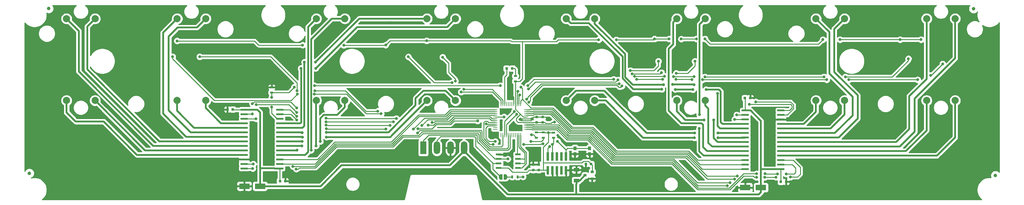
<source format=gbr>
G04 #@! TF.GenerationSoftware,KiCad,Pcbnew,(5.1.2)-2*
G04 #@! TF.CreationDate,2019-11-13T10:18:59+01:00*
G04 #@! TF.ProjectId,StepperClock,53746570-7065-4724-936c-6f636b2e6b69,v1.0*
G04 #@! TF.SameCoordinates,Original*
G04 #@! TF.FileFunction,Copper,L1,Top*
G04 #@! TF.FilePolarity,Positive*
%FSLAX46Y46*%
G04 Gerber Fmt 4.6, Leading zero omitted, Abs format (unit mm)*
G04 Created by KiCad (PCBNEW (5.1.2)-2) date 2019-11-13 10:18:59*
%MOMM*%
%LPD*%
G04 APERTURE LIST*
%ADD10C,0.500000*%
%ADD11C,0.100000*%
%ADD12O,1.800000X3.600000*%
%ADD13R,1.800000X3.600000*%
%ADD14C,2.000000*%
%ADD15R,2.000000X0.500000*%
%ADD16R,1.300000X0.250000*%
%ADD17R,0.250000X1.300000*%
%ADD18R,0.900000X1.000000*%
%ADD19R,0.740000X2.400000*%
%ADD20R,0.900000X0.800000*%
%ADD21R,1.550000X0.600000*%
%ADD22R,0.900000X0.500000*%
%ADD23R,0.500000X0.900000*%
%ADD24C,1.000000*%
%ADD25R,0.800000X0.800000*%
%ADD26R,0.800000X0.750000*%
%ADD27R,3.000000X1.600000*%
%ADD28R,0.750000X0.800000*%
%ADD29R,1.600000X1.000000*%
%ADD30C,0.800000*%
%ADD31C,0.250000*%
%ADD32C,0.500000*%
%ADD33C,0.254000*%
G04 APERTURE END LIST*
D10*
X194760800Y-175770740D03*
D11*
G36*
X194760800Y-175021342D02*
G01*
X194785334Y-175021342D01*
X194834165Y-175026152D01*
X194882290Y-175035724D01*
X194929245Y-175049968D01*
X194974578Y-175068745D01*
X195017851Y-175091876D01*
X195058650Y-175119136D01*
X195096579Y-175150264D01*
X195131276Y-175184961D01*
X195162404Y-175222890D01*
X195189664Y-175263689D01*
X195212795Y-175306962D01*
X195231572Y-175352295D01*
X195245816Y-175399250D01*
X195255388Y-175447375D01*
X195260198Y-175496206D01*
X195260198Y-175520740D01*
X195260800Y-175520740D01*
X195260800Y-176020740D01*
X195260198Y-176020740D01*
X195260198Y-176045274D01*
X195255388Y-176094105D01*
X195245816Y-176142230D01*
X195231572Y-176189185D01*
X195212795Y-176234518D01*
X195189664Y-176277791D01*
X195162404Y-176318590D01*
X195131276Y-176356519D01*
X195096579Y-176391216D01*
X195058650Y-176422344D01*
X195017851Y-176449604D01*
X194974578Y-176472735D01*
X194929245Y-176491512D01*
X194882290Y-176505756D01*
X194834165Y-176515328D01*
X194785334Y-176520138D01*
X194760800Y-176520138D01*
X194760800Y-176520740D01*
X194260800Y-176520740D01*
X194260800Y-175020740D01*
X194760800Y-175020740D01*
X194760800Y-175021342D01*
X194760800Y-175021342D01*
G37*
D10*
X193460800Y-175770740D03*
D11*
G36*
X193960800Y-176520740D02*
G01*
X193460800Y-176520740D01*
X193460800Y-176520138D01*
X193436266Y-176520138D01*
X193387435Y-176515328D01*
X193339310Y-176505756D01*
X193292355Y-176491512D01*
X193247022Y-176472735D01*
X193203749Y-176449604D01*
X193162950Y-176422344D01*
X193125021Y-176391216D01*
X193090324Y-176356519D01*
X193059196Y-176318590D01*
X193031936Y-176277791D01*
X193008805Y-176234518D01*
X192990028Y-176189185D01*
X192975784Y-176142230D01*
X192966212Y-176094105D01*
X192961402Y-176045274D01*
X192961402Y-176020740D01*
X192960800Y-176020740D01*
X192960800Y-175520740D01*
X192961402Y-175520740D01*
X192961402Y-175496206D01*
X192966212Y-175447375D01*
X192975784Y-175399250D01*
X192990028Y-175352295D01*
X193008805Y-175306962D01*
X193031936Y-175263689D01*
X193059196Y-175222890D01*
X193090324Y-175184961D01*
X193125021Y-175150264D01*
X193162950Y-175119136D01*
X193203749Y-175091876D01*
X193247022Y-175068745D01*
X193292355Y-175049968D01*
X193339310Y-175035724D01*
X193387435Y-175026152D01*
X193436266Y-175021342D01*
X193460800Y-175021342D01*
X193460800Y-175020740D01*
X193960800Y-175020740D01*
X193960800Y-176520740D01*
X193960800Y-176520740D01*
G37*
D12*
X183165800Y-167595740D03*
X179355800Y-167595740D03*
X175545800Y-167595740D03*
D13*
X171735800Y-167595740D03*
D14*
X110770000Y-154320000D03*
X110770000Y-131320000D03*
X102770000Y-154320000D03*
X102770000Y-131320000D03*
X79770000Y-154320000D03*
X79770000Y-131320000D03*
X71770000Y-154320000D03*
X71770000Y-131320000D03*
X180770000Y-154320000D03*
X180770000Y-131320000D03*
X172770000Y-154320000D03*
X172770000Y-131320000D03*
X149770000Y-154320000D03*
X149770000Y-131320000D03*
X141770000Y-154320000D03*
X141770000Y-131320000D03*
X250770000Y-154320000D03*
X250770000Y-131320000D03*
X242770000Y-154320000D03*
X242770000Y-131320000D03*
X219770000Y-154320000D03*
X219770000Y-131320000D03*
X211770000Y-154320000D03*
X211770000Y-131320000D03*
X320770000Y-154320000D03*
X320770000Y-131320000D03*
X312770000Y-154320000D03*
X312770000Y-131320000D03*
X289770000Y-154320000D03*
X289770000Y-131320000D03*
X281770000Y-154320000D03*
X281770000Y-131320000D03*
D15*
X261925060Y-173601540D03*
X271925060Y-173601540D03*
X261925060Y-172331540D03*
X271925060Y-172331540D03*
X261925060Y-171061540D03*
X271925060Y-171061540D03*
X261925060Y-169791540D03*
X271925060Y-169791540D03*
X261925060Y-168521540D03*
X271925060Y-168521540D03*
X261925060Y-167251540D03*
X271925060Y-167251540D03*
X261925060Y-165981540D03*
X271925060Y-165981540D03*
X261925060Y-164711540D03*
X271925060Y-164711540D03*
X261925060Y-163441540D03*
X271925060Y-163441540D03*
X261925060Y-162171540D03*
X271925060Y-162171540D03*
X261925060Y-160901540D03*
X271925060Y-160901540D03*
X261925060Y-159631540D03*
X271925060Y-159631540D03*
X261925060Y-158361540D03*
X271925060Y-158361540D03*
X261925060Y-157091540D03*
X271925060Y-157091540D03*
D16*
X191945800Y-156930740D03*
X191945800Y-157430740D03*
X191945800Y-157930740D03*
X191945800Y-158430740D03*
X191945800Y-158930740D03*
X191945800Y-159430740D03*
X191945800Y-159930740D03*
X191945800Y-160430740D03*
X191945800Y-160930740D03*
X191945800Y-161430740D03*
X191945800Y-161930740D03*
X191945800Y-162430740D03*
D17*
X193545800Y-164030740D03*
X194045800Y-164030740D03*
X194545800Y-164030740D03*
X195045800Y-164030740D03*
X195545800Y-164030740D03*
X196045800Y-164030740D03*
X196545800Y-164030740D03*
X197045800Y-164030740D03*
X197545800Y-164030740D03*
X198045800Y-164030740D03*
X198545800Y-164030740D03*
X199045800Y-164030740D03*
D16*
X200645800Y-162430740D03*
X200645800Y-161930740D03*
X200645800Y-161430740D03*
X200645800Y-160930740D03*
X200645800Y-160430740D03*
X200645800Y-159930740D03*
X200645800Y-159430740D03*
X200645800Y-158930740D03*
X200645800Y-158430740D03*
X200645800Y-157930740D03*
X200645800Y-157430740D03*
X200645800Y-156930740D03*
D17*
X199045800Y-155330740D03*
X198545800Y-155330740D03*
X198045800Y-155330740D03*
X197545800Y-155330740D03*
X197045800Y-155330740D03*
X196545800Y-155330740D03*
X196045800Y-155330740D03*
X195545800Y-155330740D03*
X195045800Y-155330740D03*
X194545800Y-155330740D03*
X194045800Y-155330740D03*
X193545800Y-155330740D03*
D15*
X131536540Y-156869940D03*
X121536540Y-156869940D03*
X131536540Y-158139940D03*
X121536540Y-158139940D03*
X131536540Y-159409940D03*
X121536540Y-159409940D03*
X131536540Y-160679940D03*
X121536540Y-160679940D03*
X131536540Y-161949940D03*
X121536540Y-161949940D03*
X131536540Y-163219940D03*
X121536540Y-163219940D03*
X131536540Y-164489940D03*
X121536540Y-164489940D03*
X131536540Y-165759940D03*
X121536540Y-165759940D03*
X131536540Y-167029940D03*
X121536540Y-167029940D03*
X131536540Y-168299940D03*
X121536540Y-168299940D03*
X131536540Y-169569940D03*
X121536540Y-169569940D03*
X131536540Y-170839940D03*
X121536540Y-170839940D03*
X131536540Y-172109940D03*
X121536540Y-172109940D03*
X131536540Y-173379940D03*
X121536540Y-173379940D03*
D18*
X218335800Y-169320740D03*
X218335800Y-167720740D03*
X214235800Y-169320740D03*
X214235800Y-167720740D03*
D19*
X206675800Y-173900740D03*
X206675800Y-170000740D03*
X207945800Y-173900740D03*
X207945800Y-170000740D03*
X209215800Y-173900740D03*
X209215800Y-170000740D03*
X210485800Y-173900740D03*
X210485800Y-170000740D03*
X211755800Y-173900740D03*
X211755800Y-170000740D03*
D20*
X219065800Y-176260740D03*
X219065800Y-174360740D03*
X217065800Y-175310740D03*
D21*
X198235800Y-173275740D03*
X198235800Y-172005740D03*
X198235800Y-170735740D03*
X198235800Y-169465740D03*
X192835800Y-169465740D03*
X192835800Y-170735740D03*
X192835800Y-172005740D03*
X192835800Y-173275740D03*
D22*
X197555800Y-148910740D03*
X197555800Y-147410740D03*
X208285800Y-163310740D03*
X208285800Y-164810740D03*
X205375800Y-163280740D03*
X205375800Y-164780740D03*
D23*
X198135800Y-175745740D03*
X196635800Y-175745740D03*
D22*
X203460800Y-163270740D03*
X203460800Y-164770740D03*
X129260800Y-152070740D03*
X129260800Y-150570740D03*
D24*
X332060800Y-175370740D03*
X325935800Y-128520740D03*
X61360800Y-174745740D03*
X66810800Y-128470740D03*
D25*
X196685800Y-145310740D03*
X195085800Y-145310740D03*
D26*
X263375800Y-153600740D03*
X261875800Y-153600740D03*
D27*
X266365800Y-178760740D03*
X261965800Y-178760740D03*
D26*
X273425800Y-177130740D03*
X271925800Y-177130740D03*
D28*
X205165800Y-160430740D03*
X205165800Y-158930740D03*
D26*
X217275800Y-172110740D03*
X218775800Y-172110740D03*
D29*
X214645800Y-176770740D03*
X214645800Y-173770740D03*
D28*
X203465800Y-160430740D03*
X203465800Y-158930740D03*
X202545800Y-172310740D03*
X202545800Y-173810740D03*
X204075800Y-172310740D03*
X204075800Y-173810740D03*
D26*
X116860800Y-156820740D03*
X118360800Y-156820740D03*
D27*
X125995800Y-178370740D03*
X121595800Y-178370740D03*
D26*
X133085800Y-176930740D03*
X131585800Y-176930740D03*
D30*
X158855800Y-146930740D03*
X157245800Y-152190740D03*
X210405800Y-144680740D03*
X230505800Y-140280740D03*
X236415800Y-157190740D03*
X223225800Y-161140740D03*
X185455800Y-153860740D03*
X172885800Y-156810740D03*
X299315800Y-143040740D03*
X297915800Y-152160740D03*
X245415800Y-152930740D03*
X262405800Y-176670740D03*
X113275800Y-139880740D03*
X230865800Y-174540740D03*
X289725800Y-175590740D03*
X203735800Y-178790740D03*
X268785800Y-163210740D03*
X196125800Y-152400740D03*
X198835800Y-159630740D03*
X194235800Y-156990740D03*
X196265800Y-162150740D03*
X193585800Y-161690740D03*
X156485800Y-169995740D03*
X247005800Y-174010740D03*
X151915800Y-157210740D03*
X162475800Y-132470740D03*
X147410800Y-153895740D03*
X89145800Y-177490740D03*
X64495800Y-161970740D03*
X65915800Y-143490740D03*
X158185800Y-177420740D03*
X92175800Y-149860740D03*
X316025800Y-163060740D03*
X327345800Y-144400740D03*
X266775800Y-142880740D03*
X194965800Y-140910740D03*
X298805800Y-162920740D03*
X323525800Y-171100740D03*
X332055800Y-163680740D03*
X278915800Y-143340740D03*
X230945800Y-130430740D03*
X301995800Y-130280740D03*
X264865800Y-166410740D03*
X206410800Y-153095740D03*
X115085800Y-156795740D03*
X203185800Y-170220740D03*
X195435800Y-169270740D03*
X191035800Y-164195740D03*
X183035800Y-161520740D03*
X187885800Y-170620740D03*
X128385800Y-165420740D03*
X124160800Y-165445740D03*
X134010800Y-159320740D03*
X143785800Y-167320740D03*
X128760800Y-175870740D03*
X211935800Y-166495740D03*
X97210800Y-139020740D03*
X107385800Y-139045740D03*
X167085800Y-139070740D03*
X177260800Y-139020740D03*
X237185800Y-139045740D03*
X247110800Y-139070740D03*
X306985800Y-139020740D03*
X316960800Y-139045740D03*
X263360800Y-152245740D03*
X118760800Y-178370740D03*
X259560800Y-178770740D03*
X216460800Y-173470740D03*
X206685800Y-159320740D03*
X193355800Y-150120740D03*
X199065800Y-150580740D03*
X141235800Y-150130740D03*
X135605800Y-150520740D03*
X129285800Y-153395740D03*
X129285800Y-156170740D03*
X161255800Y-162320740D03*
X144535800Y-162250737D03*
X136285800Y-159760740D03*
X168960800Y-162345740D03*
X162425800Y-161300740D03*
X144514752Y-161250957D03*
X136298453Y-158748087D03*
X171335800Y-161345740D03*
X164185800Y-159340740D03*
X144495858Y-159251149D03*
X136305800Y-156390740D03*
X174210800Y-160420770D03*
X123860800Y-155220740D03*
X123860800Y-158120740D03*
X123960800Y-173395740D03*
X136141126Y-173559940D03*
X163395800Y-160300740D03*
X144495019Y-160251150D03*
X136305800Y-157660740D03*
X173110800Y-161195740D03*
X124910800Y-155445740D03*
X124860800Y-159420740D03*
X124110800Y-172145740D03*
X135210800Y-172834940D03*
X191945800Y-165820740D03*
X201865800Y-165820740D03*
X207160800Y-167270740D03*
X207945800Y-166600740D03*
X191334996Y-166612524D03*
X205310800Y-166445740D03*
X199885800Y-166620740D03*
X209385800Y-165760740D03*
X194345800Y-158900740D03*
X202060800Y-163970740D03*
X263105800Y-155390740D03*
X257675800Y-177360740D03*
X264915800Y-154665740D03*
X256955800Y-178200740D03*
X274605800Y-175810740D03*
X270530510Y-175831085D03*
X267396568Y-175877983D03*
X265113559Y-175890222D03*
X273455800Y-174940740D03*
X270985800Y-174940740D03*
X267555800Y-174890740D03*
X265145800Y-174890740D03*
X258985800Y-159640740D03*
X258925800Y-176390740D03*
X259555800Y-158330740D03*
X259710800Y-175560740D03*
X161215800Y-138730740D03*
X236545800Y-137010740D03*
X240615800Y-137010740D03*
X305335800Y-137200740D03*
X311205800Y-137200740D03*
X288515800Y-137200740D03*
X283715800Y-137200740D03*
X225825800Y-137260740D03*
X206845800Y-163310740D03*
X102765800Y-137570740D03*
X137925800Y-138750740D03*
X149465800Y-138790740D03*
X172695800Y-137530740D03*
X220895800Y-137260740D03*
X244015800Y-137040740D03*
X248275800Y-137000740D03*
X250655800Y-137000740D03*
X208506636Y-160366882D03*
X317275800Y-144040740D03*
X313945800Y-147240740D03*
X310255800Y-148470740D03*
X290965800Y-148470740D03*
X284775800Y-148470740D03*
X250005800Y-148470740D03*
X247055800Y-148440740D03*
X238795800Y-148370740D03*
X231545818Y-148328133D03*
X242495800Y-148340740D03*
X227384636Y-150252024D03*
X197930494Y-158140740D03*
X201313553Y-154749154D03*
X198770800Y-152730740D03*
X201219951Y-151081714D03*
X226285800Y-148500740D03*
X230225800Y-146795740D03*
X247835800Y-143290740D03*
X238485800Y-146470740D03*
X242635800Y-146680740D03*
X307685800Y-142570740D03*
X290005800Y-147660740D03*
X284035800Y-147660740D03*
X250625800Y-147660740D03*
X247575800Y-147560740D03*
X241845800Y-147560740D03*
X239345800Y-147520740D03*
X230955800Y-147520740D03*
X226625800Y-149600740D03*
X197223386Y-157433632D03*
X200685800Y-153970740D03*
X198270800Y-151700740D03*
X201025800Y-150100740D03*
X237615800Y-143290740D03*
X229790800Y-145895309D03*
X225065800Y-148350740D03*
X183064649Y-151185740D03*
X180725800Y-148820740D03*
X177155800Y-142130740D03*
X167555800Y-142040740D03*
X179765800Y-149320740D03*
X182335800Y-151910740D03*
X159925800Y-158010740D03*
X101495800Y-142020740D03*
X136465800Y-152540740D03*
X141169999Y-152540740D03*
X189384839Y-160863060D03*
X186960800Y-160055760D03*
X170260800Y-162220740D03*
X109095800Y-142020740D03*
X158995800Y-157285739D03*
X141348332Y-151556768D03*
X136404063Y-151542645D03*
X170123453Y-163383393D03*
X137735800Y-167030740D03*
X141735800Y-167030740D03*
X136385800Y-168280740D03*
X140315800Y-168280740D03*
X137825800Y-165790740D03*
X142905800Y-165790740D03*
X141555800Y-143510740D03*
X138425800Y-143540740D03*
X137875800Y-164580740D03*
X144605800Y-164580740D03*
X141595800Y-145270740D03*
X137485800Y-145280740D03*
X144535800Y-163250740D03*
X137825800Y-163340740D03*
X238575800Y-151150740D03*
X242325800Y-151200740D03*
X247275800Y-151250740D03*
X250975800Y-151250740D03*
X247755800Y-163400740D03*
X254335800Y-163440740D03*
X239075800Y-149840740D03*
X247575800Y-149840740D03*
X241625800Y-149830740D03*
X254215800Y-152370740D03*
X247695800Y-164780740D03*
X254285800Y-164770740D03*
X250395800Y-159750740D03*
X253135800Y-159820740D03*
X249145800Y-158220740D03*
X249095800Y-162180740D03*
X199685800Y-175745740D03*
X195425800Y-170735740D03*
D31*
X203465800Y-158930740D02*
X205165800Y-158930740D01*
X209215800Y-176640740D02*
X209215800Y-173900740D01*
X209015800Y-176840740D02*
X209215800Y-176640740D01*
X208475800Y-176840740D02*
X209015800Y-176840740D01*
X207945800Y-173900740D02*
X207945800Y-176310740D01*
X207945800Y-176310740D02*
X208475800Y-176840740D01*
X197045800Y-153320740D02*
X196125800Y-152400740D01*
X197045800Y-155330740D02*
X197045800Y-153320740D01*
X199035800Y-159430740D02*
X198835800Y-159630740D01*
X199135800Y-159930740D02*
X198835800Y-159630740D01*
X202840800Y-158930740D02*
X203465800Y-158930740D01*
X202575800Y-158930740D02*
X202840800Y-158930740D01*
X206295800Y-158930740D02*
X206685800Y-159320740D01*
X205165800Y-158930740D02*
X206295800Y-158930740D01*
X200645800Y-159430740D02*
X202000800Y-159430740D01*
X202000800Y-159430740D02*
X202010800Y-159440740D01*
X201995800Y-159930740D02*
X200645800Y-159930740D01*
X201995800Y-159435740D02*
X202000800Y-159430740D01*
X201995800Y-159930740D02*
X201995800Y-159435740D01*
X202070800Y-159435740D02*
X202575800Y-158930740D01*
X201995800Y-159435740D02*
X202070800Y-159435740D01*
X199325800Y-159805740D02*
X199200800Y-159930740D01*
X199325800Y-159430740D02*
X199325800Y-159805740D01*
X199200800Y-159930740D02*
X199135800Y-159930740D01*
X200645800Y-159930740D02*
X199200800Y-159930740D01*
X199325800Y-159430740D02*
X199035800Y-159430740D01*
X200645800Y-159430740D02*
X199325800Y-159430740D01*
X261925060Y-153590000D02*
X261905800Y-153570740D01*
X261925060Y-157091540D02*
X261925060Y-153590000D01*
X271925060Y-177130000D02*
X271925800Y-177130740D01*
X271925060Y-173601540D02*
X271925060Y-177130000D01*
X131536540Y-176881480D02*
X131585800Y-176930740D01*
X131536540Y-173379940D02*
X131536540Y-176881480D01*
D32*
X121536540Y-156869940D02*
X125235000Y-156869940D01*
X125235000Y-156869940D02*
X125995800Y-157630740D01*
X130027340Y-173370740D02*
X125995800Y-173370740D01*
X130036540Y-173379940D02*
X130027340Y-173370740D01*
X131536540Y-173379940D02*
X130036540Y-173379940D01*
X125995800Y-157630740D02*
X125995800Y-173370740D01*
X125995800Y-173370740D02*
X125995800Y-178370740D01*
X263425060Y-157091540D02*
X261925060Y-157091540D01*
X266365800Y-160032280D02*
X263425060Y-157091540D01*
X266365800Y-178760740D02*
X266365800Y-173650740D01*
X266365800Y-173650740D02*
X266365800Y-160032280D01*
X266415000Y-173601540D02*
X271925060Y-173601540D01*
X266365800Y-173650740D02*
X266415000Y-173601540D01*
X215605800Y-176770740D02*
X217065800Y-175310740D01*
X214645800Y-176770740D02*
X215605800Y-176770740D01*
X179165800Y-172495740D02*
X148835800Y-172495740D01*
X142960800Y-178370740D02*
X125995800Y-178370740D01*
X148835800Y-172495740D02*
X142960800Y-178370740D01*
X266365800Y-180060740D02*
X265730800Y-180695740D01*
X266365800Y-178760740D02*
X266365800Y-180060740D01*
X214635800Y-177780740D02*
X214635800Y-180695740D01*
X214645800Y-177770740D02*
X214635800Y-177780740D01*
X214645800Y-176770740D02*
X214645800Y-177770740D01*
X265730800Y-180695740D02*
X214635800Y-180695740D01*
X183165800Y-168495740D02*
X183165800Y-167595740D01*
X179165800Y-172495740D02*
X183165800Y-168495740D01*
X183165800Y-167595740D02*
X183165800Y-168475740D01*
X195385800Y-180695740D02*
X198210800Y-180695740D01*
X183165800Y-168475740D02*
X195385800Y-180695740D01*
X214635800Y-180695740D02*
X198210800Y-180695740D01*
D31*
X118410000Y-156869940D02*
X118360800Y-156820740D01*
X121536540Y-156869940D02*
X118410000Y-156869940D01*
X193355800Y-150120740D02*
X146345800Y-150120740D01*
X146345800Y-150120740D02*
X146335800Y-150130740D01*
X146335800Y-150130740D02*
X141235800Y-150130740D01*
X129260800Y-152070740D02*
X129260800Y-153370740D01*
X129260800Y-153370740D02*
X129285800Y-153395740D01*
X130786540Y-159409940D02*
X131536540Y-159409940D01*
X129285800Y-157909200D02*
X130786540Y-159409940D01*
X129285800Y-156170740D02*
X129285800Y-157909200D01*
X129260800Y-152070740D02*
X134055800Y-152070740D01*
X134055800Y-152070740D02*
X135605800Y-150520740D01*
X199495801Y-151010741D02*
X199495801Y-153980739D01*
X199065800Y-150580740D02*
X199495801Y-151010741D01*
X201920763Y-156405701D02*
X199495801Y-153980739D01*
X208116399Y-156405701D02*
X201920763Y-156405701D01*
X248673010Y-171061540D02*
X246082210Y-168470740D01*
X261925060Y-171061540D02*
X248673010Y-171061540D01*
X246082210Y-168470740D02*
X225931439Y-168470740D01*
X225931439Y-168470740D02*
X219271401Y-161810703D01*
X219271401Y-161810703D02*
X213521402Y-161810703D01*
X213521402Y-161810703D02*
X208116399Y-156405701D01*
X199045800Y-154430740D02*
X199045800Y-155330740D01*
X199495801Y-153980739D02*
X199045800Y-154430740D01*
D32*
X91525000Y-169569940D02*
X121536540Y-169569940D01*
X82175800Y-160220740D02*
X91525000Y-169569940D01*
X74345800Y-160220740D02*
X82175800Y-160220740D01*
X71770000Y-154320000D02*
X71770000Y-157644940D01*
X71770000Y-157644940D02*
X74345800Y-160220740D01*
X93749940Y-168299940D02*
X79770000Y-154320000D01*
X121536540Y-168299940D02*
X93749940Y-168299940D01*
X77595001Y-133494999D02*
X79770000Y-131320000D01*
X77595001Y-145579941D02*
X77595001Y-133494999D01*
X121536540Y-165759940D02*
X97775000Y-165759940D01*
X97775000Y-165759940D02*
X77595001Y-145579941D01*
X121536540Y-167029940D02*
X96075000Y-167029940D01*
X96075000Y-167029940D02*
X75215800Y-146170740D01*
X75215800Y-134765800D02*
X71770000Y-131320000D01*
X75215800Y-146170740D02*
X75215800Y-134765800D01*
D31*
X149685800Y-162310740D02*
X161245800Y-162310740D01*
X161245800Y-162310740D02*
X161255800Y-162320740D01*
X149685800Y-162310740D02*
X144595803Y-162310740D01*
X144595803Y-162310740D02*
X144535800Y-162250737D01*
X134665000Y-158139940D02*
X136285800Y-159760740D01*
X131536540Y-158139940D02*
X134665000Y-158139940D01*
X168960800Y-162345740D02*
X172060780Y-159245760D01*
X172060780Y-159245760D02*
X178260780Y-159245760D01*
X179575800Y-157930740D02*
X178260780Y-159245760D01*
X191945800Y-157930740D02*
X179575800Y-157930740D01*
X150865800Y-161300740D02*
X162425800Y-161300740D01*
X150865800Y-161300740D02*
X144564535Y-161300740D01*
X144564535Y-161300740D02*
X144514752Y-161250957D01*
X191945800Y-158430740D02*
X183495800Y-158430740D01*
X134420306Y-156869940D02*
X136298453Y-158748087D01*
X131536540Y-156869940D02*
X134420306Y-156869940D01*
X172985770Y-159695770D02*
X178447181Y-159695769D01*
X171335800Y-161345740D02*
X172985770Y-159695770D01*
X179712210Y-158430740D02*
X178447181Y-159695769D01*
X183495800Y-158430740D02*
X179712210Y-158430740D01*
X179437210Y-157430740D02*
X178072200Y-158795750D01*
X191945800Y-157430740D02*
X179437210Y-157430740D01*
X178072200Y-158795750D02*
X170597200Y-158795750D01*
X170597200Y-158795750D02*
X162947200Y-166445750D01*
X141458010Y-172109940D02*
X131536540Y-172109940D01*
X162947200Y-166445750D02*
X147122200Y-166445750D01*
X147122200Y-166445750D02*
X141458010Y-172109940D01*
X142091600Y-170839940D02*
X131536540Y-170839940D01*
X179300800Y-156930740D02*
X177885800Y-158345740D01*
X191945800Y-156930740D02*
X179300800Y-156930740D01*
X177885800Y-158345740D02*
X170410800Y-158345740D01*
X170410800Y-158345740D02*
X162760800Y-165995740D01*
X162760800Y-165995740D02*
X146935800Y-165995740D01*
X146935800Y-165995740D02*
X142091600Y-170839940D01*
X164185800Y-159340740D02*
X151075800Y-159340740D01*
X151075800Y-159340740D02*
X144585449Y-159340740D01*
X144585449Y-159340740D02*
X144495858Y-159251149D01*
X191045800Y-159430740D02*
X191945800Y-159430740D01*
X174776485Y-160420770D02*
X175051477Y-160145778D01*
X175051477Y-160145778D02*
X179010762Y-160145778D01*
X179010762Y-160145778D02*
X180275790Y-158880750D01*
X174210800Y-160420770D02*
X174776485Y-160420770D01*
X180275790Y-158880750D02*
X190495810Y-158880750D01*
X190495810Y-158880750D02*
X191045800Y-159430740D01*
X124385801Y-154695739D02*
X123860800Y-155220740D01*
X136305800Y-156390740D02*
X134610799Y-154695739D01*
X134610799Y-154695739D02*
X124385801Y-154695739D01*
X121555740Y-158120740D02*
X121536540Y-158139940D01*
X123860800Y-158120740D02*
X121555740Y-158120740D01*
X121536540Y-173379940D02*
X123945000Y-173379940D01*
X123945000Y-173379940D02*
X123960800Y-173395740D01*
X195435781Y-168250759D02*
X196045800Y-167640740D01*
X187303504Y-165474082D02*
X190080181Y-168250759D01*
X187060830Y-163570770D02*
X187303503Y-163813443D01*
X170657855Y-164558403D02*
X171645488Y-163570770D01*
X187303503Y-163813443D02*
X187303504Y-165474082D01*
X166107366Y-164558404D02*
X170657855Y-164558403D01*
X190080181Y-168250759D02*
X195435781Y-168250759D01*
X136706811Y-173559940D02*
X136981801Y-173284950D01*
X196045800Y-167640740D02*
X196045800Y-164030740D01*
X136141126Y-173559940D02*
X136706811Y-173559940D01*
X136981801Y-173284950D02*
X141555821Y-173284949D01*
X141555821Y-173284949D02*
X147495000Y-167345770D01*
X147495000Y-167345770D02*
X163320001Y-167345769D01*
X171645488Y-163570770D02*
X187060830Y-163570770D01*
X163320001Y-167345769D02*
X166107366Y-164558404D01*
X151815800Y-160280740D02*
X163375800Y-160280740D01*
X163375800Y-160280740D02*
X163395800Y-160300740D01*
X151815800Y-160280740D02*
X144524609Y-160280740D01*
X144524609Y-160280740D02*
X144495019Y-160251150D01*
X190909390Y-159930740D02*
X191945800Y-159930740D01*
X173110800Y-161195740D02*
X174637925Y-161195740D01*
X174637925Y-161195740D02*
X175237877Y-160595788D01*
X175237877Y-160595788D02*
X179197162Y-160595788D01*
X179197162Y-160595788D02*
X180462190Y-159330760D01*
X180462190Y-159330760D02*
X190309410Y-159330760D01*
X190309410Y-159330760D02*
X190909390Y-159930740D01*
X136305800Y-157660740D02*
X134085800Y-155440740D01*
X134085800Y-155440740D02*
X124915800Y-155440740D01*
X124915800Y-155440740D02*
X124910800Y-155445740D01*
X121547340Y-159420740D02*
X121536540Y-159409940D01*
X124860800Y-159420740D02*
X121547340Y-159420740D01*
X121536540Y-172109940D02*
X124075000Y-172109940D01*
X124075000Y-172109940D02*
X124110800Y-172145740D01*
X195545800Y-167500740D02*
X195545800Y-164030740D01*
X190266581Y-167800749D02*
X195245791Y-167800749D01*
X187753513Y-165287681D02*
X190266581Y-167800749D01*
X187753513Y-163288453D02*
X187753513Y-165287681D01*
X187585820Y-163120760D02*
X187753513Y-163288453D01*
X171459088Y-163120760D02*
X187585820Y-163120760D01*
X195245791Y-167800749D02*
X195545800Y-167500740D01*
X135210800Y-172834940D02*
X141369420Y-172834940D01*
X141369420Y-172834940D02*
X147308600Y-166895760D01*
X147308600Y-166895760D02*
X163133600Y-166895760D01*
X163133600Y-166895760D02*
X165920966Y-164108394D01*
X165920966Y-164108394D02*
X170471454Y-164108394D01*
X170471454Y-164108394D02*
X171459088Y-163120760D01*
X191945800Y-161430740D02*
X189835800Y-161430740D01*
X189835800Y-161430740D02*
X189315800Y-161950740D01*
X189315800Y-161950740D02*
X189315800Y-164940740D01*
X189315800Y-164940740D02*
X190195800Y-165820740D01*
X190195800Y-165820740D02*
X191945800Y-165820740D01*
X205375800Y-165280740D02*
X205375800Y-164780740D01*
X204835800Y-165820740D02*
X205375800Y-165280740D01*
X201865800Y-165820740D02*
X204835800Y-165820740D01*
X206675800Y-170000740D02*
X206675800Y-167755740D01*
X206675800Y-167755740D02*
X207160800Y-167270740D01*
X208285800Y-164810740D02*
X208285800Y-166260740D01*
X207945800Y-166600740D02*
X207945800Y-170000740D01*
X208285800Y-166260740D02*
X207945800Y-166600740D01*
X190351174Y-166612524D02*
X191334996Y-166612524D01*
X188653531Y-164914881D02*
X190351174Y-166612524D01*
X188653531Y-160521366D02*
X188653531Y-161878009D01*
X189036838Y-160138059D02*
X188653531Y-160521366D01*
X189732840Y-160138059D02*
X189036838Y-160138059D01*
X190025521Y-160430740D02*
X189732840Y-160138059D01*
X191945800Y-160430740D02*
X190025521Y-160430740D01*
X188653531Y-161878009D02*
X188653531Y-164914881D01*
X188653531Y-161655740D02*
X188653531Y-161878009D01*
X205310800Y-166445740D02*
X204745115Y-166445740D01*
X204570115Y-166620740D02*
X199885800Y-166620740D01*
X204745115Y-166445740D02*
X204570115Y-166620740D01*
X191975800Y-158900740D02*
X191945800Y-158930740D01*
X194345800Y-158900740D02*
X191975800Y-158900740D01*
X202660800Y-163970740D02*
X203460800Y-164770740D01*
X202060800Y-163970740D02*
X202660800Y-163970740D01*
X211755800Y-168130740D02*
X211755800Y-170000740D01*
X209385800Y-165760740D02*
X211755800Y-168130740D01*
X212165800Y-167720740D02*
X214235800Y-167720740D01*
X211755800Y-168130740D02*
X212165800Y-167720740D01*
X214235800Y-167720740D02*
X218335800Y-167720740D01*
D32*
X121536540Y-164489940D02*
X105315000Y-164489940D01*
X105315000Y-164489940D02*
X98835800Y-158010740D01*
X98835800Y-135254200D02*
X102770000Y-131320000D01*
X98835800Y-158010740D02*
X98835800Y-135254200D01*
X121536540Y-163219940D02*
X106525000Y-163219940D01*
X106525000Y-163219940D02*
X100415800Y-157110740D01*
X100415800Y-157110740D02*
X100415800Y-138790740D01*
X100415800Y-138790740D02*
X100415800Y-136290740D01*
X100415800Y-136290740D02*
X102915800Y-133790740D01*
X108299260Y-133790740D02*
X110770000Y-131320000D01*
X102915800Y-133790740D02*
X108299260Y-133790740D01*
X121536540Y-160679940D02*
X115025000Y-160679940D01*
X110770000Y-156424940D02*
X110770000Y-154320000D01*
X115025000Y-160679940D02*
X110770000Y-156424940D01*
X121536540Y-161949940D02*
X107535000Y-161949940D01*
X102770000Y-157184940D02*
X102770000Y-154320000D01*
X107535000Y-161949940D02*
X102770000Y-157184940D01*
D31*
X199045800Y-164030740D02*
X199045800Y-167294330D01*
X199045800Y-167294330D02*
X200655810Y-168904340D01*
X199260800Y-173275740D02*
X198235800Y-173275740D01*
X199367210Y-173275740D02*
X199260800Y-173275740D01*
X200655809Y-171987141D02*
X199367210Y-173275740D01*
X200655810Y-168904340D02*
X200655809Y-171987141D01*
X198545800Y-164030740D02*
X198545800Y-167430740D01*
X198545800Y-167430740D02*
X200205800Y-169090740D01*
X200000800Y-172005740D02*
X198235800Y-172005740D01*
X200205800Y-171800740D02*
X200000800Y-172005740D01*
X199280800Y-170715740D02*
X200205800Y-170715740D01*
X199260800Y-170735740D02*
X199280800Y-170715740D01*
X198235800Y-170735740D02*
X199260800Y-170735740D01*
X200205800Y-169090740D02*
X200205800Y-170715740D01*
X200205800Y-170715740D02*
X200205800Y-171800740D01*
X198045800Y-169275740D02*
X198235800Y-169465740D01*
X198045800Y-164030740D02*
X198045800Y-169275740D01*
X212589400Y-164060750D02*
X218339400Y-164060750D01*
X209684391Y-161155741D02*
X212589400Y-164060750D01*
X218339400Y-164060750D02*
X225079400Y-170800750D01*
X225079400Y-170800750D02*
X241965800Y-170800750D01*
X200645800Y-160930740D02*
X202535800Y-160930740D01*
X202760801Y-161155741D02*
X209684391Y-161155741D01*
X202535800Y-160930740D02*
X202760801Y-161155741D01*
X273175060Y-157091540D02*
X273175860Y-157090740D01*
X271925060Y-157091540D02*
X273175060Y-157091540D01*
X273175860Y-157090740D02*
X274375800Y-157090740D01*
X274375800Y-157090740D02*
X275045800Y-156420740D01*
X275045800Y-156420740D02*
X275045800Y-155690740D01*
X275045800Y-155690740D02*
X274745800Y-155390740D01*
X274745800Y-155390740D02*
X263105800Y-155390740D01*
X248525790Y-177360740D02*
X248230795Y-177065745D01*
X257675800Y-177360740D02*
X248525790Y-177360740D01*
X241965800Y-170800750D02*
X248230795Y-177065745D01*
X248230795Y-177065745D02*
X248477624Y-177312574D01*
X202399390Y-161430740D02*
X202574401Y-161605751D01*
X200645800Y-161430740D02*
X202399390Y-161430740D01*
X202574401Y-161605751D02*
X209497991Y-161605751D01*
X209497991Y-161605751D02*
X212109390Y-164217150D01*
X212109390Y-164217150D02*
X212403000Y-164510760D01*
X218153000Y-164510760D02*
X224893000Y-171250760D01*
X212403000Y-164510760D02*
X218153000Y-164510760D01*
X273741410Y-158361540D02*
X275495810Y-156607140D01*
X271925060Y-158361540D02*
X273741410Y-158361540D01*
X274657210Y-154665740D02*
X264915800Y-154665740D01*
X275495810Y-156607140D02*
X275495809Y-155504339D01*
X275495809Y-155504339D02*
X274657210Y-154665740D01*
X241779400Y-171250760D02*
X237965780Y-171250760D01*
X248729380Y-178200740D02*
X241779400Y-171250760D01*
X256955800Y-178200740D02*
X248729380Y-178200740D01*
X224893000Y-171250760D02*
X237965780Y-171250760D01*
X237965780Y-171250760D02*
X238155800Y-171250760D01*
X201545800Y-156930740D02*
X200645800Y-156930740D01*
X201620829Y-156855711D02*
X201545800Y-156930740D01*
X207929999Y-156855711D02*
X201620829Y-156855711D01*
X249306600Y-172331540D02*
X245975770Y-169000710D01*
X261925060Y-172331540D02*
X249306600Y-172331540D01*
X245975770Y-169000710D02*
X225825000Y-169000710D01*
X225825000Y-169000710D02*
X219085001Y-162260713D01*
X219085001Y-162260713D02*
X213335003Y-162260713D01*
X213335003Y-162260713D02*
X207929999Y-156855711D01*
X202457999Y-157305719D02*
X207743600Y-157305720D01*
X200645800Y-157430740D02*
X202332978Y-157430740D01*
X202332978Y-157430740D02*
X202457999Y-157305719D01*
X207743600Y-157305720D02*
X213148601Y-162710721D01*
X213148601Y-162710721D02*
X218898602Y-162710722D01*
X225638600Y-169450720D02*
X245789370Y-169450720D01*
X218898602Y-162710722D02*
X225638600Y-169450720D01*
X249940190Y-173601540D02*
X261925060Y-173601540D01*
X245789370Y-169450720D02*
X249940190Y-173601540D01*
X271925060Y-171061540D02*
X275346600Y-171061540D01*
X275346600Y-171061540D02*
X277395800Y-173110740D01*
X277395800Y-173110740D02*
X277395800Y-175020740D01*
X277395800Y-175020740D02*
X276605800Y-175810740D01*
X276605800Y-175810740D02*
X274605800Y-175810740D01*
X270530510Y-175831085D02*
X267443466Y-175831085D01*
X267443466Y-175831085D02*
X267396568Y-175877983D01*
X264178392Y-175520740D02*
X264547874Y-175890222D01*
X261505212Y-175520740D02*
X264178392Y-175520740D01*
X257650202Y-179375750D02*
X261505212Y-175520740D01*
X248631571Y-179375749D02*
X257650202Y-179375750D01*
X241406600Y-172150780D02*
X248631571Y-179375749D01*
X224520200Y-172150780D02*
X241406600Y-172150780D01*
X202126570Y-162430740D02*
X202201601Y-162505771D01*
X200645800Y-162430740D02*
X202126570Y-162430740D01*
X202201601Y-162505771D02*
X209125191Y-162505771D01*
X209125191Y-162505771D02*
X212030200Y-165410780D01*
X264547874Y-175890222D02*
X265113559Y-175890222D01*
X212030200Y-165410780D02*
X217780200Y-165410780D01*
X217780200Y-165410780D02*
X224520200Y-172150780D01*
X273175060Y-172331540D02*
X273184260Y-172340740D01*
X271925060Y-172331540D02*
X273175060Y-172331540D01*
X273184260Y-172340740D02*
X275145800Y-172340740D01*
X275145800Y-172340740D02*
X276025800Y-173220740D01*
X276025800Y-173220740D02*
X276025800Y-174530740D01*
X276025800Y-174530740D02*
X275615800Y-174940740D01*
X275615800Y-174940740D02*
X273455800Y-174940740D01*
X270985800Y-174940740D02*
X267605800Y-174940740D01*
X267605800Y-174940740D02*
X267555800Y-174890740D01*
X257463801Y-178925741D02*
X261498802Y-174890740D01*
X248817970Y-178925740D02*
X257463801Y-178925741D01*
X241593000Y-171700770D02*
X248817970Y-178925740D01*
X224706600Y-171700770D02*
X241593000Y-171700770D01*
X261498802Y-174890740D02*
X265145800Y-174890740D01*
X202262980Y-161930740D02*
X202388001Y-162055761D01*
X202388001Y-162055761D02*
X209311591Y-162055761D01*
X200645800Y-161930740D02*
X202262980Y-161930740D01*
X209311591Y-162055761D02*
X212216600Y-164960770D01*
X212216600Y-164960770D02*
X217966600Y-164960770D01*
X217966600Y-164960770D02*
X224706600Y-171700770D01*
X218525800Y-163610740D02*
X225265800Y-170350740D01*
X200645800Y-158430740D02*
X202680799Y-158430740D01*
X202680799Y-158430740D02*
X202680799Y-158355739D01*
X202680799Y-158355739D02*
X202830799Y-158205739D01*
X202830799Y-158205739D02*
X207370799Y-158205739D01*
X207370799Y-158205739D02*
X212775800Y-163610740D01*
X212775800Y-163610740D02*
X218525800Y-163610740D01*
X261925060Y-159631540D02*
X258995000Y-159631540D01*
X258995000Y-159631540D02*
X258985800Y-159640740D01*
X225265800Y-170350740D02*
X245325800Y-170350740D01*
X258360115Y-176390740D02*
X258925800Y-176390740D01*
X251365800Y-176390740D02*
X258360115Y-176390740D01*
X245325800Y-170350740D02*
X251365800Y-176390740D01*
X207557199Y-157755729D02*
X207594005Y-157792535D01*
X202644399Y-157755729D02*
X207557199Y-157755729D01*
X202469388Y-157930740D02*
X202644399Y-157755729D01*
X200645800Y-157930740D02*
X202469388Y-157930740D01*
X207557200Y-157755730D02*
X207594005Y-157792535D01*
X261925060Y-158361540D02*
X259586600Y-158361540D01*
X259586600Y-158361540D02*
X259555800Y-158330740D01*
X212962200Y-163160730D02*
X207594005Y-157792535D01*
X218712201Y-163160731D02*
X212962200Y-163160730D01*
X245602970Y-169900730D02*
X225452200Y-169900730D01*
X225452200Y-169900730D02*
X218712201Y-163160731D01*
X251262980Y-175560740D02*
X249549390Y-173847150D01*
X259710800Y-175560740D02*
X251262980Y-175560740D01*
X249753790Y-174051550D02*
X249549390Y-173847150D01*
X249549390Y-173847150D02*
X245602970Y-169900730D01*
D32*
X312770000Y-148246540D02*
X312770000Y-131320000D01*
X307905800Y-153110740D02*
X312770000Y-148246540D01*
X307905800Y-162350740D02*
X307905800Y-153110740D01*
X271925060Y-165981540D02*
X304275000Y-165981540D01*
X304275000Y-165981540D02*
X307905800Y-162350740D01*
X278365000Y-160901540D02*
X271925060Y-160901540D01*
X281770000Y-154320000D02*
X281770000Y-157496540D01*
X281770000Y-157496540D02*
X278365000Y-160901540D01*
X320770000Y-142426540D02*
X320770000Y-131320000D01*
X309465800Y-153730740D02*
X320770000Y-142426540D01*
X309465800Y-163090740D02*
X309465800Y-153730740D01*
X271925060Y-167251540D02*
X305305000Y-167251540D01*
X305305000Y-167251540D02*
X309465800Y-163090740D01*
X289770000Y-158296540D02*
X289770000Y-154320000D01*
X285885800Y-162180740D02*
X289770000Y-158296540D01*
X285876600Y-162171540D02*
X271925060Y-162171540D01*
X285885800Y-162180740D02*
X285876600Y-162171540D01*
X288135000Y-164711540D02*
X271925060Y-164711540D01*
X293465800Y-159380740D02*
X288135000Y-164711540D01*
X293465800Y-152880740D02*
X293465800Y-159380740D01*
X286885800Y-146300740D02*
X293465800Y-152880740D01*
X289770000Y-131320000D02*
X286885800Y-134204200D01*
X286885800Y-134204200D02*
X286885800Y-146300740D01*
X320770000Y-154320000D02*
X320770000Y-155734213D01*
X271925060Y-169791540D02*
X315665000Y-169791540D01*
X320770000Y-164686540D02*
X320770000Y-155734213D01*
X315665000Y-169791540D02*
X320770000Y-164686540D01*
X285515800Y-135065800D02*
X281770000Y-131320000D01*
X285515800Y-146780740D02*
X285515800Y-135065800D01*
X292025800Y-153290740D02*
X285515800Y-146780740D01*
X292025800Y-158480740D02*
X292025800Y-153290740D01*
X271925060Y-163441540D02*
X287065000Y-163441540D01*
X287065000Y-163441540D02*
X292025800Y-158480740D01*
X312770000Y-155734213D02*
X312770000Y-154320000D01*
X312770000Y-162716540D02*
X312770000Y-155734213D01*
X271925060Y-168521540D02*
X306965000Y-168521540D01*
X306965000Y-168521540D02*
X312770000Y-162716540D01*
D31*
X197335800Y-145310740D02*
X196685800Y-145310740D01*
X197555800Y-145530740D02*
X197335800Y-145310740D01*
X197555800Y-147410740D02*
X197555800Y-145530740D01*
X195085800Y-147100740D02*
X195085800Y-145310740D01*
X194545800Y-155330740D02*
X194545800Y-147640740D01*
X194545800Y-147640740D02*
X195085800Y-147100740D01*
X199745800Y-158930740D02*
X200645800Y-158930740D01*
X197545800Y-155330740D02*
X197545800Y-156730740D01*
X201545800Y-160430740D02*
X205165800Y-160430740D01*
X200645800Y-160430740D02*
X201545800Y-160430740D01*
X197545800Y-148920740D02*
X197555800Y-148910740D01*
X197545800Y-155330740D02*
X197545800Y-148920740D01*
X162415800Y-137530740D02*
X161215800Y-138730740D01*
X236545800Y-137010740D02*
X240615800Y-137010740D01*
X305335800Y-137200740D02*
X311205800Y-137200740D01*
X305335800Y-137200740D02*
X288515800Y-137200740D01*
X236295800Y-137260740D02*
X236545800Y-137010740D01*
X225825800Y-137260740D02*
X236295800Y-137260740D01*
X205405800Y-163310740D02*
X205375800Y-163280740D01*
X206845800Y-163310740D02*
X205405800Y-163310740D01*
X206845800Y-163310740D02*
X208285800Y-163310740D01*
X219065800Y-172400740D02*
X218775800Y-172110740D01*
X219065800Y-174360740D02*
X219065800Y-172400740D01*
X202545800Y-173810740D02*
X204075800Y-173810740D01*
X206585800Y-173810740D02*
X206675800Y-173900740D01*
X197800799Y-159295741D02*
X198955800Y-158140740D01*
X197800799Y-159978741D02*
X197800799Y-159295741D01*
X198252798Y-160430740D02*
X197800799Y-159978741D01*
X200645800Y-160430740D02*
X198252798Y-160430740D01*
X197545800Y-156730740D02*
X198955800Y-158140740D01*
X198955800Y-158140740D02*
X199745800Y-158930740D01*
X161155800Y-138790740D02*
X161215800Y-138730740D01*
X149465800Y-138790740D02*
X161155800Y-138790740D01*
X162415800Y-137530740D02*
X172695800Y-137530740D01*
X209555800Y-137260740D02*
X220895800Y-137260740D01*
X209005800Y-137810740D02*
X209555800Y-137260740D01*
X196245800Y-137530740D02*
X196525800Y-137810740D01*
X172695800Y-137530740D02*
X196245800Y-137530740D01*
X199555800Y-137840740D02*
X199525800Y-137810740D01*
X199555800Y-148150740D02*
X199555800Y-137840740D01*
X198795800Y-148910740D02*
X199555800Y-148150740D01*
X197555800Y-148910740D02*
X198795800Y-148910740D01*
X196525800Y-137810740D02*
X199525800Y-137810740D01*
X199525800Y-137810740D02*
X209005800Y-137810740D01*
X244015800Y-137040740D02*
X248235800Y-137040740D01*
X248235800Y-137040740D02*
X248275800Y-137000740D01*
X250655800Y-137000740D02*
X252105800Y-138450740D01*
X283315801Y-137600739D02*
X283715800Y-137200740D01*
X282465800Y-138450740D02*
X283315801Y-137600739D01*
X252105800Y-138450740D02*
X282465800Y-138450740D01*
X102765800Y-137570740D02*
X124425800Y-137570740D01*
X125605800Y-138750740D02*
X137925800Y-138750740D01*
X124425800Y-137570740D02*
X125605800Y-138750740D01*
X205365800Y-163270740D02*
X205375800Y-163280740D01*
X203460800Y-163270740D02*
X205365800Y-163270740D01*
X204075800Y-173810740D02*
X205395800Y-173810740D01*
X205395800Y-173810740D02*
X206585800Y-173810740D01*
X218050799Y-171410739D02*
X218750800Y-172110740D01*
X216220798Y-171805740D02*
X216615799Y-171410739D01*
X216615799Y-171410739D02*
X218050799Y-171410739D01*
X205395800Y-171805740D02*
X216220798Y-171805740D01*
X218750800Y-172110740D02*
X218775800Y-172110740D01*
X205395800Y-171805740D02*
X205395800Y-173810740D01*
X206845800Y-165960740D02*
X206845800Y-163310740D01*
X205395800Y-171805740D02*
X205395800Y-167410740D01*
X205395800Y-167410740D02*
X206845800Y-165960740D01*
X201495800Y-173810740D02*
X202545800Y-173810740D01*
X200835800Y-174470740D02*
X201495800Y-173810740D01*
X196710800Y-174470740D02*
X200835800Y-174470740D01*
X192835800Y-173275740D02*
X195515800Y-173275740D01*
X195515800Y-173275740D02*
X196710800Y-174470740D01*
X205790800Y-160430740D02*
X205165800Y-160430740D01*
X206035800Y-160675740D02*
X205790800Y-160430740D01*
X206035800Y-160705731D02*
X206035800Y-160675740D01*
X207602102Y-160705731D02*
X206035800Y-160705731D01*
X207940951Y-160366882D02*
X207602102Y-160705731D01*
X208506636Y-160366882D02*
X207940951Y-160366882D01*
X317275800Y-144040740D02*
X314075800Y-147240740D01*
X314075800Y-147240740D02*
X313945800Y-147240740D01*
X310255800Y-148470740D02*
X290965800Y-148470740D01*
X284775800Y-148470740D02*
X250005800Y-148470740D01*
X238795800Y-148370740D02*
X231588425Y-148370740D01*
X231588425Y-148370740D02*
X231545818Y-148328133D01*
X195568126Y-160520740D02*
X197124779Y-158964087D01*
X195045800Y-164030740D02*
X195045800Y-161043066D01*
X195045800Y-161043066D02*
X195568126Y-160520740D01*
X246955800Y-148340740D02*
X247055800Y-148440740D01*
X242495800Y-148340740D02*
X246955800Y-148340740D01*
X226604081Y-150652023D02*
X226002808Y-150050750D01*
X227384636Y-150252024D02*
X226984637Y-150652023D01*
X226984637Y-150652023D02*
X226604081Y-150652023D01*
X226002808Y-150050750D02*
X205132200Y-150050750D01*
X197124779Y-158964087D02*
X197124779Y-158946455D01*
X197124779Y-158946455D02*
X197930494Y-158140740D01*
X201713552Y-153469398D02*
X205132200Y-150050750D01*
X201713552Y-154349155D02*
X201713552Y-153469398D01*
X201313553Y-154749154D02*
X201713552Y-154349155D01*
X198545800Y-155330740D02*
X198545800Y-152955740D01*
X198545800Y-152955740D02*
X198770800Y-152730740D01*
X245815800Y-146680740D02*
X247835800Y-144660740D01*
X247835800Y-144660740D02*
X247835800Y-143290740D01*
X230225800Y-146795740D02*
X238160800Y-146795740D01*
X238160800Y-146795740D02*
X238485800Y-146470740D01*
X242635800Y-146680740D02*
X245815800Y-146680740D01*
X203150935Y-149150730D02*
X201219951Y-151081714D01*
X226285800Y-148500740D02*
X225635810Y-149150730D01*
X225635810Y-149150730D02*
X203150935Y-149150730D01*
X307685800Y-143136425D02*
X304511485Y-146310740D01*
X307685800Y-142570740D02*
X307685800Y-143136425D01*
X304511485Y-146310740D02*
X303161485Y-147660740D01*
X303161485Y-147660740D02*
X290005800Y-147660740D01*
X284035800Y-147660740D02*
X250625800Y-147660740D01*
X247575800Y-147560740D02*
X241845800Y-147560740D01*
X239345800Y-147520740D02*
X230955800Y-147520740D01*
X194545800Y-164030740D02*
X194545800Y-160111218D01*
X194545800Y-160111218D02*
X197223386Y-157433632D01*
X204805800Y-149600740D02*
X205430800Y-149600740D01*
X201085799Y-153320741D02*
X204805800Y-149600740D01*
X201085799Y-153570741D02*
X201085799Y-153320741D01*
X200685800Y-153970740D02*
X201085799Y-153570741D01*
X204945800Y-149600740D02*
X205430800Y-149600740D01*
X205430800Y-149600740D02*
X226625800Y-149600740D01*
X198045800Y-155330740D02*
X198045800Y-151925740D01*
X198045800Y-151925740D02*
X198270800Y-151700740D01*
X237615800Y-143290740D02*
X237615800Y-144660740D01*
X237615800Y-144660740D02*
X236381231Y-145895309D01*
X236381231Y-145895309D02*
X229790800Y-145895309D01*
X202775800Y-148350740D02*
X225065800Y-148350740D01*
X201025800Y-150100740D02*
X202775800Y-148350740D01*
X191077210Y-151185740D02*
X183064649Y-151185740D01*
X194045800Y-155330740D02*
X194045800Y-154154330D01*
X194045800Y-154154330D02*
X191077210Y-151185740D01*
X180725800Y-148255055D02*
X178905800Y-146435055D01*
X180725800Y-148820740D02*
X180725800Y-148255055D01*
X178905800Y-146435055D02*
X178905800Y-143870740D01*
X178905800Y-143870740D02*
X177165800Y-142130740D01*
X177165800Y-142130740D02*
X177155800Y-142130740D01*
X167555800Y-142040740D02*
X174835800Y-149320740D01*
X174835800Y-149320740D02*
X179765800Y-149320740D01*
X182335800Y-151910740D02*
X191165800Y-151910740D01*
X193545800Y-154290740D02*
X193545800Y-155330740D01*
X191165800Y-151910740D02*
X193545800Y-154290740D01*
X101495800Y-142020740D02*
X101495800Y-142586425D01*
X136455800Y-152530740D02*
X136465800Y-152540740D01*
X159925799Y-158010739D02*
X159925800Y-158010740D01*
X155755799Y-158010739D02*
X159925799Y-158010739D01*
X150275800Y-152530740D02*
X155755799Y-158010739D01*
X141169999Y-152540740D02*
X150265800Y-152540740D01*
X150265800Y-152540740D02*
X150275800Y-152530740D01*
X191945800Y-160930740D02*
X189452519Y-160930740D01*
X189452519Y-160930740D02*
X189384839Y-160863060D01*
X180373600Y-160055760D02*
X186960800Y-160055760D01*
X179383563Y-161045797D02*
X180373600Y-160055760D01*
X175424277Y-161045798D02*
X179383563Y-161045797D01*
X170260800Y-162220740D02*
X174249335Y-162220740D01*
X174249335Y-162220740D02*
X175424277Y-161045798D01*
X113155103Y-154245729D02*
X110207957Y-151298583D01*
X134760811Y-154245729D02*
X113155103Y-154245729D01*
X136465800Y-152540740D02*
X134760811Y-154245729D01*
X101495800Y-142586425D02*
X110207957Y-151298583D01*
X110207957Y-151298583D02*
X110350115Y-151440740D01*
X194045800Y-164030740D02*
X194045800Y-166910740D01*
X194045800Y-166910740D02*
X193619015Y-167337525D01*
X158995800Y-157285739D02*
X155667209Y-157285739D01*
X149942210Y-151560740D02*
X147795800Y-151560740D01*
X155667209Y-157285739D02*
X149942210Y-151560740D01*
X147795800Y-151560740D02*
X144085800Y-151560740D01*
X144085800Y-151560740D02*
X144055800Y-151590740D01*
X144085800Y-151560740D02*
X141352304Y-151560740D01*
X141352304Y-151560740D02*
X141348332Y-151556768D01*
X136404063Y-151542645D02*
X136404063Y-149389003D01*
X129035800Y-142020740D02*
X109095800Y-142020740D01*
X136404063Y-149389003D02*
X129035800Y-142020740D01*
X187885810Y-162670750D02*
X188203521Y-162988461D01*
X170123453Y-163383393D02*
X170836096Y-162670750D01*
X170836096Y-162670750D02*
X187885810Y-162670750D01*
X190439765Y-167337525D02*
X193619015Y-167337525D01*
X188203522Y-165101282D02*
X190439765Y-167337525D01*
X188203521Y-162988461D02*
X188203522Y-165101282D01*
D32*
X140770001Y-132319999D02*
X141770000Y-131320000D01*
X139465799Y-133624201D02*
X140770001Y-132319999D01*
X139465799Y-168760741D02*
X139465799Y-133624201D01*
X138656600Y-169569940D02*
X139465799Y-168760741D01*
X131536540Y-169569940D02*
X138656600Y-169569940D01*
X131536540Y-167029940D02*
X137735000Y-167029940D01*
D31*
X137735000Y-167029940D02*
X137735800Y-167030740D01*
X141735800Y-154354200D02*
X141770000Y-154320000D01*
D32*
X141735800Y-167030740D02*
X141735800Y-154354200D01*
X131536540Y-168299940D02*
X136366600Y-168299940D01*
X140319999Y-167696541D02*
X140319999Y-137066541D01*
X146066540Y-131320000D02*
X149770000Y-131320000D01*
X140319999Y-137066541D02*
X146066540Y-131320000D01*
X140319999Y-167696541D02*
X140319999Y-168276541D01*
X140319999Y-168276541D02*
X140315800Y-168280740D01*
X131536540Y-165759940D02*
X137795000Y-165759940D01*
D31*
X137795000Y-165759940D02*
X137825800Y-165790740D01*
D32*
X149770000Y-156216540D02*
X149770000Y-154320000D01*
X147615800Y-158370740D02*
X149770000Y-156216540D01*
X143855800Y-158370740D02*
X147615800Y-158370740D01*
X142905800Y-165790740D02*
X142905800Y-159320740D01*
X142905800Y-159320740D02*
X143855800Y-158370740D01*
D31*
X171355787Y-131320000D02*
X171355047Y-131320740D01*
D32*
X172770000Y-131320000D02*
X171355787Y-131320000D01*
X171355047Y-131320740D02*
X163495800Y-131320740D01*
X163495800Y-131320740D02*
X153785800Y-131320740D01*
X153785800Y-131320740D02*
X142485800Y-142620740D01*
D31*
X142485800Y-142620740D02*
X142445800Y-142620740D01*
D32*
X142445800Y-142620740D02*
X141555800Y-143510740D01*
X131536540Y-161949940D02*
X137926600Y-161949940D01*
X137926600Y-161949940D02*
X138425800Y-161450740D01*
X138425800Y-161450740D02*
X138425800Y-145370740D01*
X138425800Y-145370740D02*
X138425800Y-143540740D01*
X131536540Y-164489940D02*
X137785000Y-164489940D01*
D31*
X137785000Y-164489940D02*
X137875800Y-164580740D01*
D32*
X171770001Y-155319999D02*
X172770000Y-154320000D01*
X162509260Y-164580740D02*
X162987530Y-164102470D01*
X144605800Y-164580740D02*
X162509260Y-164580740D01*
D31*
X162909259Y-164180741D02*
X162987530Y-164102470D01*
D32*
X162987530Y-164102470D02*
X171770001Y-155319999D01*
X178419260Y-133670740D02*
X180770000Y-131320000D01*
X154035800Y-133670740D02*
X178419260Y-133670740D01*
X153195800Y-133670740D02*
X154035800Y-133670740D01*
X141595800Y-145270740D02*
X153195800Y-133670740D01*
X131536540Y-160679940D02*
X137336600Y-160679940D01*
X137336600Y-160679940D02*
X137515800Y-160500740D01*
X137515800Y-160500740D02*
X137515800Y-145310740D01*
X137515800Y-145310740D02*
X137485800Y-145280740D01*
X151035800Y-163230740D02*
X161985800Y-163230740D01*
X161985800Y-163230740D02*
X169595800Y-155620740D01*
X169595800Y-155620740D02*
X169595800Y-153680740D01*
X169595800Y-153680740D02*
X171745800Y-151530740D01*
X177980740Y-151530740D02*
X180770000Y-154320000D01*
X171745800Y-151530740D02*
X177980740Y-151530740D01*
X151035800Y-163230740D02*
X144555800Y-163230740D01*
D31*
X144555800Y-163230740D02*
X144535800Y-163250740D01*
X137705000Y-163219940D02*
X137825800Y-163340740D01*
D32*
X131536540Y-163219940D02*
X137705000Y-163219940D01*
X242325800Y-151200740D02*
X247225800Y-151200740D01*
D31*
X247225800Y-151200740D02*
X247275800Y-151250740D01*
D32*
X213040740Y-132590740D02*
X211770000Y-131320000D01*
X218165800Y-132590740D02*
X213040740Y-132590740D01*
X227615800Y-142040740D02*
X218165800Y-132590740D01*
X227615800Y-148140740D02*
X227615800Y-142040740D01*
X238575800Y-151150740D02*
X230625800Y-151150740D01*
X230625800Y-151150740D02*
X227615800Y-148140740D01*
X255586600Y-160901540D02*
X258075000Y-160901540D01*
X250975800Y-151250740D02*
X254575800Y-151250740D01*
X254575800Y-151250740D02*
X255085800Y-151760740D01*
X258075000Y-160901540D02*
X261925060Y-160901540D01*
X255085800Y-151760740D02*
X255085800Y-160400740D01*
X255085800Y-160400740D02*
X255586600Y-160901540D01*
X214519260Y-151570740D02*
X211770000Y-154320000D01*
X222455800Y-151570740D02*
X214519260Y-151570740D01*
X247755800Y-163400740D02*
X234285800Y-163400740D01*
X234285800Y-163400740D02*
X222455800Y-151570740D01*
X261925060Y-163441540D02*
X254336600Y-163441540D01*
D31*
X254336600Y-163441540D02*
X254335800Y-163440740D01*
X241635800Y-149840740D02*
X241625800Y-149830740D01*
D32*
X261925060Y-162171540D02*
X255539602Y-162171540D01*
D31*
X247565800Y-149830740D02*
X247575800Y-149840740D01*
D32*
X241625800Y-149830740D02*
X247565800Y-149830740D01*
X219770000Y-132734213D02*
X219770000Y-131320000D01*
X228315810Y-141280023D02*
X219770000Y-132734213D01*
X228315810Y-147750750D02*
X228315810Y-141280023D01*
X230405800Y-149840740D02*
X228315810Y-147750750D01*
X239075800Y-149840740D02*
X230405800Y-149840740D01*
X255539602Y-162171540D02*
X254916600Y-162171540D01*
X254916600Y-162171540D02*
X254215800Y-161470740D01*
X254215800Y-161470740D02*
X254215800Y-152370740D01*
X221545060Y-154320000D02*
X219770000Y-154320000D01*
X222855060Y-154320000D02*
X221545060Y-154320000D01*
X247695800Y-164780740D02*
X233315800Y-164780740D01*
X233315800Y-164780740D02*
X222855060Y-154320000D01*
X261865860Y-164770740D02*
X261925060Y-164711540D01*
X254285800Y-164770740D02*
X261865860Y-164770740D01*
D31*
X256266600Y-168521540D02*
X256615000Y-168521540D01*
D32*
X256615000Y-168521540D02*
X261925060Y-168521540D01*
X251256600Y-168521540D02*
X256615000Y-168521540D01*
X250175801Y-161160741D02*
X250175801Y-167440741D01*
X250175801Y-167440741D02*
X251256600Y-168521540D01*
X249715800Y-160700740D02*
X250175801Y-161160741D01*
X242770000Y-131320000D02*
X241770001Y-132319999D01*
X241770001Y-138564941D02*
X240535800Y-139799142D01*
X241770001Y-132319999D02*
X241770001Y-138564941D01*
X240535800Y-139799142D02*
X240535800Y-157150740D01*
X240535800Y-157150740D02*
X244085800Y-160700740D01*
X244085800Y-160700740D02*
X249715800Y-160700740D01*
D31*
X250365800Y-159780740D02*
X250395800Y-159750740D01*
D32*
X260425060Y-165981540D02*
X261925060Y-165981540D01*
X254238598Y-165981540D02*
X260425060Y-165981540D01*
X253135800Y-164878742D02*
X254238598Y-165981540D01*
X253135800Y-159820740D02*
X253135800Y-164878742D01*
X245185800Y-159750740D02*
X250395800Y-159750740D01*
X242770000Y-157334940D02*
X242770000Y-154320000D01*
X245185800Y-159750740D02*
X242770000Y-157334940D01*
X261925060Y-169791540D02*
X250326600Y-169791540D01*
X249145800Y-132944200D02*
X250770000Y-131320000D01*
X249145800Y-158220740D02*
X249145800Y-132944200D01*
X249095800Y-168560740D02*
X250326600Y-169791540D01*
X249095800Y-162180740D02*
X249095800Y-168560740D01*
X261925060Y-167251540D02*
X252656600Y-167251540D01*
X252656600Y-167251540D02*
X251615800Y-166210740D01*
X251615800Y-166210740D02*
X251615800Y-156580013D01*
X250770000Y-155734213D02*
X250770000Y-154320000D01*
X251615800Y-156580013D02*
X250770000Y-155734213D01*
D31*
X196610800Y-175770740D02*
X196635800Y-175745740D01*
X194760800Y-175770740D02*
X196610800Y-175770740D01*
X192835800Y-170735740D02*
X195425800Y-170735740D01*
X195425800Y-170735740D02*
X195460800Y-170770740D01*
X191810800Y-170735740D02*
X192835800Y-170735740D01*
X171735800Y-165545740D02*
X173260760Y-164020780D01*
X171735800Y-167595740D02*
X171735800Y-165545740D01*
X173260760Y-164020780D02*
X186835840Y-164020780D01*
X186835840Y-164020780D02*
X186853495Y-164038435D01*
X186853495Y-164038435D02*
X186853495Y-165778435D01*
X186853495Y-165778435D02*
X191810800Y-170735740D01*
X198135800Y-175745740D02*
X199685800Y-175745740D01*
X192360800Y-172005740D02*
X192835800Y-172005740D01*
X191260800Y-173570740D02*
X193460800Y-175770740D01*
X191260800Y-172040740D02*
X191260800Y-173570740D01*
X192835800Y-172005740D02*
X191295800Y-172005740D01*
X191295800Y-172005740D02*
X191260800Y-172040740D01*
X186403486Y-167113426D02*
X191295800Y-172005740D01*
X186403485Y-164713425D02*
X186403486Y-167113426D01*
X186160850Y-164470790D02*
X186403485Y-164713425D01*
X176620750Y-164470790D02*
X186160850Y-164470790D01*
X175545800Y-167595740D02*
X175545800Y-165545740D01*
X175545800Y-165545740D02*
X176620750Y-164470790D01*
D33*
G36*
X74409017Y-127661637D02*
G01*
X74111637Y-127959017D01*
X73877988Y-128308698D01*
X73717047Y-128697244D01*
X73635000Y-129109721D01*
X73635000Y-129530279D01*
X73717047Y-129942756D01*
X73877988Y-130331302D01*
X74111637Y-130680983D01*
X74409017Y-130978363D01*
X74758698Y-131212012D01*
X75147244Y-131372953D01*
X75559721Y-131455000D01*
X75980279Y-131455000D01*
X76392756Y-131372953D01*
X76781302Y-131212012D01*
X77130983Y-130978363D01*
X77428363Y-130680983D01*
X77662012Y-130331302D01*
X77822953Y-129942756D01*
X77905000Y-129530279D01*
X77905000Y-129109721D01*
X77822953Y-128697244D01*
X77662012Y-128308698D01*
X77428363Y-127959017D01*
X77130983Y-127661637D01*
X77039844Y-127600740D01*
X105500156Y-127600740D01*
X105409017Y-127661637D01*
X105111637Y-127959017D01*
X104877988Y-128308698D01*
X104717047Y-128697244D01*
X104635000Y-129109721D01*
X104635000Y-129530279D01*
X104717047Y-129942756D01*
X104877988Y-130331302D01*
X105111637Y-130680983D01*
X105409017Y-130978363D01*
X105758698Y-131212012D01*
X106147244Y-131372953D01*
X106559721Y-131455000D01*
X106980279Y-131455000D01*
X107392756Y-131372953D01*
X107781302Y-131212012D01*
X108130983Y-130978363D01*
X108428363Y-130680983D01*
X108662012Y-130331302D01*
X108822953Y-129942756D01*
X108905000Y-129530279D01*
X108905000Y-129109721D01*
X108822953Y-128697244D01*
X108662012Y-128308698D01*
X108428363Y-127959017D01*
X108130983Y-127661637D01*
X108039844Y-127600740D01*
X127480340Y-127600740D01*
X126997538Y-128083542D01*
X126617022Y-128653023D01*
X126354919Y-129285796D01*
X126221300Y-129957545D01*
X126221300Y-130642455D01*
X126354919Y-131314204D01*
X126617022Y-131946977D01*
X126997538Y-132516458D01*
X127481842Y-133000762D01*
X128051323Y-133381278D01*
X128684096Y-133643381D01*
X129355845Y-133777000D01*
X130040755Y-133777000D01*
X130712504Y-133643381D01*
X131345277Y-133381278D01*
X131914758Y-133000762D01*
X132399062Y-132516458D01*
X132779578Y-131946977D01*
X133041681Y-131314204D01*
X133175300Y-130642455D01*
X133175300Y-129957545D01*
X133041681Y-129285796D01*
X132779578Y-128653023D01*
X132399062Y-128083542D01*
X131916260Y-127600740D01*
X144500156Y-127600740D01*
X144409017Y-127661637D01*
X144111637Y-127959017D01*
X143877988Y-128308698D01*
X143717047Y-128697244D01*
X143635000Y-129109721D01*
X143635000Y-129530279D01*
X143717047Y-129942756D01*
X143877988Y-130331302D01*
X144111637Y-130680983D01*
X144409017Y-130978363D01*
X144758698Y-131212012D01*
X144874841Y-131260120D01*
X140350799Y-135784163D01*
X140350799Y-133990779D01*
X141423475Y-132918104D01*
X141608967Y-132955000D01*
X141931033Y-132955000D01*
X142246912Y-132892168D01*
X142544463Y-132768918D01*
X142812252Y-132589987D01*
X143039987Y-132362252D01*
X143218918Y-132094463D01*
X143342168Y-131796912D01*
X143405000Y-131481033D01*
X143405000Y-131158967D01*
X143342168Y-130843088D01*
X143218918Y-130545537D01*
X143039987Y-130277748D01*
X142812252Y-130050013D01*
X142544463Y-129871082D01*
X142246912Y-129747832D01*
X141931033Y-129685000D01*
X141608967Y-129685000D01*
X141293088Y-129747832D01*
X140995537Y-129871082D01*
X140727748Y-130050013D01*
X140500013Y-130277748D01*
X140321082Y-130545537D01*
X140197832Y-130843088D01*
X140135000Y-131158967D01*
X140135000Y-131481033D01*
X140171896Y-131666525D01*
X138870750Y-132967672D01*
X138836983Y-132995384D01*
X138809270Y-133029152D01*
X138809267Y-133029155D01*
X138726389Y-133130142D01*
X138644211Y-133283888D01*
X138593604Y-133450711D01*
X138576518Y-133624201D01*
X138580800Y-133667680D01*
X138580800Y-134861795D01*
X138573346Y-134824321D01*
X138393560Y-134390279D01*
X138132550Y-133999651D01*
X137800349Y-133667450D01*
X137409721Y-133406440D01*
X136975679Y-133226654D01*
X136514902Y-133135000D01*
X136045098Y-133135000D01*
X135584321Y-133226654D01*
X135150279Y-133406440D01*
X134759651Y-133667450D01*
X134427450Y-133999651D01*
X134166440Y-134390279D01*
X133986654Y-134824321D01*
X133895000Y-135285098D01*
X133895000Y-135754902D01*
X133986654Y-136215679D01*
X134166440Y-136649721D01*
X134427450Y-137040349D01*
X134759651Y-137372550D01*
X135150279Y-137633560D01*
X135584321Y-137813346D01*
X136045098Y-137905000D01*
X136514902Y-137905000D01*
X136975679Y-137813346D01*
X137409721Y-137633560D01*
X137800349Y-137372550D01*
X138132550Y-137040349D01*
X138393560Y-136649721D01*
X138573346Y-136215679D01*
X138580800Y-136178205D01*
X138580800Y-137943613D01*
X138416056Y-137833535D01*
X138227698Y-137755514D01*
X138027739Y-137715740D01*
X137823861Y-137715740D01*
X137623902Y-137755514D01*
X137435544Y-137833535D01*
X137266026Y-137946803D01*
X137222089Y-137990740D01*
X125920602Y-137990740D01*
X124989604Y-137059743D01*
X124965801Y-137030739D01*
X124850076Y-136935766D01*
X124718047Y-136865194D01*
X124574786Y-136821737D01*
X124463133Y-136810740D01*
X124463122Y-136810740D01*
X124425800Y-136807064D01*
X124388478Y-136810740D01*
X103469511Y-136810740D01*
X103425574Y-136766803D01*
X103256056Y-136653535D01*
X103067698Y-136575514D01*
X102867739Y-136535740D01*
X102663861Y-136535740D01*
X102463902Y-136575514D01*
X102275544Y-136653535D01*
X102106026Y-136766803D01*
X101961863Y-136910966D01*
X101848595Y-137080484D01*
X101770574Y-137268842D01*
X101730800Y-137468801D01*
X101730800Y-137672679D01*
X101770574Y-137872638D01*
X101848595Y-138060996D01*
X101961863Y-138230514D01*
X102106026Y-138374677D01*
X102275544Y-138487945D01*
X102463902Y-138565966D01*
X102663861Y-138605740D01*
X102867739Y-138605740D01*
X103067698Y-138565966D01*
X103256056Y-138487945D01*
X103425574Y-138374677D01*
X103469511Y-138330740D01*
X124110999Y-138330740D01*
X125042001Y-139261743D01*
X125065799Y-139290741D01*
X125094797Y-139314539D01*
X125181523Y-139385714D01*
X125309693Y-139454223D01*
X125313553Y-139456286D01*
X125456814Y-139499743D01*
X125568467Y-139510740D01*
X125568477Y-139510740D01*
X125605799Y-139514416D01*
X125643122Y-139510740D01*
X137222089Y-139510740D01*
X137266026Y-139554677D01*
X137435544Y-139667945D01*
X137623902Y-139745966D01*
X137823861Y-139785740D01*
X138027739Y-139785740D01*
X138227698Y-139745966D01*
X138416056Y-139667945D01*
X138580800Y-139557867D01*
X138580800Y-142516294D01*
X138527739Y-142505740D01*
X138323861Y-142505740D01*
X138123902Y-142545514D01*
X137935544Y-142623535D01*
X137766026Y-142736803D01*
X137621863Y-142880966D01*
X137508595Y-143050484D01*
X137430574Y-143238842D01*
X137390800Y-143438801D01*
X137390800Y-143642679D01*
X137430574Y-143842638D01*
X137508595Y-144030996D01*
X137540801Y-144079195D01*
X137540801Y-144245740D01*
X137383861Y-144245740D01*
X137183902Y-144285514D01*
X136995544Y-144363535D01*
X136826026Y-144476803D01*
X136681863Y-144620966D01*
X136568595Y-144790484D01*
X136490574Y-144978842D01*
X136450800Y-145178801D01*
X136450800Y-145382679D01*
X136490574Y-145582638D01*
X136568595Y-145770996D01*
X136630801Y-145864094D01*
X136630801Y-148540938D01*
X129599604Y-141509743D01*
X129575801Y-141480739D01*
X129460076Y-141385766D01*
X129328047Y-141315194D01*
X129184786Y-141271737D01*
X129073133Y-141260740D01*
X129073122Y-141260740D01*
X129035800Y-141257064D01*
X128998478Y-141260740D01*
X109799511Y-141260740D01*
X109755574Y-141216803D01*
X109586056Y-141103535D01*
X109397698Y-141025514D01*
X109197739Y-140985740D01*
X108993861Y-140985740D01*
X108793902Y-141025514D01*
X108605544Y-141103535D01*
X108436026Y-141216803D01*
X108291863Y-141360966D01*
X108178595Y-141530484D01*
X108100574Y-141718842D01*
X108060800Y-141918801D01*
X108060800Y-142122679D01*
X108100574Y-142322638D01*
X108178595Y-142510996D01*
X108291863Y-142680514D01*
X108436026Y-142824677D01*
X108605544Y-142937945D01*
X108793902Y-143015966D01*
X108993861Y-143055740D01*
X109197739Y-143055740D01*
X109397698Y-143015966D01*
X109586056Y-142937945D01*
X109755574Y-142824677D01*
X109799511Y-142780740D01*
X128720999Y-142780740D01*
X135438915Y-149498658D01*
X135303902Y-149525514D01*
X135115544Y-149603535D01*
X134946026Y-149716803D01*
X134801863Y-149860966D01*
X134688595Y-150030484D01*
X134610574Y-150218842D01*
X134570800Y-150418801D01*
X134570800Y-150480938D01*
X133740999Y-151310740D01*
X130114954Y-151310740D01*
X130152558Y-151281159D01*
X130233893Y-151186129D01*
X130295126Y-151077058D01*
X130333904Y-150958137D01*
X130345800Y-150852490D01*
X130187050Y-150693740D01*
X129387800Y-150693740D01*
X129387800Y-150717740D01*
X129133800Y-150717740D01*
X129133800Y-150693740D01*
X128334550Y-150693740D01*
X128175800Y-150852490D01*
X128187696Y-150958137D01*
X128226474Y-151077058D01*
X128287707Y-151186129D01*
X128369042Y-151281159D01*
X128419225Y-151320635D01*
X128359615Y-151369555D01*
X128280263Y-151466246D01*
X128221298Y-151576560D01*
X128184988Y-151696258D01*
X128172728Y-151820740D01*
X128172728Y-152320740D01*
X128184988Y-152445222D01*
X128221298Y-152564920D01*
X128280263Y-152675234D01*
X128359615Y-152771925D01*
X128423051Y-152823985D01*
X128368595Y-152905484D01*
X128290574Y-153093842D01*
X128250800Y-153293801D01*
X128250800Y-153485729D01*
X113469905Y-153485729D01*
X110913916Y-150929741D01*
X110913912Y-150929736D01*
X110771759Y-150787584D01*
X110771756Y-150787580D01*
X110273166Y-150288990D01*
X128175800Y-150288990D01*
X128334550Y-150447740D01*
X129133800Y-150447740D01*
X129133800Y-149844490D01*
X129387800Y-149844490D01*
X129387800Y-150447740D01*
X130187050Y-150447740D01*
X130345800Y-150288990D01*
X130333904Y-150183343D01*
X130295126Y-150064422D01*
X130233893Y-149955351D01*
X130152558Y-149860321D01*
X130054247Y-149782985D01*
X129942737Y-149726315D01*
X129822314Y-149692488D01*
X129697605Y-149682804D01*
X129546550Y-149685740D01*
X129387800Y-149844490D01*
X129133800Y-149844490D01*
X128975050Y-149685740D01*
X128823995Y-149682804D01*
X128699286Y-149692488D01*
X128578863Y-149726315D01*
X128467353Y-149782985D01*
X128369042Y-149860321D01*
X128287707Y-149955351D01*
X128226474Y-150064422D01*
X128187696Y-150183343D01*
X128175800Y-150288990D01*
X110273166Y-150288990D01*
X102437071Y-142452895D01*
X102491026Y-142322638D01*
X102530800Y-142122679D01*
X102530800Y-141918801D01*
X102491026Y-141718842D01*
X102413005Y-141530484D01*
X102299737Y-141360966D01*
X102155574Y-141216803D01*
X101986056Y-141103535D01*
X101797698Y-141025514D01*
X101597739Y-140985740D01*
X101393861Y-140985740D01*
X101300800Y-141004251D01*
X101300800Y-136657318D01*
X103282379Y-134675740D01*
X108255791Y-134675740D01*
X108299260Y-134680021D01*
X108342729Y-134675740D01*
X108342737Y-134675740D01*
X108472750Y-134662935D01*
X108639573Y-134612329D01*
X108793319Y-134530151D01*
X108928077Y-134419557D01*
X108955794Y-134385784D01*
X109316480Y-134025098D01*
X113895000Y-134025098D01*
X113895000Y-134494902D01*
X113986654Y-134955679D01*
X114166440Y-135389721D01*
X114427450Y-135780349D01*
X114759651Y-136112550D01*
X115150279Y-136373560D01*
X115584321Y-136553346D01*
X116045098Y-136645000D01*
X116514902Y-136645000D01*
X116975679Y-136553346D01*
X117409721Y-136373560D01*
X117800349Y-136112550D01*
X118132550Y-135780349D01*
X118393560Y-135389721D01*
X118573346Y-134955679D01*
X118665000Y-134494902D01*
X118665000Y-134025098D01*
X118573346Y-133564321D01*
X118393560Y-133130279D01*
X118132550Y-132739651D01*
X117800349Y-132407450D01*
X117409721Y-132146440D01*
X116975679Y-131966654D01*
X116514902Y-131875000D01*
X116045098Y-131875000D01*
X115584321Y-131966654D01*
X115150279Y-132146440D01*
X114759651Y-132407450D01*
X114427450Y-132739651D01*
X114166440Y-133130279D01*
X113986654Y-133564321D01*
X113895000Y-134025098D01*
X109316480Y-134025098D01*
X110423475Y-132918104D01*
X110608967Y-132955000D01*
X110931033Y-132955000D01*
X111246912Y-132892168D01*
X111544463Y-132768918D01*
X111812252Y-132589987D01*
X112039987Y-132362252D01*
X112218918Y-132094463D01*
X112342168Y-131796912D01*
X112405000Y-131481033D01*
X112405000Y-131158967D01*
X112342168Y-130843088D01*
X112218918Y-130545537D01*
X112039987Y-130277748D01*
X111812252Y-130050013D01*
X111544463Y-129871082D01*
X111246912Y-129747832D01*
X110931033Y-129685000D01*
X110608967Y-129685000D01*
X110293088Y-129747832D01*
X109995537Y-129871082D01*
X109727748Y-130050013D01*
X109500013Y-130277748D01*
X109321082Y-130545537D01*
X109197832Y-130843088D01*
X109135000Y-131158967D01*
X109135000Y-131481033D01*
X109171896Y-131666525D01*
X107932682Y-132905740D01*
X103178681Y-132905740D01*
X103246912Y-132892168D01*
X103544463Y-132768918D01*
X103812252Y-132589987D01*
X104039987Y-132362252D01*
X104218918Y-132094463D01*
X104342168Y-131796912D01*
X104405000Y-131481033D01*
X104405000Y-131158967D01*
X104342168Y-130843088D01*
X104218918Y-130545537D01*
X104039987Y-130277748D01*
X103812252Y-130050013D01*
X103544463Y-129871082D01*
X103246912Y-129747832D01*
X102931033Y-129685000D01*
X102608967Y-129685000D01*
X102293088Y-129747832D01*
X101995537Y-129871082D01*
X101727748Y-130050013D01*
X101500013Y-130277748D01*
X101321082Y-130545537D01*
X101197832Y-130843088D01*
X101135000Y-131158967D01*
X101135000Y-131481033D01*
X101171896Y-131666525D01*
X98240751Y-134597670D01*
X98206984Y-134625383D01*
X98179271Y-134659151D01*
X98179268Y-134659154D01*
X98096390Y-134760141D01*
X98014212Y-134913887D01*
X97963605Y-135080710D01*
X97946519Y-135254200D01*
X97950801Y-135297679D01*
X97950800Y-157967271D01*
X97946519Y-158010740D01*
X97950800Y-158054209D01*
X97950800Y-158054216D01*
X97961192Y-158159725D01*
X97963605Y-158184230D01*
X97972033Y-158212012D01*
X98014211Y-158351052D01*
X98096389Y-158504798D01*
X98206983Y-158639557D01*
X98240756Y-158667274D01*
X104448421Y-164874940D01*
X98141579Y-164874940D01*
X90878500Y-157611862D01*
X91045098Y-157645000D01*
X91514902Y-157645000D01*
X91975679Y-157553346D01*
X92409721Y-157373560D01*
X92800349Y-157112550D01*
X93132550Y-156780349D01*
X93393560Y-156389721D01*
X93573346Y-155955679D01*
X93665000Y-155494902D01*
X93665000Y-155025098D01*
X93573346Y-154564321D01*
X93393560Y-154130279D01*
X93132550Y-153739651D01*
X92800349Y-153407450D01*
X92409721Y-153146440D01*
X91975679Y-152966654D01*
X91514902Y-152875000D01*
X91045098Y-152875000D01*
X90584321Y-152966654D01*
X90150279Y-153146440D01*
X89759651Y-153407450D01*
X89427450Y-153739651D01*
X89166440Y-154130279D01*
X88986654Y-154564321D01*
X88895000Y-155025098D01*
X88895000Y-155494902D01*
X88928138Y-155661500D01*
X78480001Y-145213363D01*
X78480001Y-144815952D01*
X78548705Y-144981818D01*
X78946511Y-145577177D01*
X79452823Y-146083489D01*
X80048182Y-146481295D01*
X80709710Y-146755309D01*
X81411984Y-146895000D01*
X82128016Y-146895000D01*
X82830290Y-146755309D01*
X83491818Y-146481295D01*
X84087177Y-146083489D01*
X84593489Y-145577177D01*
X84991295Y-144981818D01*
X85265309Y-144320290D01*
X85405000Y-143618016D01*
X85405000Y-142901984D01*
X85265309Y-142199710D01*
X84991295Y-141538182D01*
X84593489Y-140942823D01*
X84087177Y-140436511D01*
X83491818Y-140038705D01*
X82830290Y-139764691D01*
X82128016Y-139625000D01*
X81411984Y-139625000D01*
X80709710Y-139764691D01*
X80048182Y-140038705D01*
X79452823Y-140436511D01*
X78946511Y-140942823D01*
X78548705Y-141538182D01*
X78480001Y-141704048D01*
X78480001Y-133861577D01*
X79423475Y-132918103D01*
X79608967Y-132955000D01*
X79931033Y-132955000D01*
X80246912Y-132892168D01*
X80544463Y-132768918D01*
X80812252Y-132589987D01*
X81039987Y-132362252D01*
X81218918Y-132094463D01*
X81342168Y-131796912D01*
X81405000Y-131481033D01*
X81405000Y-131158967D01*
X81342168Y-130843088D01*
X81218918Y-130545537D01*
X81039987Y-130277748D01*
X80812252Y-130050013D01*
X80544463Y-129871082D01*
X80246912Y-129747832D01*
X79931033Y-129685000D01*
X79608967Y-129685000D01*
X79293088Y-129747832D01*
X78995537Y-129871082D01*
X78727748Y-130050013D01*
X78500013Y-130277748D01*
X78321082Y-130545537D01*
X78197832Y-130843088D01*
X78135000Y-131158967D01*
X78135000Y-131481033D01*
X78171897Y-131666525D01*
X76999952Y-132838470D01*
X76966185Y-132866182D01*
X76938472Y-132899950D01*
X76938469Y-132899953D01*
X76855591Y-133000940D01*
X76773413Y-133154686D01*
X76722806Y-133321509D01*
X76705720Y-133494999D01*
X76710002Y-133538478D01*
X76710001Y-145536472D01*
X76705720Y-145579941D01*
X76710001Y-145623410D01*
X76710001Y-145623417D01*
X76718632Y-145711052D01*
X76722806Y-145753431D01*
X76729288Y-145774799D01*
X76773412Y-145920253D01*
X76855590Y-146073999D01*
X76966184Y-146208758D01*
X76999957Y-146236475D01*
X96908421Y-166144940D01*
X96441579Y-166144940D01*
X76100800Y-145804162D01*
X76100800Y-134809265D01*
X76105081Y-134765799D01*
X76100800Y-134722333D01*
X76100800Y-134722323D01*
X76087995Y-134592310D01*
X76037389Y-134425487D01*
X75955211Y-134271741D01*
X75844617Y-134136983D01*
X75810849Y-134109270D01*
X73368103Y-131666525D01*
X73405000Y-131481033D01*
X73405000Y-131158967D01*
X73342168Y-130843088D01*
X73218918Y-130545537D01*
X73039987Y-130277748D01*
X72812252Y-130050013D01*
X72544463Y-129871082D01*
X72246912Y-129747832D01*
X71931033Y-129685000D01*
X71608967Y-129685000D01*
X71293088Y-129747832D01*
X70995537Y-129871082D01*
X70727748Y-130050013D01*
X70500013Y-130277748D01*
X70321082Y-130545537D01*
X70197832Y-130843088D01*
X70135000Y-131158967D01*
X70135000Y-131481033D01*
X70197832Y-131796912D01*
X70321082Y-132094463D01*
X70500013Y-132362252D01*
X70727748Y-132589987D01*
X70995537Y-132768918D01*
X71293088Y-132892168D01*
X71608967Y-132955000D01*
X71931033Y-132955000D01*
X72116525Y-132918103D01*
X74330801Y-135132380D01*
X74330800Y-146127271D01*
X74326519Y-146170740D01*
X74330800Y-146214209D01*
X74330800Y-146214216D01*
X74343605Y-146344229D01*
X74394211Y-146511052D01*
X74476389Y-146664798D01*
X74586983Y-146799557D01*
X74620756Y-146827274D01*
X95208421Y-167414940D01*
X94116519Y-167414940D01*
X81368103Y-154666525D01*
X81405000Y-154481033D01*
X81405000Y-154158967D01*
X81342168Y-153843088D01*
X81218918Y-153545537D01*
X81039987Y-153277748D01*
X80812252Y-153050013D01*
X80544463Y-152871082D01*
X80246912Y-152747832D01*
X79931033Y-152685000D01*
X79608967Y-152685000D01*
X79293088Y-152747832D01*
X78995537Y-152871082D01*
X78727748Y-153050013D01*
X78500013Y-153277748D01*
X78321082Y-153545537D01*
X78197832Y-153843088D01*
X78135000Y-154158967D01*
X78135000Y-154481033D01*
X78197832Y-154796912D01*
X78321082Y-155094463D01*
X78500013Y-155362252D01*
X78727748Y-155589987D01*
X78995537Y-155768918D01*
X79293088Y-155892168D01*
X79608967Y-155955000D01*
X79931033Y-155955000D01*
X80116525Y-155918103D01*
X92883361Y-168684940D01*
X91891579Y-168684940D01*
X82832334Y-159625696D01*
X82804617Y-159591923D01*
X82669859Y-159481329D01*
X82516113Y-159399151D01*
X82349290Y-159348545D01*
X82219277Y-159335740D01*
X82219269Y-159335740D01*
X82175800Y-159331459D01*
X82132331Y-159335740D01*
X74712379Y-159335740D01*
X72655000Y-157278362D01*
X72655000Y-156109721D01*
X73635000Y-156109721D01*
X73635000Y-156530279D01*
X73717047Y-156942756D01*
X73877988Y-157331302D01*
X74111637Y-157680983D01*
X74409017Y-157978363D01*
X74758698Y-158212012D01*
X75147244Y-158372953D01*
X75559721Y-158455000D01*
X75980279Y-158455000D01*
X76392756Y-158372953D01*
X76781302Y-158212012D01*
X77130983Y-157978363D01*
X77428363Y-157680983D01*
X77662012Y-157331302D01*
X77822953Y-156942756D01*
X77905000Y-156530279D01*
X77905000Y-156109721D01*
X77822953Y-155697244D01*
X77662012Y-155308698D01*
X77428363Y-154959017D01*
X77130983Y-154661637D01*
X76781302Y-154427988D01*
X76392756Y-154267047D01*
X75980279Y-154185000D01*
X75559721Y-154185000D01*
X75147244Y-154267047D01*
X74758698Y-154427988D01*
X74409017Y-154661637D01*
X74111637Y-154959017D01*
X73877988Y-155308698D01*
X73717047Y-155697244D01*
X73635000Y-156109721D01*
X72655000Y-156109721D01*
X72655000Y-155695059D01*
X72812252Y-155589987D01*
X73039987Y-155362252D01*
X73218918Y-155094463D01*
X73342168Y-154796912D01*
X73405000Y-154481033D01*
X73405000Y-154158967D01*
X73342168Y-153843088D01*
X73218918Y-153545537D01*
X73039987Y-153277748D01*
X72812252Y-153050013D01*
X72544463Y-152871082D01*
X72246912Y-152747832D01*
X71931033Y-152685000D01*
X71608967Y-152685000D01*
X71293088Y-152747832D01*
X70995537Y-152871082D01*
X70727748Y-153050013D01*
X70500013Y-153277748D01*
X70321082Y-153545537D01*
X70197832Y-153843088D01*
X70135000Y-154158967D01*
X70135000Y-154481033D01*
X70197832Y-154796912D01*
X70321082Y-155094463D01*
X70500013Y-155362252D01*
X70727748Y-155589987D01*
X70885000Y-155695060D01*
X70885001Y-157601461D01*
X70880719Y-157644940D01*
X70897805Y-157818430D01*
X70948412Y-157985253D01*
X71030590Y-158138999D01*
X71113468Y-158239986D01*
X71113471Y-158239989D01*
X71141184Y-158273757D01*
X71174951Y-158301469D01*
X73689270Y-160815789D01*
X73716983Y-160849557D01*
X73750751Y-160877270D01*
X73750753Y-160877272D01*
X73797595Y-160915714D01*
X73851741Y-160960151D01*
X74005487Y-161042329D01*
X74172310Y-161092935D01*
X74302323Y-161105740D01*
X74302333Y-161105740D01*
X74345799Y-161110021D01*
X74389265Y-161105740D01*
X81809222Y-161105740D01*
X90868470Y-170164989D01*
X90896183Y-170198757D01*
X90929951Y-170226470D01*
X90929953Y-170226472D01*
X90971720Y-170260749D01*
X91030941Y-170309351D01*
X91184687Y-170391529D01*
X91351510Y-170442135D01*
X91481523Y-170454940D01*
X91481533Y-170454940D01*
X91524999Y-170459221D01*
X91568465Y-170454940D01*
X119913220Y-170454940D01*
X119912274Y-170457927D01*
X119901540Y-170558190D01*
X120060290Y-170716940D01*
X121409540Y-170716940D01*
X121409540Y-170692940D01*
X121663540Y-170692940D01*
X121663540Y-170716940D01*
X123012790Y-170716940D01*
X123171540Y-170558190D01*
X123160806Y-170457927D01*
X123123057Y-170338676D01*
X123062768Y-170229080D01*
X123042251Y-170204685D01*
X123067077Y-170174434D01*
X123126042Y-170064120D01*
X123162352Y-169944422D01*
X123174612Y-169819940D01*
X123174612Y-169319940D01*
X123162352Y-169195458D01*
X123126042Y-169075760D01*
X123067077Y-168965446D01*
X123042041Y-168934940D01*
X123067077Y-168904434D01*
X123126042Y-168794120D01*
X123162352Y-168674422D01*
X123174612Y-168549940D01*
X123174612Y-168049940D01*
X123162352Y-167925458D01*
X123126042Y-167805760D01*
X123067077Y-167695446D01*
X123042041Y-167664940D01*
X123067077Y-167634434D01*
X123126042Y-167524120D01*
X123162352Y-167404422D01*
X123174612Y-167279940D01*
X123174612Y-166779940D01*
X123162352Y-166655458D01*
X123126042Y-166535760D01*
X123067077Y-166425446D01*
X123042041Y-166394940D01*
X123067077Y-166364434D01*
X123126042Y-166254120D01*
X123162352Y-166134422D01*
X123174612Y-166009940D01*
X123174612Y-165509940D01*
X123162352Y-165385458D01*
X123126042Y-165265760D01*
X123067077Y-165155446D01*
X123042041Y-165124940D01*
X123067077Y-165094434D01*
X123126042Y-164984120D01*
X123162352Y-164864422D01*
X123174612Y-164739940D01*
X123174612Y-164239940D01*
X123162352Y-164115458D01*
X123126042Y-163995760D01*
X123067077Y-163885446D01*
X123042041Y-163854940D01*
X123067077Y-163824434D01*
X123126042Y-163714120D01*
X123162352Y-163594422D01*
X123174612Y-163469940D01*
X123174612Y-162969940D01*
X123162352Y-162845458D01*
X123126042Y-162725760D01*
X123067077Y-162615446D01*
X123042041Y-162584940D01*
X123067077Y-162554434D01*
X123126042Y-162444120D01*
X123162352Y-162324422D01*
X123174612Y-162199940D01*
X123174612Y-161699940D01*
X123162352Y-161575458D01*
X123126042Y-161455760D01*
X123067077Y-161345446D01*
X123042041Y-161314940D01*
X123067077Y-161284434D01*
X123126042Y-161174120D01*
X123162352Y-161054422D01*
X123174612Y-160929940D01*
X123174612Y-160429940D01*
X123162352Y-160305458D01*
X123126042Y-160185760D01*
X123123359Y-160180740D01*
X124157089Y-160180740D01*
X124201026Y-160224677D01*
X124370544Y-160337945D01*
X124558902Y-160415966D01*
X124758861Y-160455740D01*
X124962739Y-160455740D01*
X125110800Y-160426289D01*
X125110801Y-171867847D01*
X125106026Y-171843842D01*
X125028005Y-171655484D01*
X124914737Y-171485966D01*
X124770574Y-171341803D01*
X124601056Y-171228535D01*
X124412698Y-171150514D01*
X124212739Y-171110740D01*
X124008861Y-171110740D01*
X123808902Y-171150514D01*
X123620544Y-171228535D01*
X123451026Y-171341803D01*
X123442889Y-171349940D01*
X123118251Y-171349940D01*
X123123057Y-171341204D01*
X123160806Y-171221953D01*
X123171540Y-171121690D01*
X123012790Y-170962940D01*
X121663540Y-170962940D01*
X121663540Y-170986940D01*
X121409540Y-170986940D01*
X121409540Y-170962940D01*
X120060290Y-170962940D01*
X119901540Y-171121690D01*
X119912274Y-171221953D01*
X119950023Y-171341204D01*
X120010312Y-171450800D01*
X120030829Y-171475195D01*
X120006003Y-171505446D01*
X119947038Y-171615760D01*
X119910728Y-171735458D01*
X119898468Y-171859940D01*
X119898468Y-172359940D01*
X119910728Y-172484422D01*
X119947038Y-172604120D01*
X120006003Y-172714434D01*
X120031039Y-172744940D01*
X120006003Y-172775446D01*
X119947038Y-172885760D01*
X119910728Y-173005458D01*
X119898468Y-173129940D01*
X119898468Y-173629940D01*
X119910728Y-173754422D01*
X119947038Y-173874120D01*
X120006003Y-173984434D01*
X120085355Y-174081125D01*
X120182046Y-174160477D01*
X120292360Y-174219442D01*
X120412058Y-174255752D01*
X120536540Y-174268012D01*
X122536540Y-174268012D01*
X122661022Y-174255752D01*
X122780720Y-174219442D01*
X122891034Y-174160477D01*
X122916058Y-174139940D01*
X123241289Y-174139940D01*
X123301026Y-174199677D01*
X123470544Y-174312945D01*
X123658902Y-174390966D01*
X123858861Y-174430740D01*
X124062739Y-174430740D01*
X124262698Y-174390966D01*
X124451056Y-174312945D01*
X124620574Y-174199677D01*
X124764737Y-174055514D01*
X124878005Y-173885996D01*
X124956026Y-173697638D01*
X124995800Y-173497679D01*
X124995800Y-173293801D01*
X124956026Y-173093842D01*
X124878005Y-172905484D01*
X124852675Y-172867576D01*
X124914737Y-172805514D01*
X125028005Y-172635996D01*
X125106026Y-172447638D01*
X125110801Y-172423633D01*
X125110801Y-173327253D01*
X125106518Y-173370740D01*
X125110800Y-173414217D01*
X125110801Y-176932668D01*
X124495800Y-176932668D01*
X124371318Y-176944928D01*
X124251620Y-176981238D01*
X124141306Y-177040203D01*
X124044615Y-177119555D01*
X123965263Y-177216246D01*
X123906298Y-177326560D01*
X123869988Y-177446258D01*
X123857728Y-177570740D01*
X123857728Y-179170740D01*
X123869988Y-179295222D01*
X123906298Y-179414920D01*
X123965263Y-179525234D01*
X124044615Y-179621925D01*
X124141306Y-179701277D01*
X124251620Y-179760242D01*
X124371318Y-179796552D01*
X124495800Y-179808812D01*
X127495800Y-179808812D01*
X127620282Y-179796552D01*
X127739980Y-179760242D01*
X127850294Y-179701277D01*
X127946985Y-179621925D01*
X128026337Y-179525234D01*
X128085302Y-179414920D01*
X128121612Y-179295222D01*
X128125501Y-179255740D01*
X142917331Y-179255740D01*
X142960800Y-179260021D01*
X143004269Y-179255740D01*
X143004277Y-179255740D01*
X143134290Y-179242935D01*
X143301113Y-179192329D01*
X143454859Y-179110151D01*
X143589617Y-178999557D01*
X143617334Y-178965784D01*
X144977883Y-177605235D01*
X149990800Y-177605235D01*
X149990800Y-177996245D01*
X150067082Y-178379743D01*
X150216715Y-178740990D01*
X150433949Y-179066104D01*
X150710436Y-179342591D01*
X151035550Y-179559825D01*
X151396797Y-179709458D01*
X151780295Y-179785740D01*
X152171305Y-179785740D01*
X152554803Y-179709458D01*
X152916050Y-179559825D01*
X153241164Y-179342591D01*
X153517651Y-179066104D01*
X153734885Y-178740990D01*
X153884518Y-178379743D01*
X153960800Y-177996245D01*
X153960800Y-177605235D01*
X153884518Y-177221737D01*
X153734885Y-176860490D01*
X153517651Y-176535376D01*
X153241164Y-176258889D01*
X152916050Y-176041655D01*
X152554803Y-175892022D01*
X152171305Y-175815740D01*
X151780295Y-175815740D01*
X151396797Y-175892022D01*
X151035550Y-176041655D01*
X150710436Y-176258889D01*
X150433949Y-176535376D01*
X150216715Y-176860490D01*
X150067082Y-177221737D01*
X149990800Y-177605235D01*
X144977883Y-177605235D01*
X149202379Y-173380740D01*
X179122331Y-173380740D01*
X179165800Y-173385021D01*
X179209269Y-173380740D01*
X179209277Y-173380740D01*
X179339290Y-173367935D01*
X179506113Y-173317329D01*
X179659859Y-173235151D01*
X179794617Y-173124557D01*
X179822334Y-173090784D01*
X182901029Y-170012090D01*
X183165800Y-170038167D01*
X183448778Y-170010296D01*
X194729270Y-181290789D01*
X194756983Y-181324557D01*
X194790751Y-181352270D01*
X194790753Y-181352272D01*
X194891740Y-181435150D01*
X194891741Y-181435151D01*
X195045487Y-181517329D01*
X195212310Y-181567935D01*
X195342323Y-181580740D01*
X195342331Y-181580740D01*
X195385800Y-181585021D01*
X195429269Y-181580740D01*
X214592324Y-181580740D01*
X214635800Y-181585022D01*
X214679277Y-181580740D01*
X265687331Y-181580740D01*
X265730800Y-181585021D01*
X265774269Y-181580740D01*
X265774277Y-181580740D01*
X265904290Y-181567935D01*
X266071113Y-181517329D01*
X266224859Y-181435151D01*
X266359617Y-181324557D01*
X266387334Y-181290784D01*
X266960849Y-180717270D01*
X266994617Y-180689557D01*
X267105211Y-180554799D01*
X267180360Y-180414204D01*
X267187389Y-180401054D01*
X267237995Y-180234230D01*
X267241483Y-180198812D01*
X267865800Y-180198812D01*
X267990282Y-180186552D01*
X268109980Y-180150242D01*
X268220294Y-180091277D01*
X268316985Y-180011925D01*
X268396337Y-179915234D01*
X268455302Y-179804920D01*
X268491612Y-179685222D01*
X268503872Y-179560740D01*
X268503872Y-177960740D01*
X268491612Y-177836258D01*
X268455302Y-177716560D01*
X268396337Y-177606246D01*
X268316985Y-177509555D01*
X268220294Y-177430203D01*
X268109980Y-177371238D01*
X267990282Y-177334928D01*
X267865800Y-177322668D01*
X267250800Y-177322668D01*
X267250800Y-176904265D01*
X267294629Y-176912983D01*
X267498507Y-176912983D01*
X267698466Y-176873209D01*
X267886824Y-176795188D01*
X268056342Y-176681920D01*
X268147177Y-176591085D01*
X269826799Y-176591085D01*
X269870736Y-176635022D01*
X270040254Y-176748290D01*
X270228612Y-176826311D01*
X270428571Y-176866085D01*
X270632449Y-176866085D01*
X270832408Y-176826311D01*
X270887728Y-176803397D01*
X270887728Y-177505740D01*
X270899988Y-177630222D01*
X270936298Y-177749920D01*
X270995263Y-177860234D01*
X271074615Y-177956925D01*
X271171306Y-178036277D01*
X271281620Y-178095242D01*
X271401318Y-178131552D01*
X271525800Y-178143812D01*
X272325800Y-178143812D01*
X272450282Y-178131552D01*
X272569980Y-178095242D01*
X272675800Y-178038679D01*
X272781620Y-178095242D01*
X272901318Y-178131552D01*
X273025800Y-178143812D01*
X273140050Y-178140740D01*
X273298800Y-177981990D01*
X273298800Y-177257740D01*
X273552800Y-177257740D01*
X273552800Y-177981990D01*
X273711550Y-178140740D01*
X273825800Y-178143812D01*
X273950282Y-178131552D01*
X274069980Y-178095242D01*
X274180294Y-178036277D01*
X274276985Y-177956925D01*
X274356337Y-177860234D01*
X274415302Y-177749920D01*
X274451612Y-177630222D01*
X274463872Y-177505740D01*
X274460800Y-177416490D01*
X274302050Y-177257740D01*
X273552800Y-177257740D01*
X273298800Y-177257740D01*
X273278800Y-177257740D01*
X273278800Y-177003740D01*
X273298800Y-177003740D01*
X273298800Y-176279490D01*
X273140050Y-176120740D01*
X273025800Y-176117668D01*
X272901318Y-176129928D01*
X272781620Y-176166238D01*
X272685060Y-176217851D01*
X272685060Y-175633711D01*
X272796026Y-175744677D01*
X272965544Y-175857945D01*
X273153902Y-175935966D01*
X273353861Y-175975740D01*
X273557739Y-175975740D01*
X273582369Y-175970841D01*
X273610574Y-176112638D01*
X273642522Y-176189768D01*
X273552800Y-176279490D01*
X273552800Y-177003740D01*
X274302050Y-177003740D01*
X274460800Y-176844990D01*
X274461067Y-176837228D01*
X274503861Y-176845740D01*
X274707739Y-176845740D01*
X274907698Y-176805966D01*
X275096056Y-176727945D01*
X275265574Y-176614677D01*
X275309511Y-176570740D01*
X276568478Y-176570740D01*
X276605800Y-176574416D01*
X276643122Y-176570740D01*
X276643133Y-176570740D01*
X276754786Y-176559743D01*
X276898047Y-176516286D01*
X277030076Y-176445714D01*
X277145801Y-176350741D01*
X277169603Y-176321738D01*
X277906802Y-175584539D01*
X277935801Y-175560741D01*
X278030774Y-175445016D01*
X278101346Y-175312987D01*
X278144803Y-175169726D01*
X278155800Y-175058073D01*
X278155800Y-175058065D01*
X278159476Y-175020740D01*
X278155800Y-174983415D01*
X278155800Y-173148062D01*
X278159476Y-173110739D01*
X278155800Y-173073416D01*
X278155800Y-173073407D01*
X278144803Y-172961754D01*
X278101346Y-172818493D01*
X278030774Y-172686464D01*
X278000828Y-172649975D01*
X277959599Y-172599736D01*
X277959595Y-172599732D01*
X277935801Y-172570739D01*
X277906809Y-172546946D01*
X276036401Y-170676540D01*
X315621531Y-170676540D01*
X315665000Y-170680821D01*
X315708469Y-170676540D01*
X315708477Y-170676540D01*
X315838490Y-170663735D01*
X316005313Y-170613129D01*
X316159059Y-170530951D01*
X316293817Y-170420357D01*
X316321534Y-170386584D01*
X321365051Y-165343068D01*
X321398817Y-165315357D01*
X321430113Y-165277224D01*
X321500772Y-165191125D01*
X321509411Y-165180599D01*
X321591589Y-165026853D01*
X321642195Y-164860030D01*
X321655000Y-164730017D01*
X321655000Y-164730007D01*
X321659281Y-164686541D01*
X321655000Y-164643075D01*
X321655000Y-155695059D01*
X321812252Y-155589987D01*
X322039987Y-155362252D01*
X322218918Y-155094463D01*
X322342168Y-154796912D01*
X322405000Y-154481033D01*
X322405000Y-154158967D01*
X322342168Y-153843088D01*
X322218918Y-153545537D01*
X322039987Y-153277748D01*
X321812252Y-153050013D01*
X321544463Y-152871082D01*
X321246912Y-152747832D01*
X320931033Y-152685000D01*
X320608967Y-152685000D01*
X320293088Y-152747832D01*
X319995537Y-152871082D01*
X319727748Y-153050013D01*
X319500013Y-153277748D01*
X319321082Y-153545537D01*
X319197832Y-153843088D01*
X319135000Y-154158967D01*
X319135000Y-154481033D01*
X319197832Y-154796912D01*
X319321082Y-155094463D01*
X319500013Y-155362252D01*
X319727748Y-155589987D01*
X319885001Y-155695060D01*
X319885000Y-164319961D01*
X315298422Y-168906540D01*
X307831578Y-168906540D01*
X313365051Y-163373068D01*
X313398817Y-163345357D01*
X313427042Y-163310966D01*
X313509411Y-163210599D01*
X313526585Y-163178469D01*
X313591589Y-163056853D01*
X313642195Y-162890030D01*
X313655000Y-162760017D01*
X313655000Y-162760009D01*
X313659281Y-162716540D01*
X313655000Y-162673071D01*
X313655000Y-156109721D01*
X314635000Y-156109721D01*
X314635000Y-156530279D01*
X314717047Y-156942756D01*
X314877988Y-157331302D01*
X315111637Y-157680983D01*
X315409017Y-157978363D01*
X315758698Y-158212012D01*
X316147244Y-158372953D01*
X316559721Y-158455000D01*
X316980279Y-158455000D01*
X317392756Y-158372953D01*
X317781302Y-158212012D01*
X318130983Y-157978363D01*
X318428363Y-157680983D01*
X318662012Y-157331302D01*
X318822953Y-156942756D01*
X318905000Y-156530279D01*
X318905000Y-156109721D01*
X318822953Y-155697244D01*
X318662012Y-155308698D01*
X318428363Y-154959017D01*
X318130983Y-154661637D01*
X317781302Y-154427988D01*
X317392756Y-154267047D01*
X316980279Y-154185000D01*
X316559721Y-154185000D01*
X316147244Y-154267047D01*
X315758698Y-154427988D01*
X315409017Y-154661637D01*
X315111637Y-154959017D01*
X314877988Y-155308698D01*
X314717047Y-155697244D01*
X314635000Y-156109721D01*
X313655000Y-156109721D01*
X313655000Y-155695059D01*
X313812252Y-155589987D01*
X314039987Y-155362252D01*
X314218918Y-155094463D01*
X314342168Y-154796912D01*
X314405000Y-154481033D01*
X314405000Y-154158967D01*
X314342168Y-153843088D01*
X314218918Y-153545537D01*
X314039987Y-153277748D01*
X313812252Y-153050013D01*
X313544463Y-152871082D01*
X313246912Y-152747832D01*
X312931033Y-152685000D01*
X312608967Y-152685000D01*
X312293088Y-152747832D01*
X311995537Y-152871082D01*
X311727748Y-153050013D01*
X311500013Y-153277748D01*
X311321082Y-153545537D01*
X311197832Y-153843088D01*
X311135000Y-154158967D01*
X311135000Y-154481033D01*
X311197832Y-154796912D01*
X311321082Y-155094463D01*
X311500013Y-155362252D01*
X311727748Y-155589987D01*
X311885000Y-155695060D01*
X311885000Y-155777689D01*
X311885001Y-155777699D01*
X311885000Y-162349961D01*
X306598422Y-167636540D01*
X306171578Y-167636540D01*
X310060850Y-163747268D01*
X310094617Y-163719557D01*
X310122796Y-163685222D01*
X310205211Y-163584799D01*
X310226464Y-163545037D01*
X310287389Y-163431053D01*
X310337995Y-163264230D01*
X310350800Y-163134217D01*
X310350800Y-163134209D01*
X310355081Y-163090740D01*
X310350800Y-163047271D01*
X310350800Y-154097318D01*
X321365051Y-143083068D01*
X321398817Y-143055357D01*
X321445485Y-142998493D01*
X321509410Y-142920600D01*
X321509411Y-142920599D01*
X321591589Y-142766853D01*
X321642195Y-142600030D01*
X321655000Y-142470017D01*
X321655000Y-142470009D01*
X321659281Y-142426540D01*
X321655000Y-142383071D01*
X321655000Y-132695059D01*
X321812252Y-132589987D01*
X322039987Y-132362252D01*
X322218918Y-132094463D01*
X322342168Y-131796912D01*
X322405000Y-131481033D01*
X322405000Y-131158967D01*
X322342168Y-130843088D01*
X322218918Y-130545537D01*
X322039987Y-130277748D01*
X321812252Y-130050013D01*
X321544463Y-129871082D01*
X321246912Y-129747832D01*
X320931033Y-129685000D01*
X320608967Y-129685000D01*
X320293088Y-129747832D01*
X319995537Y-129871082D01*
X319727748Y-130050013D01*
X319500013Y-130277748D01*
X319321082Y-130545537D01*
X319197832Y-130843088D01*
X319135000Y-131158967D01*
X319135000Y-131481033D01*
X319197832Y-131796912D01*
X319321082Y-132094463D01*
X319500013Y-132362252D01*
X319727748Y-132589987D01*
X319885001Y-132695060D01*
X319885000Y-142059961D01*
X318252015Y-143692946D01*
X318193005Y-143550484D01*
X318079737Y-143380966D01*
X317935574Y-143236803D01*
X317766056Y-143123535D01*
X317577698Y-143045514D01*
X317377739Y-143005740D01*
X317173861Y-143005740D01*
X316973902Y-143045514D01*
X316785544Y-143123535D01*
X316616026Y-143236803D01*
X316471863Y-143380966D01*
X316358595Y-143550484D01*
X316280574Y-143738842D01*
X316240800Y-143938801D01*
X316240800Y-144000937D01*
X314035999Y-146205740D01*
X313843861Y-146205740D01*
X313655000Y-146243306D01*
X313655000Y-132695059D01*
X313812252Y-132589987D01*
X314039987Y-132362252D01*
X314218918Y-132094463D01*
X314342168Y-131796912D01*
X314405000Y-131481033D01*
X314405000Y-131158967D01*
X314342168Y-130843088D01*
X314218918Y-130545537D01*
X314039987Y-130277748D01*
X313812252Y-130050013D01*
X313544463Y-129871082D01*
X313246912Y-129747832D01*
X312931033Y-129685000D01*
X312608967Y-129685000D01*
X312293088Y-129747832D01*
X311995537Y-129871082D01*
X311727748Y-130050013D01*
X311500013Y-130277748D01*
X311321082Y-130545537D01*
X311197832Y-130843088D01*
X311135000Y-131158967D01*
X311135000Y-131481033D01*
X311197832Y-131796912D01*
X311321082Y-132094463D01*
X311500013Y-132362252D01*
X311727748Y-132589987D01*
X311885001Y-132695060D01*
X311885001Y-136416230D01*
X311865574Y-136396803D01*
X311696056Y-136283535D01*
X311507698Y-136205514D01*
X311307739Y-136165740D01*
X311103861Y-136165740D01*
X310903902Y-136205514D01*
X310715544Y-136283535D01*
X310546026Y-136396803D01*
X310502089Y-136440740D01*
X306039511Y-136440740D01*
X305995574Y-136396803D01*
X305826056Y-136283535D01*
X305637698Y-136205514D01*
X305437739Y-136165740D01*
X305233861Y-136165740D01*
X305033902Y-136205514D01*
X304845544Y-136283535D01*
X304676026Y-136396803D01*
X304632089Y-136440740D01*
X289219511Y-136440740D01*
X289175574Y-136396803D01*
X289006056Y-136283535D01*
X288817698Y-136205514D01*
X288617739Y-136165740D01*
X288413861Y-136165740D01*
X288213902Y-136205514D01*
X288025544Y-136283535D01*
X287856026Y-136396803D01*
X287770800Y-136482029D01*
X287770800Y-134570778D01*
X289423475Y-132918104D01*
X289608967Y-132955000D01*
X289931033Y-132955000D01*
X290246912Y-132892168D01*
X290544463Y-132768918D01*
X290812252Y-132589987D01*
X291039987Y-132362252D01*
X291218918Y-132094463D01*
X291342168Y-131796912D01*
X291405000Y-131481033D01*
X291405000Y-131158967D01*
X291342168Y-130843088D01*
X291218918Y-130545537D01*
X291039987Y-130277748D01*
X290812252Y-130050013D01*
X290544463Y-129871082D01*
X290246912Y-129747832D01*
X289931033Y-129685000D01*
X289608967Y-129685000D01*
X289293088Y-129747832D01*
X288995537Y-129871082D01*
X288727748Y-130050013D01*
X288500013Y-130277748D01*
X288321082Y-130545537D01*
X288197832Y-130843088D01*
X288135000Y-131158967D01*
X288135000Y-131481033D01*
X288171896Y-131666525D01*
X286290756Y-133547666D01*
X286256983Y-133575383D01*
X286146389Y-133710142D01*
X286064211Y-133863888D01*
X286039845Y-133944211D01*
X286015308Y-134025098D01*
X286013605Y-134030711D01*
X286000800Y-134160724D01*
X286000800Y-134160731D01*
X285996519Y-134204200D01*
X286000800Y-134247669D01*
X286000800Y-134299221D01*
X283368103Y-131666525D01*
X283405000Y-131481033D01*
X283405000Y-131158967D01*
X283342168Y-130843088D01*
X283218918Y-130545537D01*
X283039987Y-130277748D01*
X282812252Y-130050013D01*
X282544463Y-129871082D01*
X282246912Y-129747832D01*
X281931033Y-129685000D01*
X281608967Y-129685000D01*
X281293088Y-129747832D01*
X280995537Y-129871082D01*
X280727748Y-130050013D01*
X280500013Y-130277748D01*
X280321082Y-130545537D01*
X280197832Y-130843088D01*
X280135000Y-131158967D01*
X280135000Y-131481033D01*
X280197832Y-131796912D01*
X280321082Y-132094463D01*
X280500013Y-132362252D01*
X280727748Y-132589987D01*
X280995537Y-132768918D01*
X281293088Y-132892168D01*
X281608967Y-132955000D01*
X281931033Y-132955000D01*
X282116525Y-132918103D01*
X284630801Y-135432380D01*
X284630801Y-136707185D01*
X284519737Y-136540966D01*
X284375574Y-136396803D01*
X284206056Y-136283535D01*
X284017698Y-136205514D01*
X283817739Y-136165740D01*
X283613861Y-136165740D01*
X283413902Y-136205514D01*
X283225544Y-136283535D01*
X283056026Y-136396803D01*
X282911863Y-136540966D01*
X282798595Y-136710484D01*
X282720574Y-136898842D01*
X282680800Y-137098801D01*
X282680800Y-137160938D01*
X282150999Y-137690740D01*
X277271676Y-137690740D01*
X277409721Y-137633560D01*
X277800349Y-137372550D01*
X278132550Y-137040349D01*
X278393560Y-136649721D01*
X278573346Y-136215679D01*
X278665000Y-135754902D01*
X278665000Y-135285098D01*
X278573346Y-134824321D01*
X278393560Y-134390279D01*
X278132550Y-133999651D01*
X277800349Y-133667450D01*
X277409721Y-133406440D01*
X276975679Y-133226654D01*
X276514902Y-133135000D01*
X276045098Y-133135000D01*
X275584321Y-133226654D01*
X275150279Y-133406440D01*
X274759651Y-133667450D01*
X274427450Y-133999651D01*
X274166440Y-134390279D01*
X273986654Y-134824321D01*
X273895000Y-135285098D01*
X273895000Y-135754902D01*
X273986654Y-136215679D01*
X274166440Y-136649721D01*
X274427450Y-137040349D01*
X274759651Y-137372550D01*
X275150279Y-137633560D01*
X275288324Y-137690740D01*
X252420602Y-137690740D01*
X251690800Y-136960939D01*
X251690800Y-136898801D01*
X251651026Y-136698842D01*
X251573005Y-136510484D01*
X251459737Y-136340966D01*
X251315574Y-136196803D01*
X251146056Y-136083535D01*
X250957698Y-136005514D01*
X250757739Y-135965740D01*
X250553861Y-135965740D01*
X250353902Y-136005514D01*
X250165544Y-136083535D01*
X250030800Y-136173568D01*
X250030800Y-134025098D01*
X253895000Y-134025098D01*
X253895000Y-134494902D01*
X253986654Y-134955679D01*
X254166440Y-135389721D01*
X254427450Y-135780349D01*
X254759651Y-136112550D01*
X255150279Y-136373560D01*
X255584321Y-136553346D01*
X256045098Y-136645000D01*
X256514902Y-136645000D01*
X256975679Y-136553346D01*
X257409721Y-136373560D01*
X257800349Y-136112550D01*
X258132550Y-135780349D01*
X258393560Y-135389721D01*
X258573346Y-134955679D01*
X258665000Y-134494902D01*
X258665000Y-134025098D01*
X258573346Y-133564321D01*
X258393560Y-133130279D01*
X258132550Y-132739651D01*
X257800349Y-132407450D01*
X257409721Y-132146440D01*
X256975679Y-131966654D01*
X256514902Y-131875000D01*
X256045098Y-131875000D01*
X255584321Y-131966654D01*
X255150279Y-132146440D01*
X254759651Y-132407450D01*
X254427450Y-132739651D01*
X254166440Y-133130279D01*
X253986654Y-133564321D01*
X253895000Y-134025098D01*
X250030800Y-134025098D01*
X250030800Y-133310778D01*
X250423475Y-132918103D01*
X250608967Y-132955000D01*
X250931033Y-132955000D01*
X251246912Y-132892168D01*
X251544463Y-132768918D01*
X251812252Y-132589987D01*
X252039987Y-132362252D01*
X252218918Y-132094463D01*
X252342168Y-131796912D01*
X252405000Y-131481033D01*
X252405000Y-131158967D01*
X252342168Y-130843088D01*
X252218918Y-130545537D01*
X252039987Y-130277748D01*
X251812252Y-130050013D01*
X251544463Y-129871082D01*
X251246912Y-129747832D01*
X250931033Y-129685000D01*
X250608967Y-129685000D01*
X250293088Y-129747832D01*
X249995537Y-129871082D01*
X249727748Y-130050013D01*
X249500013Y-130277748D01*
X249321082Y-130545537D01*
X249197832Y-130843088D01*
X249135000Y-131158967D01*
X249135000Y-131481033D01*
X249171897Y-131666525D01*
X248550751Y-132287671D01*
X248516984Y-132315383D01*
X248489271Y-132349151D01*
X248489268Y-132349154D01*
X248406390Y-132450141D01*
X248324212Y-132603887D01*
X248273605Y-132770710D01*
X248256519Y-132944200D01*
X248260801Y-132987679D01*
X248260801Y-135965740D01*
X248173861Y-135965740D01*
X247973902Y-136005514D01*
X247785544Y-136083535D01*
X247616026Y-136196803D01*
X247532089Y-136280740D01*
X244719511Y-136280740D01*
X244675574Y-136236803D01*
X244506056Y-136123535D01*
X244317698Y-136045514D01*
X244117739Y-136005740D01*
X243913861Y-136005740D01*
X243713902Y-136045514D01*
X243525544Y-136123535D01*
X243356026Y-136236803D01*
X243211863Y-136380966D01*
X243098595Y-136550484D01*
X243020574Y-136738842D01*
X242980800Y-136938801D01*
X242980800Y-137142679D01*
X243020574Y-137342638D01*
X243098595Y-137530996D01*
X243211863Y-137700514D01*
X243356026Y-137844677D01*
X243525544Y-137957945D01*
X243713902Y-138035966D01*
X243913861Y-138075740D01*
X244117739Y-138075740D01*
X244317698Y-138035966D01*
X244506056Y-137957945D01*
X244675574Y-137844677D01*
X244719511Y-137800740D01*
X247612089Y-137800740D01*
X247616026Y-137804677D01*
X247785544Y-137917945D01*
X247973902Y-137995966D01*
X248173861Y-138035740D01*
X248260801Y-138035740D01*
X248260801Y-142346505D01*
X248137698Y-142295514D01*
X247937739Y-142255740D01*
X247733861Y-142255740D01*
X247533902Y-142295514D01*
X247345544Y-142373535D01*
X247176026Y-142486803D01*
X247031863Y-142630966D01*
X246918595Y-142800484D01*
X246840574Y-142988842D01*
X246800800Y-143188801D01*
X246800800Y-143392679D01*
X246840574Y-143592638D01*
X246918595Y-143780996D01*
X247031863Y-143950514D01*
X247075800Y-143994451D01*
X247075800Y-144345937D01*
X245500999Y-145920740D01*
X243339511Y-145920740D01*
X243295574Y-145876803D01*
X243126056Y-145763535D01*
X242937698Y-145685514D01*
X242737739Y-145645740D01*
X242533861Y-145645740D01*
X242333902Y-145685514D01*
X242145544Y-145763535D01*
X241976026Y-145876803D01*
X241831863Y-146020966D01*
X241718595Y-146190484D01*
X241640574Y-146378842D01*
X241605896Y-146553183D01*
X241543902Y-146565514D01*
X241420800Y-146616505D01*
X241420800Y-140165720D01*
X242365050Y-139221471D01*
X242398818Y-139193758D01*
X242509412Y-139059000D01*
X242591590Y-138905254D01*
X242642196Y-138738431D01*
X242655001Y-138608418D01*
X242655001Y-138608410D01*
X242659282Y-138564941D01*
X242655001Y-138521472D01*
X242655001Y-132955000D01*
X242931033Y-132955000D01*
X243246912Y-132892168D01*
X243544463Y-132768918D01*
X243812252Y-132589987D01*
X244039987Y-132362252D01*
X244218918Y-132094463D01*
X244342168Y-131796912D01*
X244405000Y-131481033D01*
X244405000Y-131158967D01*
X244342168Y-130843088D01*
X244218918Y-130545537D01*
X244039987Y-130277748D01*
X243812252Y-130050013D01*
X243544463Y-129871082D01*
X243246912Y-129747832D01*
X242931033Y-129685000D01*
X242608967Y-129685000D01*
X242293088Y-129747832D01*
X241995537Y-129871082D01*
X241727748Y-130050013D01*
X241500013Y-130277748D01*
X241321082Y-130545537D01*
X241197832Y-130843088D01*
X241135000Y-131158967D01*
X241135000Y-131481033D01*
X241171803Y-131666054D01*
X241141184Y-131691182D01*
X241030590Y-131825941D01*
X240948412Y-131979687D01*
X240897806Y-132146510D01*
X240885001Y-132276523D01*
X240885001Y-132276530D01*
X240880720Y-132319999D01*
X240885001Y-132363468D01*
X240885002Y-136009010D01*
X240717739Y-135975740D01*
X240513861Y-135975740D01*
X240313902Y-136015514D01*
X240125544Y-136093535D01*
X239956026Y-136206803D01*
X239912089Y-136250740D01*
X237249511Y-136250740D01*
X237205574Y-136206803D01*
X237036056Y-136093535D01*
X236847698Y-136015514D01*
X236647739Y-135975740D01*
X236443861Y-135975740D01*
X236243902Y-136015514D01*
X236055544Y-136093535D01*
X235886026Y-136206803D01*
X235741863Y-136350966D01*
X235641787Y-136500740D01*
X226529511Y-136500740D01*
X226485574Y-136456803D01*
X226316056Y-136343535D01*
X226127698Y-136265514D01*
X225927739Y-136225740D01*
X225723861Y-136225740D01*
X225523902Y-136265514D01*
X225335544Y-136343535D01*
X225166026Y-136456803D01*
X225021863Y-136600966D01*
X224968378Y-136681012D01*
X220844802Y-132557437D01*
X221039987Y-132362252D01*
X221218918Y-132094463D01*
X221342168Y-131796912D01*
X221405000Y-131481033D01*
X221405000Y-131158967D01*
X221342168Y-130843088D01*
X221218918Y-130545537D01*
X221039987Y-130277748D01*
X220812252Y-130050013D01*
X220544463Y-129871082D01*
X220246912Y-129747832D01*
X219931033Y-129685000D01*
X219608967Y-129685000D01*
X219293088Y-129747832D01*
X218995537Y-129871082D01*
X218727748Y-130050013D01*
X218500013Y-130277748D01*
X218321082Y-130545537D01*
X218197832Y-130843088D01*
X218135000Y-131158967D01*
X218135000Y-131481033D01*
X218179106Y-131702769D01*
X218165800Y-131701459D01*
X218122331Y-131705740D01*
X213407319Y-131705740D01*
X213368104Y-131666525D01*
X213405000Y-131481033D01*
X213405000Y-131158967D01*
X213342168Y-130843088D01*
X213218918Y-130545537D01*
X213039987Y-130277748D01*
X212812252Y-130050013D01*
X212544463Y-129871082D01*
X212246912Y-129747832D01*
X211931033Y-129685000D01*
X211608967Y-129685000D01*
X211293088Y-129747832D01*
X210995537Y-129871082D01*
X210727748Y-130050013D01*
X210500013Y-130277748D01*
X210321082Y-130545537D01*
X210197832Y-130843088D01*
X210135000Y-131158967D01*
X210135000Y-131481033D01*
X210197832Y-131796912D01*
X210321082Y-132094463D01*
X210500013Y-132362252D01*
X210727748Y-132589987D01*
X210995537Y-132768918D01*
X211293088Y-132892168D01*
X211608967Y-132955000D01*
X211931033Y-132955000D01*
X212116525Y-132918104D01*
X212384210Y-133185789D01*
X212411923Y-133219557D01*
X212445691Y-133247270D01*
X212445693Y-133247272D01*
X212490310Y-133283888D01*
X212546681Y-133330151D01*
X212700427Y-133412329D01*
X212867250Y-133462935D01*
X212997263Y-133475740D01*
X212997271Y-133475740D01*
X213040740Y-133480021D01*
X213084209Y-133475740D01*
X217799222Y-133475740D01*
X220590433Y-136266951D01*
X220405544Y-136343535D01*
X220236026Y-136456803D01*
X220192089Y-136500740D01*
X209593122Y-136500740D01*
X209555799Y-136497064D01*
X209518476Y-136500740D01*
X209518467Y-136500740D01*
X209406814Y-136511737D01*
X209263553Y-136555194D01*
X209131524Y-136625766D01*
X209131522Y-136625767D01*
X209131523Y-136625767D01*
X209044796Y-136696941D01*
X209044792Y-136696945D01*
X209015799Y-136720739D01*
X208992005Y-136749733D01*
X208690998Y-137050740D01*
X208122159Y-137050740D01*
X208132550Y-137040349D01*
X208393560Y-136649721D01*
X208573346Y-136215679D01*
X208665000Y-135754902D01*
X208665000Y-135285098D01*
X208573346Y-134824321D01*
X208393560Y-134390279D01*
X208132550Y-133999651D01*
X207800349Y-133667450D01*
X207409721Y-133406440D01*
X206975679Y-133226654D01*
X206514902Y-133135000D01*
X206045098Y-133135000D01*
X205584321Y-133226654D01*
X205150279Y-133406440D01*
X204759651Y-133667450D01*
X204427450Y-133999651D01*
X204166440Y-134390279D01*
X203986654Y-134824321D01*
X203895000Y-135285098D01*
X203895000Y-135754902D01*
X203986654Y-136215679D01*
X204166440Y-136649721D01*
X204427450Y-137040349D01*
X204437841Y-137050740D01*
X199563122Y-137050740D01*
X199525800Y-137047064D01*
X199488478Y-137050740D01*
X196840601Y-137050740D01*
X196809604Y-137019743D01*
X196785801Y-136990739D01*
X196670076Y-136895766D01*
X196538047Y-136825194D01*
X196394786Y-136781737D01*
X196283133Y-136770740D01*
X196283122Y-136770740D01*
X196245800Y-136767064D01*
X196208478Y-136770740D01*
X173399511Y-136770740D01*
X173355574Y-136726803D01*
X173186056Y-136613535D01*
X172997698Y-136535514D01*
X172797739Y-136495740D01*
X172593861Y-136495740D01*
X172393902Y-136535514D01*
X172205544Y-136613535D01*
X172036026Y-136726803D01*
X171992089Y-136770740D01*
X162453122Y-136770740D01*
X162415799Y-136767064D01*
X162378476Y-136770740D01*
X162378467Y-136770740D01*
X162266814Y-136781737D01*
X162123553Y-136825194D01*
X161991524Y-136895766D01*
X161875799Y-136990739D01*
X161852001Y-137019737D01*
X161175999Y-137695740D01*
X161113861Y-137695740D01*
X160913902Y-137735514D01*
X160725544Y-137813535D01*
X160556026Y-137926803D01*
X160452089Y-138030740D01*
X150169511Y-138030740D01*
X150128445Y-137989674D01*
X153562379Y-134555740D01*
X178375791Y-134555740D01*
X178419260Y-134560021D01*
X178462729Y-134555740D01*
X178462737Y-134555740D01*
X178592750Y-134542935D01*
X178759573Y-134492329D01*
X178913319Y-134410151D01*
X179048077Y-134299557D01*
X179075794Y-134265784D01*
X179316480Y-134025098D01*
X183895000Y-134025098D01*
X183895000Y-134494902D01*
X183986654Y-134955679D01*
X184166440Y-135389721D01*
X184427450Y-135780349D01*
X184759651Y-136112550D01*
X185150279Y-136373560D01*
X185584321Y-136553346D01*
X186045098Y-136645000D01*
X186514902Y-136645000D01*
X186975679Y-136553346D01*
X187409721Y-136373560D01*
X187800349Y-136112550D01*
X188132550Y-135780349D01*
X188393560Y-135389721D01*
X188573346Y-134955679D01*
X188665000Y-134494902D01*
X188665000Y-134025098D01*
X188573346Y-133564321D01*
X188393560Y-133130279D01*
X188132550Y-132739651D01*
X187800349Y-132407450D01*
X187409721Y-132146440D01*
X186975679Y-131966654D01*
X186514902Y-131875000D01*
X186045098Y-131875000D01*
X185584321Y-131966654D01*
X185150279Y-132146440D01*
X184759651Y-132407450D01*
X184427450Y-132739651D01*
X184166440Y-133130279D01*
X183986654Y-133564321D01*
X183895000Y-134025098D01*
X179316480Y-134025098D01*
X180423475Y-132918104D01*
X180608967Y-132955000D01*
X180931033Y-132955000D01*
X181246912Y-132892168D01*
X181544463Y-132768918D01*
X181812252Y-132589987D01*
X182039987Y-132362252D01*
X182218918Y-132094463D01*
X182342168Y-131796912D01*
X182405000Y-131481033D01*
X182405000Y-131158967D01*
X182342168Y-130843088D01*
X182218918Y-130545537D01*
X182039987Y-130277748D01*
X181812252Y-130050013D01*
X181544463Y-129871082D01*
X181246912Y-129747832D01*
X180931033Y-129685000D01*
X180608967Y-129685000D01*
X180293088Y-129747832D01*
X179995537Y-129871082D01*
X179727748Y-130050013D01*
X179500013Y-130277748D01*
X179321082Y-130545537D01*
X179197832Y-130843088D01*
X179135000Y-131158967D01*
X179135000Y-131481033D01*
X179171896Y-131666525D01*
X178052682Y-132785740D01*
X173503851Y-132785740D01*
X173544463Y-132768918D01*
X173812252Y-132589987D01*
X174039987Y-132362252D01*
X174218918Y-132094463D01*
X174342168Y-131796912D01*
X174405000Y-131481033D01*
X174405000Y-131158967D01*
X174342168Y-130843088D01*
X174218918Y-130545537D01*
X174039987Y-130277748D01*
X173812252Y-130050013D01*
X173544463Y-129871082D01*
X173246912Y-129747832D01*
X172931033Y-129685000D01*
X172608967Y-129685000D01*
X172293088Y-129747832D01*
X171995537Y-129871082D01*
X171727748Y-130050013D01*
X171500013Y-130277748D01*
X171394941Y-130435000D01*
X171312310Y-130435000D01*
X171304797Y-130435740D01*
X153829265Y-130435740D01*
X153785799Y-130431459D01*
X153742333Y-130435740D01*
X153742323Y-130435740D01*
X153612310Y-130448545D01*
X153445487Y-130499151D01*
X153291741Y-130581329D01*
X153291739Y-130581330D01*
X153291740Y-130581330D01*
X153190753Y-130664208D01*
X153190751Y-130664210D01*
X153156983Y-130691923D01*
X153129270Y-130725691D01*
X141998769Y-141856193D01*
X141951740Y-141881330D01*
X141850753Y-141964208D01*
X141310757Y-142504205D01*
X141253902Y-142515514D01*
X141204999Y-142535770D01*
X141204999Y-137433119D01*
X146433119Y-132205000D01*
X148394941Y-132205000D01*
X148500013Y-132362252D01*
X148727748Y-132589987D01*
X148995537Y-132768918D01*
X149293088Y-132892168D01*
X149608967Y-132955000D01*
X149931033Y-132955000D01*
X150246912Y-132892168D01*
X150544463Y-132768918D01*
X150812252Y-132589987D01*
X151039987Y-132362252D01*
X151218918Y-132094463D01*
X151342168Y-131796912D01*
X151405000Y-131481033D01*
X151405000Y-131158967D01*
X151342168Y-130843088D01*
X151218918Y-130545537D01*
X151039987Y-130277748D01*
X150812252Y-130050013D01*
X150544463Y-129871082D01*
X150246912Y-129747832D01*
X149931033Y-129685000D01*
X149608967Y-129685000D01*
X149293088Y-129747832D01*
X148995537Y-129871082D01*
X148727748Y-130050013D01*
X148500013Y-130277748D01*
X148394941Y-130435000D01*
X147592723Y-130435000D01*
X147662012Y-130331302D01*
X147822953Y-129942756D01*
X147905000Y-129530279D01*
X147905000Y-129109721D01*
X147822953Y-128697244D01*
X147662012Y-128308698D01*
X147428363Y-127959017D01*
X147130983Y-127661637D01*
X147039844Y-127600740D01*
X175500156Y-127600740D01*
X175409017Y-127661637D01*
X175111637Y-127959017D01*
X174877988Y-128308698D01*
X174717047Y-128697244D01*
X174635000Y-129109721D01*
X174635000Y-129530279D01*
X174717047Y-129942756D01*
X174877988Y-130331302D01*
X175111637Y-130680983D01*
X175409017Y-130978363D01*
X175758698Y-131212012D01*
X176147244Y-131372953D01*
X176559721Y-131455000D01*
X176980279Y-131455000D01*
X177392756Y-131372953D01*
X177781302Y-131212012D01*
X178130983Y-130978363D01*
X178428363Y-130680983D01*
X178662012Y-130331302D01*
X178822953Y-129942756D01*
X178905000Y-129530279D01*
X178905000Y-129109721D01*
X178822953Y-128697244D01*
X178662012Y-128308698D01*
X178428363Y-127959017D01*
X178130983Y-127661637D01*
X178039844Y-127600740D01*
X194372840Y-127600740D01*
X193890038Y-128083542D01*
X193509522Y-128653023D01*
X193247419Y-129285796D01*
X193113800Y-129957545D01*
X193113800Y-130642455D01*
X193247419Y-131314204D01*
X193509522Y-131946977D01*
X193890038Y-132516458D01*
X194374342Y-133000762D01*
X194943823Y-133381278D01*
X195576596Y-133643381D01*
X196248345Y-133777000D01*
X196933255Y-133777000D01*
X197605004Y-133643381D01*
X198237777Y-133381278D01*
X198807258Y-133000762D01*
X199291562Y-132516458D01*
X199672078Y-131946977D01*
X199934181Y-131314204D01*
X200067800Y-130642455D01*
X200067800Y-129957545D01*
X199934181Y-129285796D01*
X199672078Y-128653023D01*
X199291562Y-128083542D01*
X198808760Y-127600740D01*
X214500156Y-127600740D01*
X214409017Y-127661637D01*
X214111637Y-127959017D01*
X213877988Y-128308698D01*
X213717047Y-128697244D01*
X213635000Y-129109721D01*
X213635000Y-129530279D01*
X213717047Y-129942756D01*
X213877988Y-130331302D01*
X214111637Y-130680983D01*
X214409017Y-130978363D01*
X214758698Y-131212012D01*
X215147244Y-131372953D01*
X215559721Y-131455000D01*
X215980279Y-131455000D01*
X216392756Y-131372953D01*
X216781302Y-131212012D01*
X217130983Y-130978363D01*
X217428363Y-130680983D01*
X217662012Y-130331302D01*
X217822953Y-129942756D01*
X217905000Y-129530279D01*
X217905000Y-129109721D01*
X217822953Y-128697244D01*
X217662012Y-128308698D01*
X217428363Y-127959017D01*
X217130983Y-127661637D01*
X217039844Y-127600740D01*
X245500156Y-127600740D01*
X245409017Y-127661637D01*
X245111637Y-127959017D01*
X244877988Y-128308698D01*
X244717047Y-128697244D01*
X244635000Y-129109721D01*
X244635000Y-129530279D01*
X244717047Y-129942756D01*
X244877988Y-130331302D01*
X245111637Y-130680983D01*
X245409017Y-130978363D01*
X245758698Y-131212012D01*
X246147244Y-131372953D01*
X246559721Y-131455000D01*
X246980279Y-131455000D01*
X247392756Y-131372953D01*
X247781302Y-131212012D01*
X248130983Y-130978363D01*
X248428363Y-130680983D01*
X248662012Y-130331302D01*
X248822953Y-129942756D01*
X248905000Y-129530279D01*
X248905000Y-129109721D01*
X248822953Y-128697244D01*
X248662012Y-128308698D01*
X248428363Y-127959017D01*
X248130983Y-127661637D01*
X248039844Y-127600740D01*
X261265340Y-127600740D01*
X260782538Y-128083542D01*
X260402022Y-128653023D01*
X260139919Y-129285796D01*
X260006300Y-129957545D01*
X260006300Y-130642455D01*
X260139919Y-131314204D01*
X260402022Y-131946977D01*
X260782538Y-132516458D01*
X261266842Y-133000762D01*
X261836323Y-133381278D01*
X262469096Y-133643381D01*
X263140845Y-133777000D01*
X263825755Y-133777000D01*
X264497504Y-133643381D01*
X265130277Y-133381278D01*
X265699758Y-133000762D01*
X266184062Y-132516458D01*
X266564578Y-131946977D01*
X266826681Y-131314204D01*
X266960300Y-130642455D01*
X266960300Y-129957545D01*
X266826681Y-129285796D01*
X266564578Y-128653023D01*
X266184062Y-128083542D01*
X265701260Y-127600740D01*
X284500156Y-127600740D01*
X284409017Y-127661637D01*
X284111637Y-127959017D01*
X283877988Y-128308698D01*
X283717047Y-128697244D01*
X283635000Y-129109721D01*
X283635000Y-129530279D01*
X283717047Y-129942756D01*
X283877988Y-130331302D01*
X284111637Y-130680983D01*
X284409017Y-130978363D01*
X284758698Y-131212012D01*
X285147244Y-131372953D01*
X285559721Y-131455000D01*
X285980279Y-131455000D01*
X286392756Y-131372953D01*
X286781302Y-131212012D01*
X287130983Y-130978363D01*
X287428363Y-130680983D01*
X287662012Y-130331302D01*
X287822953Y-129942756D01*
X287905000Y-129530279D01*
X287905000Y-129109721D01*
X287822953Y-128697244D01*
X287662012Y-128308698D01*
X287428363Y-127959017D01*
X287130983Y-127661637D01*
X287039844Y-127600740D01*
X315500156Y-127600740D01*
X315409017Y-127661637D01*
X315111637Y-127959017D01*
X314877988Y-128308698D01*
X314717047Y-128697244D01*
X314635000Y-129109721D01*
X314635000Y-129530279D01*
X314717047Y-129942756D01*
X314877988Y-130331302D01*
X315111637Y-130680983D01*
X315409017Y-130978363D01*
X315758698Y-131212012D01*
X316147244Y-131372953D01*
X316559721Y-131455000D01*
X316980279Y-131455000D01*
X317392756Y-131372953D01*
X317781302Y-131212012D01*
X318130983Y-130978363D01*
X318428363Y-130680983D01*
X318662012Y-130331302D01*
X318822953Y-129942756D01*
X318905000Y-129530279D01*
X318905000Y-129109721D01*
X318822953Y-128697244D01*
X318662012Y-128308698D01*
X318428363Y-127959017D01*
X318130983Y-127661637D01*
X318039844Y-127600740D01*
X324880145Y-127600740D01*
X324850680Y-127630205D01*
X324697795Y-127859013D01*
X324592486Y-128113250D01*
X324538800Y-128383148D01*
X324538800Y-128658332D01*
X324592486Y-128928230D01*
X324697795Y-129182467D01*
X324850680Y-129411275D01*
X325045265Y-129605860D01*
X325274073Y-129758745D01*
X325528310Y-129864054D01*
X325798208Y-129917740D01*
X326073392Y-129917740D01*
X326343290Y-129864054D01*
X326597527Y-129758745D01*
X326826335Y-129605860D01*
X327004117Y-129428078D01*
X326898800Y-129957545D01*
X326898800Y-130642455D01*
X327032419Y-131314204D01*
X327294522Y-131946977D01*
X327442381Y-132168263D01*
X327409721Y-132146440D01*
X326975679Y-131966654D01*
X326514902Y-131875000D01*
X326045098Y-131875000D01*
X325584321Y-131966654D01*
X325150279Y-132146440D01*
X324759651Y-132407450D01*
X324427450Y-132739651D01*
X324166440Y-133130279D01*
X323986654Y-133564321D01*
X323895000Y-134025098D01*
X323895000Y-134494902D01*
X323986654Y-134955679D01*
X324166440Y-135389721D01*
X324427450Y-135780349D01*
X324759651Y-136112550D01*
X325150279Y-136373560D01*
X325584321Y-136553346D01*
X326045098Y-136645000D01*
X326514902Y-136645000D01*
X326975679Y-136553346D01*
X327409721Y-136373560D01*
X327800349Y-136112550D01*
X328132550Y-135780349D01*
X328393560Y-135389721D01*
X328573346Y-134955679D01*
X328665000Y-134494902D01*
X328665000Y-134025098D01*
X328573346Y-133564321D01*
X328409014Y-133167588D01*
X328728823Y-133381278D01*
X329361596Y-133643381D01*
X330033345Y-133777000D01*
X330718255Y-133777000D01*
X331390004Y-133643381D01*
X332022777Y-133381278D01*
X332592258Y-133000762D01*
X333076562Y-132516458D01*
X333125800Y-132442768D01*
X333125801Y-174460086D01*
X332951335Y-174285620D01*
X332722527Y-174132735D01*
X332468290Y-174027426D01*
X332198392Y-173973740D01*
X331923208Y-173973740D01*
X331653310Y-174027426D01*
X331399073Y-174132735D01*
X331170265Y-174285620D01*
X330975680Y-174480205D01*
X330822795Y-174709013D01*
X330717486Y-174963250D01*
X330663800Y-175233148D01*
X330663800Y-175508332D01*
X330717486Y-175778230D01*
X330782767Y-175935832D01*
X330718255Y-175923000D01*
X330033345Y-175923000D01*
X329361596Y-176056619D01*
X328728823Y-176318722D01*
X328159342Y-176699238D01*
X327675038Y-177183542D01*
X327294522Y-177753023D01*
X327032419Y-178385796D01*
X326898800Y-179057545D01*
X326898800Y-179742455D01*
X327032419Y-180414204D01*
X327294522Y-181046977D01*
X327675038Y-181616458D01*
X328159342Y-182100762D01*
X328249105Y-182160740D01*
X188390838Y-182160740D01*
X186938756Y-175591797D01*
X186936250Y-175566357D01*
X186924757Y-175528471D01*
X186923245Y-175521630D01*
X186915354Y-175497472D01*
X186898510Y-175441947D01*
X186895182Y-175435721D01*
X186892991Y-175429013D01*
X186864579Y-175378466D01*
X186837225Y-175327290D01*
X186832745Y-175321831D01*
X186829288Y-175315681D01*
X186791567Y-175271656D01*
X186754748Y-175226792D01*
X186749288Y-175222311D01*
X186744699Y-175216955D01*
X186699127Y-175181145D01*
X186654250Y-175144315D01*
X186648019Y-175140985D01*
X186642475Y-175136628D01*
X186590790Y-175110395D01*
X186539593Y-175083030D01*
X186532835Y-175080980D01*
X186526544Y-175077787D01*
X186470732Y-175062141D01*
X186415183Y-175045290D01*
X186408152Y-175044598D01*
X186401362Y-175042694D01*
X186343551Y-175038235D01*
X186318219Y-175035740D01*
X186311204Y-175035740D01*
X186271739Y-175032696D01*
X186246363Y-175035740D01*
X168627448Y-175035740D01*
X168604290Y-175032805D01*
X168562604Y-175035740D01*
X168553381Y-175035740D01*
X168530256Y-175038018D01*
X168474603Y-175041936D01*
X168465655Y-175044380D01*
X168456417Y-175045290D01*
X168403009Y-175061492D01*
X168349189Y-175076192D01*
X168340887Y-175080336D01*
X168332007Y-175083030D01*
X168282794Y-175109335D01*
X168232867Y-175134257D01*
X168225533Y-175139941D01*
X168217350Y-175144315D01*
X168174218Y-175179713D01*
X168130108Y-175213900D01*
X168124023Y-175220907D01*
X168116852Y-175226792D01*
X168081458Y-175269919D01*
X168044862Y-175312059D01*
X168040261Y-175320118D01*
X168034375Y-175327290D01*
X168008084Y-175376478D01*
X167980403Y-175424962D01*
X167977461Y-175433770D01*
X167973090Y-175441947D01*
X167956896Y-175495332D01*
X167949532Y-175517375D01*
X167947482Y-175526365D01*
X167935350Y-175566357D01*
X167933062Y-175589591D01*
X166434379Y-182160740D01*
X64932495Y-182160740D01*
X65022258Y-182100762D01*
X65506562Y-181616458D01*
X65887078Y-181046977D01*
X66149181Y-180414204D01*
X66282800Y-179742455D01*
X66282800Y-179170740D01*
X119457728Y-179170740D01*
X119469988Y-179295222D01*
X119506298Y-179414920D01*
X119565263Y-179525234D01*
X119644615Y-179621925D01*
X119741306Y-179701277D01*
X119851620Y-179760242D01*
X119971318Y-179796552D01*
X120095800Y-179808812D01*
X121310050Y-179805740D01*
X121468800Y-179646990D01*
X121468800Y-178497740D01*
X121722800Y-178497740D01*
X121722800Y-179646990D01*
X121881550Y-179805740D01*
X123095800Y-179808812D01*
X123220282Y-179796552D01*
X123339980Y-179760242D01*
X123450294Y-179701277D01*
X123546985Y-179621925D01*
X123626337Y-179525234D01*
X123685302Y-179414920D01*
X123721612Y-179295222D01*
X123733872Y-179170740D01*
X123730800Y-178656490D01*
X123572050Y-178497740D01*
X121722800Y-178497740D01*
X121468800Y-178497740D01*
X119619550Y-178497740D01*
X119460800Y-178656490D01*
X119457728Y-179170740D01*
X66282800Y-179170740D01*
X66282800Y-179057545D01*
X66149181Y-178385796D01*
X65887078Y-177753023D01*
X65765281Y-177570740D01*
X119457728Y-177570740D01*
X119460800Y-178084990D01*
X119619550Y-178243740D01*
X121468800Y-178243740D01*
X121468800Y-177094490D01*
X121722800Y-177094490D01*
X121722800Y-178243740D01*
X123572050Y-178243740D01*
X123730800Y-178084990D01*
X123733872Y-177570740D01*
X123721612Y-177446258D01*
X123685302Y-177326560D01*
X123626337Y-177216246D01*
X123546985Y-177119555D01*
X123450294Y-177040203D01*
X123339980Y-176981238D01*
X123220282Y-176944928D01*
X123095800Y-176932668D01*
X121881550Y-176935740D01*
X121722800Y-177094490D01*
X121468800Y-177094490D01*
X121310050Y-176935740D01*
X120095800Y-176932668D01*
X119971318Y-176944928D01*
X119851620Y-176981238D01*
X119741306Y-177040203D01*
X119644615Y-177119555D01*
X119565263Y-177216246D01*
X119506298Y-177326560D01*
X119469988Y-177446258D01*
X119457728Y-177570740D01*
X65765281Y-177570740D01*
X65506562Y-177183542D01*
X65022258Y-176699238D01*
X64452777Y-176318722D01*
X63820004Y-176056619D01*
X63148255Y-175923000D01*
X62463345Y-175923000D01*
X61897406Y-176035572D01*
X62022527Y-175983745D01*
X62251335Y-175830860D01*
X62445920Y-175636275D01*
X62598805Y-175407467D01*
X62704114Y-175153230D01*
X62757800Y-174883332D01*
X62757800Y-174608148D01*
X62704114Y-174338250D01*
X62598805Y-174084013D01*
X62445920Y-173855205D01*
X62251335Y-173660620D01*
X62022527Y-173507735D01*
X61768290Y-173402426D01*
X61498392Y-173348740D01*
X61223208Y-173348740D01*
X60953310Y-173402426D01*
X60699073Y-173507735D01*
X60470265Y-173660620D01*
X60275680Y-173855205D01*
X60122795Y-174084013D01*
X60097352Y-174145437D01*
X60104306Y-135285098D01*
X63895000Y-135285098D01*
X63895000Y-135754902D01*
X63986654Y-136215679D01*
X64166440Y-136649721D01*
X64427450Y-137040349D01*
X64759651Y-137372550D01*
X65150279Y-137633560D01*
X65584321Y-137813346D01*
X66045098Y-137905000D01*
X66514902Y-137905000D01*
X66975679Y-137813346D01*
X67409721Y-137633560D01*
X67800349Y-137372550D01*
X68132550Y-137040349D01*
X68393560Y-136649721D01*
X68573346Y-136215679D01*
X68665000Y-135754902D01*
X68665000Y-135285098D01*
X68573346Y-134824321D01*
X68393560Y-134390279D01*
X68132550Y-133999651D01*
X67800349Y-133667450D01*
X67409721Y-133406440D01*
X66975679Y-133226654D01*
X66514902Y-133135000D01*
X66045098Y-133135000D01*
X65584321Y-133226654D01*
X65150279Y-133406440D01*
X64759651Y-133667450D01*
X64427450Y-133999651D01*
X64166440Y-134390279D01*
X63986654Y-134824321D01*
X63895000Y-135285098D01*
X60104306Y-135285098D01*
X60104802Y-132516104D01*
X60105038Y-132516458D01*
X60589342Y-133000762D01*
X61158823Y-133381278D01*
X61791596Y-133643381D01*
X62463345Y-133777000D01*
X63148255Y-133777000D01*
X63820004Y-133643381D01*
X64452777Y-133381278D01*
X65022258Y-133000762D01*
X65506562Y-132516458D01*
X65887078Y-131946977D01*
X66149181Y-131314204D01*
X66282800Y-130642455D01*
X66282800Y-129957545D01*
X66240874Y-129746771D01*
X66403310Y-129814054D01*
X66673208Y-129867740D01*
X66948392Y-129867740D01*
X67218290Y-129814054D01*
X67472527Y-129708745D01*
X67701335Y-129555860D01*
X67895920Y-129361275D01*
X68048805Y-129132467D01*
X68154114Y-128878230D01*
X68207800Y-128608332D01*
X68207800Y-128333148D01*
X68154114Y-128063250D01*
X68048805Y-127809013D01*
X67909641Y-127600740D01*
X74500156Y-127600740D01*
X74409017Y-127661637D01*
X74409017Y-127661637D01*
G37*
X74409017Y-127661637D02*
X74111637Y-127959017D01*
X73877988Y-128308698D01*
X73717047Y-128697244D01*
X73635000Y-129109721D01*
X73635000Y-129530279D01*
X73717047Y-129942756D01*
X73877988Y-130331302D01*
X74111637Y-130680983D01*
X74409017Y-130978363D01*
X74758698Y-131212012D01*
X75147244Y-131372953D01*
X75559721Y-131455000D01*
X75980279Y-131455000D01*
X76392756Y-131372953D01*
X76781302Y-131212012D01*
X77130983Y-130978363D01*
X77428363Y-130680983D01*
X77662012Y-130331302D01*
X77822953Y-129942756D01*
X77905000Y-129530279D01*
X77905000Y-129109721D01*
X77822953Y-128697244D01*
X77662012Y-128308698D01*
X77428363Y-127959017D01*
X77130983Y-127661637D01*
X77039844Y-127600740D01*
X105500156Y-127600740D01*
X105409017Y-127661637D01*
X105111637Y-127959017D01*
X104877988Y-128308698D01*
X104717047Y-128697244D01*
X104635000Y-129109721D01*
X104635000Y-129530279D01*
X104717047Y-129942756D01*
X104877988Y-130331302D01*
X105111637Y-130680983D01*
X105409017Y-130978363D01*
X105758698Y-131212012D01*
X106147244Y-131372953D01*
X106559721Y-131455000D01*
X106980279Y-131455000D01*
X107392756Y-131372953D01*
X107781302Y-131212012D01*
X108130983Y-130978363D01*
X108428363Y-130680983D01*
X108662012Y-130331302D01*
X108822953Y-129942756D01*
X108905000Y-129530279D01*
X108905000Y-129109721D01*
X108822953Y-128697244D01*
X108662012Y-128308698D01*
X108428363Y-127959017D01*
X108130983Y-127661637D01*
X108039844Y-127600740D01*
X127480340Y-127600740D01*
X126997538Y-128083542D01*
X126617022Y-128653023D01*
X126354919Y-129285796D01*
X126221300Y-129957545D01*
X126221300Y-130642455D01*
X126354919Y-131314204D01*
X126617022Y-131946977D01*
X126997538Y-132516458D01*
X127481842Y-133000762D01*
X128051323Y-133381278D01*
X128684096Y-133643381D01*
X129355845Y-133777000D01*
X130040755Y-133777000D01*
X130712504Y-133643381D01*
X131345277Y-133381278D01*
X131914758Y-133000762D01*
X132399062Y-132516458D01*
X132779578Y-131946977D01*
X133041681Y-131314204D01*
X133175300Y-130642455D01*
X133175300Y-129957545D01*
X133041681Y-129285796D01*
X132779578Y-128653023D01*
X132399062Y-128083542D01*
X131916260Y-127600740D01*
X144500156Y-127600740D01*
X144409017Y-127661637D01*
X144111637Y-127959017D01*
X143877988Y-128308698D01*
X143717047Y-128697244D01*
X143635000Y-129109721D01*
X143635000Y-129530279D01*
X143717047Y-129942756D01*
X143877988Y-130331302D01*
X144111637Y-130680983D01*
X144409017Y-130978363D01*
X144758698Y-131212012D01*
X144874841Y-131260120D01*
X140350799Y-135784163D01*
X140350799Y-133990779D01*
X141423475Y-132918104D01*
X141608967Y-132955000D01*
X141931033Y-132955000D01*
X142246912Y-132892168D01*
X142544463Y-132768918D01*
X142812252Y-132589987D01*
X143039987Y-132362252D01*
X143218918Y-132094463D01*
X143342168Y-131796912D01*
X143405000Y-131481033D01*
X143405000Y-131158967D01*
X143342168Y-130843088D01*
X143218918Y-130545537D01*
X143039987Y-130277748D01*
X142812252Y-130050013D01*
X142544463Y-129871082D01*
X142246912Y-129747832D01*
X141931033Y-129685000D01*
X141608967Y-129685000D01*
X141293088Y-129747832D01*
X140995537Y-129871082D01*
X140727748Y-130050013D01*
X140500013Y-130277748D01*
X140321082Y-130545537D01*
X140197832Y-130843088D01*
X140135000Y-131158967D01*
X140135000Y-131481033D01*
X140171896Y-131666525D01*
X138870750Y-132967672D01*
X138836983Y-132995384D01*
X138809270Y-133029152D01*
X138809267Y-133029155D01*
X138726389Y-133130142D01*
X138644211Y-133283888D01*
X138593604Y-133450711D01*
X138576518Y-133624201D01*
X138580800Y-133667680D01*
X138580800Y-134861795D01*
X138573346Y-134824321D01*
X138393560Y-134390279D01*
X138132550Y-133999651D01*
X137800349Y-133667450D01*
X137409721Y-133406440D01*
X136975679Y-133226654D01*
X136514902Y-133135000D01*
X136045098Y-133135000D01*
X135584321Y-133226654D01*
X135150279Y-133406440D01*
X134759651Y-133667450D01*
X134427450Y-133999651D01*
X134166440Y-134390279D01*
X133986654Y-134824321D01*
X133895000Y-135285098D01*
X133895000Y-135754902D01*
X133986654Y-136215679D01*
X134166440Y-136649721D01*
X134427450Y-137040349D01*
X134759651Y-137372550D01*
X135150279Y-137633560D01*
X135584321Y-137813346D01*
X136045098Y-137905000D01*
X136514902Y-137905000D01*
X136975679Y-137813346D01*
X137409721Y-137633560D01*
X137800349Y-137372550D01*
X138132550Y-137040349D01*
X138393560Y-136649721D01*
X138573346Y-136215679D01*
X138580800Y-136178205D01*
X138580800Y-137943613D01*
X138416056Y-137833535D01*
X138227698Y-137755514D01*
X138027739Y-137715740D01*
X137823861Y-137715740D01*
X137623902Y-137755514D01*
X137435544Y-137833535D01*
X137266026Y-137946803D01*
X137222089Y-137990740D01*
X125920602Y-137990740D01*
X124989604Y-137059743D01*
X124965801Y-137030739D01*
X124850076Y-136935766D01*
X124718047Y-136865194D01*
X124574786Y-136821737D01*
X124463133Y-136810740D01*
X124463122Y-136810740D01*
X124425800Y-136807064D01*
X124388478Y-136810740D01*
X103469511Y-136810740D01*
X103425574Y-136766803D01*
X103256056Y-136653535D01*
X103067698Y-136575514D01*
X102867739Y-136535740D01*
X102663861Y-136535740D01*
X102463902Y-136575514D01*
X102275544Y-136653535D01*
X102106026Y-136766803D01*
X101961863Y-136910966D01*
X101848595Y-137080484D01*
X101770574Y-137268842D01*
X101730800Y-137468801D01*
X101730800Y-137672679D01*
X101770574Y-137872638D01*
X101848595Y-138060996D01*
X101961863Y-138230514D01*
X102106026Y-138374677D01*
X102275544Y-138487945D01*
X102463902Y-138565966D01*
X102663861Y-138605740D01*
X102867739Y-138605740D01*
X103067698Y-138565966D01*
X103256056Y-138487945D01*
X103425574Y-138374677D01*
X103469511Y-138330740D01*
X124110999Y-138330740D01*
X125042001Y-139261743D01*
X125065799Y-139290741D01*
X125094797Y-139314539D01*
X125181523Y-139385714D01*
X125309693Y-139454223D01*
X125313553Y-139456286D01*
X125456814Y-139499743D01*
X125568467Y-139510740D01*
X125568477Y-139510740D01*
X125605799Y-139514416D01*
X125643122Y-139510740D01*
X137222089Y-139510740D01*
X137266026Y-139554677D01*
X137435544Y-139667945D01*
X137623902Y-139745966D01*
X137823861Y-139785740D01*
X138027739Y-139785740D01*
X138227698Y-139745966D01*
X138416056Y-139667945D01*
X138580800Y-139557867D01*
X138580800Y-142516294D01*
X138527739Y-142505740D01*
X138323861Y-142505740D01*
X138123902Y-142545514D01*
X137935544Y-142623535D01*
X137766026Y-142736803D01*
X137621863Y-142880966D01*
X137508595Y-143050484D01*
X137430574Y-143238842D01*
X137390800Y-143438801D01*
X137390800Y-143642679D01*
X137430574Y-143842638D01*
X137508595Y-144030996D01*
X137540801Y-144079195D01*
X137540801Y-144245740D01*
X137383861Y-144245740D01*
X137183902Y-144285514D01*
X136995544Y-144363535D01*
X136826026Y-144476803D01*
X136681863Y-144620966D01*
X136568595Y-144790484D01*
X136490574Y-144978842D01*
X136450800Y-145178801D01*
X136450800Y-145382679D01*
X136490574Y-145582638D01*
X136568595Y-145770996D01*
X136630801Y-145864094D01*
X136630801Y-148540938D01*
X129599604Y-141509743D01*
X129575801Y-141480739D01*
X129460076Y-141385766D01*
X129328047Y-141315194D01*
X129184786Y-141271737D01*
X129073133Y-141260740D01*
X129073122Y-141260740D01*
X129035800Y-141257064D01*
X128998478Y-141260740D01*
X109799511Y-141260740D01*
X109755574Y-141216803D01*
X109586056Y-141103535D01*
X109397698Y-141025514D01*
X109197739Y-140985740D01*
X108993861Y-140985740D01*
X108793902Y-141025514D01*
X108605544Y-141103535D01*
X108436026Y-141216803D01*
X108291863Y-141360966D01*
X108178595Y-141530484D01*
X108100574Y-141718842D01*
X108060800Y-141918801D01*
X108060800Y-142122679D01*
X108100574Y-142322638D01*
X108178595Y-142510996D01*
X108291863Y-142680514D01*
X108436026Y-142824677D01*
X108605544Y-142937945D01*
X108793902Y-143015966D01*
X108993861Y-143055740D01*
X109197739Y-143055740D01*
X109397698Y-143015966D01*
X109586056Y-142937945D01*
X109755574Y-142824677D01*
X109799511Y-142780740D01*
X128720999Y-142780740D01*
X135438915Y-149498658D01*
X135303902Y-149525514D01*
X135115544Y-149603535D01*
X134946026Y-149716803D01*
X134801863Y-149860966D01*
X134688595Y-150030484D01*
X134610574Y-150218842D01*
X134570800Y-150418801D01*
X134570800Y-150480938D01*
X133740999Y-151310740D01*
X130114954Y-151310740D01*
X130152558Y-151281159D01*
X130233893Y-151186129D01*
X130295126Y-151077058D01*
X130333904Y-150958137D01*
X130345800Y-150852490D01*
X130187050Y-150693740D01*
X129387800Y-150693740D01*
X129387800Y-150717740D01*
X129133800Y-150717740D01*
X129133800Y-150693740D01*
X128334550Y-150693740D01*
X128175800Y-150852490D01*
X128187696Y-150958137D01*
X128226474Y-151077058D01*
X128287707Y-151186129D01*
X128369042Y-151281159D01*
X128419225Y-151320635D01*
X128359615Y-151369555D01*
X128280263Y-151466246D01*
X128221298Y-151576560D01*
X128184988Y-151696258D01*
X128172728Y-151820740D01*
X128172728Y-152320740D01*
X128184988Y-152445222D01*
X128221298Y-152564920D01*
X128280263Y-152675234D01*
X128359615Y-152771925D01*
X128423051Y-152823985D01*
X128368595Y-152905484D01*
X128290574Y-153093842D01*
X128250800Y-153293801D01*
X128250800Y-153485729D01*
X113469905Y-153485729D01*
X110913916Y-150929741D01*
X110913912Y-150929736D01*
X110771759Y-150787584D01*
X110771756Y-150787580D01*
X110273166Y-150288990D01*
X128175800Y-150288990D01*
X128334550Y-150447740D01*
X129133800Y-150447740D01*
X129133800Y-149844490D01*
X129387800Y-149844490D01*
X129387800Y-150447740D01*
X130187050Y-150447740D01*
X130345800Y-150288990D01*
X130333904Y-150183343D01*
X130295126Y-150064422D01*
X130233893Y-149955351D01*
X130152558Y-149860321D01*
X130054247Y-149782985D01*
X129942737Y-149726315D01*
X129822314Y-149692488D01*
X129697605Y-149682804D01*
X129546550Y-149685740D01*
X129387800Y-149844490D01*
X129133800Y-149844490D01*
X128975050Y-149685740D01*
X128823995Y-149682804D01*
X128699286Y-149692488D01*
X128578863Y-149726315D01*
X128467353Y-149782985D01*
X128369042Y-149860321D01*
X128287707Y-149955351D01*
X128226474Y-150064422D01*
X128187696Y-150183343D01*
X128175800Y-150288990D01*
X110273166Y-150288990D01*
X102437071Y-142452895D01*
X102491026Y-142322638D01*
X102530800Y-142122679D01*
X102530800Y-141918801D01*
X102491026Y-141718842D01*
X102413005Y-141530484D01*
X102299737Y-141360966D01*
X102155574Y-141216803D01*
X101986056Y-141103535D01*
X101797698Y-141025514D01*
X101597739Y-140985740D01*
X101393861Y-140985740D01*
X101300800Y-141004251D01*
X101300800Y-136657318D01*
X103282379Y-134675740D01*
X108255791Y-134675740D01*
X108299260Y-134680021D01*
X108342729Y-134675740D01*
X108342737Y-134675740D01*
X108472750Y-134662935D01*
X108639573Y-134612329D01*
X108793319Y-134530151D01*
X108928077Y-134419557D01*
X108955794Y-134385784D01*
X109316480Y-134025098D01*
X113895000Y-134025098D01*
X113895000Y-134494902D01*
X113986654Y-134955679D01*
X114166440Y-135389721D01*
X114427450Y-135780349D01*
X114759651Y-136112550D01*
X115150279Y-136373560D01*
X115584321Y-136553346D01*
X116045098Y-136645000D01*
X116514902Y-136645000D01*
X116975679Y-136553346D01*
X117409721Y-136373560D01*
X117800349Y-136112550D01*
X118132550Y-135780349D01*
X118393560Y-135389721D01*
X118573346Y-134955679D01*
X118665000Y-134494902D01*
X118665000Y-134025098D01*
X118573346Y-133564321D01*
X118393560Y-133130279D01*
X118132550Y-132739651D01*
X117800349Y-132407450D01*
X117409721Y-132146440D01*
X116975679Y-131966654D01*
X116514902Y-131875000D01*
X116045098Y-131875000D01*
X115584321Y-131966654D01*
X115150279Y-132146440D01*
X114759651Y-132407450D01*
X114427450Y-132739651D01*
X114166440Y-133130279D01*
X113986654Y-133564321D01*
X113895000Y-134025098D01*
X109316480Y-134025098D01*
X110423475Y-132918104D01*
X110608967Y-132955000D01*
X110931033Y-132955000D01*
X111246912Y-132892168D01*
X111544463Y-132768918D01*
X111812252Y-132589987D01*
X112039987Y-132362252D01*
X112218918Y-132094463D01*
X112342168Y-131796912D01*
X112405000Y-131481033D01*
X112405000Y-131158967D01*
X112342168Y-130843088D01*
X112218918Y-130545537D01*
X112039987Y-130277748D01*
X111812252Y-130050013D01*
X111544463Y-129871082D01*
X111246912Y-129747832D01*
X110931033Y-129685000D01*
X110608967Y-129685000D01*
X110293088Y-129747832D01*
X109995537Y-129871082D01*
X109727748Y-130050013D01*
X109500013Y-130277748D01*
X109321082Y-130545537D01*
X109197832Y-130843088D01*
X109135000Y-131158967D01*
X109135000Y-131481033D01*
X109171896Y-131666525D01*
X107932682Y-132905740D01*
X103178681Y-132905740D01*
X103246912Y-132892168D01*
X103544463Y-132768918D01*
X103812252Y-132589987D01*
X104039987Y-132362252D01*
X104218918Y-132094463D01*
X104342168Y-131796912D01*
X104405000Y-131481033D01*
X104405000Y-131158967D01*
X104342168Y-130843088D01*
X104218918Y-130545537D01*
X104039987Y-130277748D01*
X103812252Y-130050013D01*
X103544463Y-129871082D01*
X103246912Y-129747832D01*
X102931033Y-129685000D01*
X102608967Y-129685000D01*
X102293088Y-129747832D01*
X101995537Y-129871082D01*
X101727748Y-130050013D01*
X101500013Y-130277748D01*
X101321082Y-130545537D01*
X101197832Y-130843088D01*
X101135000Y-131158967D01*
X101135000Y-131481033D01*
X101171896Y-131666525D01*
X98240751Y-134597670D01*
X98206984Y-134625383D01*
X98179271Y-134659151D01*
X98179268Y-134659154D01*
X98096390Y-134760141D01*
X98014212Y-134913887D01*
X97963605Y-135080710D01*
X97946519Y-135254200D01*
X97950801Y-135297679D01*
X97950800Y-157967271D01*
X97946519Y-158010740D01*
X97950800Y-158054209D01*
X97950800Y-158054216D01*
X97961192Y-158159725D01*
X97963605Y-158184230D01*
X97972033Y-158212012D01*
X98014211Y-158351052D01*
X98096389Y-158504798D01*
X98206983Y-158639557D01*
X98240756Y-158667274D01*
X104448421Y-164874940D01*
X98141579Y-164874940D01*
X90878500Y-157611862D01*
X91045098Y-157645000D01*
X91514902Y-157645000D01*
X91975679Y-157553346D01*
X92409721Y-157373560D01*
X92800349Y-157112550D01*
X93132550Y-156780349D01*
X93393560Y-156389721D01*
X93573346Y-155955679D01*
X93665000Y-155494902D01*
X93665000Y-155025098D01*
X93573346Y-154564321D01*
X93393560Y-154130279D01*
X93132550Y-153739651D01*
X92800349Y-153407450D01*
X92409721Y-153146440D01*
X91975679Y-152966654D01*
X91514902Y-152875000D01*
X91045098Y-152875000D01*
X90584321Y-152966654D01*
X90150279Y-153146440D01*
X89759651Y-153407450D01*
X89427450Y-153739651D01*
X89166440Y-154130279D01*
X88986654Y-154564321D01*
X88895000Y-155025098D01*
X88895000Y-155494902D01*
X88928138Y-155661500D01*
X78480001Y-145213363D01*
X78480001Y-144815952D01*
X78548705Y-144981818D01*
X78946511Y-145577177D01*
X79452823Y-146083489D01*
X80048182Y-146481295D01*
X80709710Y-146755309D01*
X81411984Y-146895000D01*
X82128016Y-146895000D01*
X82830290Y-146755309D01*
X83491818Y-146481295D01*
X84087177Y-146083489D01*
X84593489Y-145577177D01*
X84991295Y-144981818D01*
X85265309Y-144320290D01*
X85405000Y-143618016D01*
X85405000Y-142901984D01*
X85265309Y-142199710D01*
X84991295Y-141538182D01*
X84593489Y-140942823D01*
X84087177Y-140436511D01*
X83491818Y-140038705D01*
X82830290Y-139764691D01*
X82128016Y-139625000D01*
X81411984Y-139625000D01*
X80709710Y-139764691D01*
X80048182Y-140038705D01*
X79452823Y-140436511D01*
X78946511Y-140942823D01*
X78548705Y-141538182D01*
X78480001Y-141704048D01*
X78480001Y-133861577D01*
X79423475Y-132918103D01*
X79608967Y-132955000D01*
X79931033Y-132955000D01*
X80246912Y-132892168D01*
X80544463Y-132768918D01*
X80812252Y-132589987D01*
X81039987Y-132362252D01*
X81218918Y-132094463D01*
X81342168Y-131796912D01*
X81405000Y-131481033D01*
X81405000Y-131158967D01*
X81342168Y-130843088D01*
X81218918Y-130545537D01*
X81039987Y-130277748D01*
X80812252Y-130050013D01*
X80544463Y-129871082D01*
X80246912Y-129747832D01*
X79931033Y-129685000D01*
X79608967Y-129685000D01*
X79293088Y-129747832D01*
X78995537Y-129871082D01*
X78727748Y-130050013D01*
X78500013Y-130277748D01*
X78321082Y-130545537D01*
X78197832Y-130843088D01*
X78135000Y-131158967D01*
X78135000Y-131481033D01*
X78171897Y-131666525D01*
X76999952Y-132838470D01*
X76966185Y-132866182D01*
X76938472Y-132899950D01*
X76938469Y-132899953D01*
X76855591Y-133000940D01*
X76773413Y-133154686D01*
X76722806Y-133321509D01*
X76705720Y-133494999D01*
X76710002Y-133538478D01*
X76710001Y-145536472D01*
X76705720Y-145579941D01*
X76710001Y-145623410D01*
X76710001Y-145623417D01*
X76718632Y-145711052D01*
X76722806Y-145753431D01*
X76729288Y-145774799D01*
X76773412Y-145920253D01*
X76855590Y-146073999D01*
X76966184Y-146208758D01*
X76999957Y-146236475D01*
X96908421Y-166144940D01*
X96441579Y-166144940D01*
X76100800Y-145804162D01*
X76100800Y-134809265D01*
X76105081Y-134765799D01*
X76100800Y-134722333D01*
X76100800Y-134722323D01*
X76087995Y-134592310D01*
X76037389Y-134425487D01*
X75955211Y-134271741D01*
X75844617Y-134136983D01*
X75810849Y-134109270D01*
X73368103Y-131666525D01*
X73405000Y-131481033D01*
X73405000Y-131158967D01*
X73342168Y-130843088D01*
X73218918Y-130545537D01*
X73039987Y-130277748D01*
X72812252Y-130050013D01*
X72544463Y-129871082D01*
X72246912Y-129747832D01*
X71931033Y-129685000D01*
X71608967Y-129685000D01*
X71293088Y-129747832D01*
X70995537Y-129871082D01*
X70727748Y-130050013D01*
X70500013Y-130277748D01*
X70321082Y-130545537D01*
X70197832Y-130843088D01*
X70135000Y-131158967D01*
X70135000Y-131481033D01*
X70197832Y-131796912D01*
X70321082Y-132094463D01*
X70500013Y-132362252D01*
X70727748Y-132589987D01*
X70995537Y-132768918D01*
X71293088Y-132892168D01*
X71608967Y-132955000D01*
X71931033Y-132955000D01*
X72116525Y-132918103D01*
X74330801Y-135132380D01*
X74330800Y-146127271D01*
X74326519Y-146170740D01*
X74330800Y-146214209D01*
X74330800Y-146214216D01*
X74343605Y-146344229D01*
X74394211Y-146511052D01*
X74476389Y-146664798D01*
X74586983Y-146799557D01*
X74620756Y-146827274D01*
X95208421Y-167414940D01*
X94116519Y-167414940D01*
X81368103Y-154666525D01*
X81405000Y-154481033D01*
X81405000Y-154158967D01*
X81342168Y-153843088D01*
X81218918Y-153545537D01*
X81039987Y-153277748D01*
X80812252Y-153050013D01*
X80544463Y-152871082D01*
X80246912Y-152747832D01*
X79931033Y-152685000D01*
X79608967Y-152685000D01*
X79293088Y-152747832D01*
X78995537Y-152871082D01*
X78727748Y-153050013D01*
X78500013Y-153277748D01*
X78321082Y-153545537D01*
X78197832Y-153843088D01*
X78135000Y-154158967D01*
X78135000Y-154481033D01*
X78197832Y-154796912D01*
X78321082Y-155094463D01*
X78500013Y-155362252D01*
X78727748Y-155589987D01*
X78995537Y-155768918D01*
X79293088Y-155892168D01*
X79608967Y-155955000D01*
X79931033Y-155955000D01*
X80116525Y-155918103D01*
X92883361Y-168684940D01*
X91891579Y-168684940D01*
X82832334Y-159625696D01*
X82804617Y-159591923D01*
X82669859Y-159481329D01*
X82516113Y-159399151D01*
X82349290Y-159348545D01*
X82219277Y-159335740D01*
X82219269Y-159335740D01*
X82175800Y-159331459D01*
X82132331Y-159335740D01*
X74712379Y-159335740D01*
X72655000Y-157278362D01*
X72655000Y-156109721D01*
X73635000Y-156109721D01*
X73635000Y-156530279D01*
X73717047Y-156942756D01*
X73877988Y-157331302D01*
X74111637Y-157680983D01*
X74409017Y-157978363D01*
X74758698Y-158212012D01*
X75147244Y-158372953D01*
X75559721Y-158455000D01*
X75980279Y-158455000D01*
X76392756Y-158372953D01*
X76781302Y-158212012D01*
X77130983Y-157978363D01*
X77428363Y-157680983D01*
X77662012Y-157331302D01*
X77822953Y-156942756D01*
X77905000Y-156530279D01*
X77905000Y-156109721D01*
X77822953Y-155697244D01*
X77662012Y-155308698D01*
X77428363Y-154959017D01*
X77130983Y-154661637D01*
X76781302Y-154427988D01*
X76392756Y-154267047D01*
X75980279Y-154185000D01*
X75559721Y-154185000D01*
X75147244Y-154267047D01*
X74758698Y-154427988D01*
X74409017Y-154661637D01*
X74111637Y-154959017D01*
X73877988Y-155308698D01*
X73717047Y-155697244D01*
X73635000Y-156109721D01*
X72655000Y-156109721D01*
X72655000Y-155695059D01*
X72812252Y-155589987D01*
X73039987Y-155362252D01*
X73218918Y-155094463D01*
X73342168Y-154796912D01*
X73405000Y-154481033D01*
X73405000Y-154158967D01*
X73342168Y-153843088D01*
X73218918Y-153545537D01*
X73039987Y-153277748D01*
X72812252Y-153050013D01*
X72544463Y-152871082D01*
X72246912Y-152747832D01*
X71931033Y-152685000D01*
X71608967Y-152685000D01*
X71293088Y-152747832D01*
X70995537Y-152871082D01*
X70727748Y-153050013D01*
X70500013Y-153277748D01*
X70321082Y-153545537D01*
X70197832Y-153843088D01*
X70135000Y-154158967D01*
X70135000Y-154481033D01*
X70197832Y-154796912D01*
X70321082Y-155094463D01*
X70500013Y-155362252D01*
X70727748Y-155589987D01*
X70885000Y-155695060D01*
X70885001Y-157601461D01*
X70880719Y-157644940D01*
X70897805Y-157818430D01*
X70948412Y-157985253D01*
X71030590Y-158138999D01*
X71113468Y-158239986D01*
X71113471Y-158239989D01*
X71141184Y-158273757D01*
X71174951Y-158301469D01*
X73689270Y-160815789D01*
X73716983Y-160849557D01*
X73750751Y-160877270D01*
X73750753Y-160877272D01*
X73797595Y-160915714D01*
X73851741Y-160960151D01*
X74005487Y-161042329D01*
X74172310Y-161092935D01*
X74302323Y-161105740D01*
X74302333Y-161105740D01*
X74345799Y-161110021D01*
X74389265Y-161105740D01*
X81809222Y-161105740D01*
X90868470Y-170164989D01*
X90896183Y-170198757D01*
X90929951Y-170226470D01*
X90929953Y-170226472D01*
X90971720Y-170260749D01*
X91030941Y-170309351D01*
X91184687Y-170391529D01*
X91351510Y-170442135D01*
X91481523Y-170454940D01*
X91481533Y-170454940D01*
X91524999Y-170459221D01*
X91568465Y-170454940D01*
X119913220Y-170454940D01*
X119912274Y-170457927D01*
X119901540Y-170558190D01*
X120060290Y-170716940D01*
X121409540Y-170716940D01*
X121409540Y-170692940D01*
X121663540Y-170692940D01*
X121663540Y-170716940D01*
X123012790Y-170716940D01*
X123171540Y-170558190D01*
X123160806Y-170457927D01*
X123123057Y-170338676D01*
X123062768Y-170229080D01*
X123042251Y-170204685D01*
X123067077Y-170174434D01*
X123126042Y-170064120D01*
X123162352Y-169944422D01*
X123174612Y-169819940D01*
X123174612Y-169319940D01*
X123162352Y-169195458D01*
X123126042Y-169075760D01*
X123067077Y-168965446D01*
X123042041Y-168934940D01*
X123067077Y-168904434D01*
X123126042Y-168794120D01*
X123162352Y-168674422D01*
X123174612Y-168549940D01*
X123174612Y-168049940D01*
X123162352Y-167925458D01*
X123126042Y-167805760D01*
X123067077Y-167695446D01*
X123042041Y-167664940D01*
X123067077Y-167634434D01*
X123126042Y-167524120D01*
X123162352Y-167404422D01*
X123174612Y-167279940D01*
X123174612Y-166779940D01*
X123162352Y-166655458D01*
X123126042Y-166535760D01*
X123067077Y-166425446D01*
X123042041Y-166394940D01*
X123067077Y-166364434D01*
X123126042Y-166254120D01*
X123162352Y-166134422D01*
X123174612Y-166009940D01*
X123174612Y-165509940D01*
X123162352Y-165385458D01*
X123126042Y-165265760D01*
X123067077Y-165155446D01*
X123042041Y-165124940D01*
X123067077Y-165094434D01*
X123126042Y-164984120D01*
X123162352Y-164864422D01*
X123174612Y-164739940D01*
X123174612Y-164239940D01*
X123162352Y-164115458D01*
X123126042Y-163995760D01*
X123067077Y-163885446D01*
X123042041Y-163854940D01*
X123067077Y-163824434D01*
X123126042Y-163714120D01*
X123162352Y-163594422D01*
X123174612Y-163469940D01*
X123174612Y-162969940D01*
X123162352Y-162845458D01*
X123126042Y-162725760D01*
X123067077Y-162615446D01*
X123042041Y-162584940D01*
X123067077Y-162554434D01*
X123126042Y-162444120D01*
X123162352Y-162324422D01*
X123174612Y-162199940D01*
X123174612Y-161699940D01*
X123162352Y-161575458D01*
X123126042Y-161455760D01*
X123067077Y-161345446D01*
X123042041Y-161314940D01*
X123067077Y-161284434D01*
X123126042Y-161174120D01*
X123162352Y-161054422D01*
X123174612Y-160929940D01*
X123174612Y-160429940D01*
X123162352Y-160305458D01*
X123126042Y-160185760D01*
X123123359Y-160180740D01*
X124157089Y-160180740D01*
X124201026Y-160224677D01*
X124370544Y-160337945D01*
X124558902Y-160415966D01*
X124758861Y-160455740D01*
X124962739Y-160455740D01*
X125110800Y-160426289D01*
X125110801Y-171867847D01*
X125106026Y-171843842D01*
X125028005Y-171655484D01*
X124914737Y-171485966D01*
X124770574Y-171341803D01*
X124601056Y-171228535D01*
X124412698Y-171150514D01*
X124212739Y-171110740D01*
X124008861Y-171110740D01*
X123808902Y-171150514D01*
X123620544Y-171228535D01*
X123451026Y-171341803D01*
X123442889Y-171349940D01*
X123118251Y-171349940D01*
X123123057Y-171341204D01*
X123160806Y-171221953D01*
X123171540Y-171121690D01*
X123012790Y-170962940D01*
X121663540Y-170962940D01*
X121663540Y-170986940D01*
X121409540Y-170986940D01*
X121409540Y-170962940D01*
X120060290Y-170962940D01*
X119901540Y-171121690D01*
X119912274Y-171221953D01*
X119950023Y-171341204D01*
X120010312Y-171450800D01*
X120030829Y-171475195D01*
X120006003Y-171505446D01*
X119947038Y-171615760D01*
X119910728Y-171735458D01*
X119898468Y-171859940D01*
X119898468Y-172359940D01*
X119910728Y-172484422D01*
X119947038Y-172604120D01*
X120006003Y-172714434D01*
X120031039Y-172744940D01*
X120006003Y-172775446D01*
X119947038Y-172885760D01*
X119910728Y-173005458D01*
X119898468Y-173129940D01*
X119898468Y-173629940D01*
X119910728Y-173754422D01*
X119947038Y-173874120D01*
X120006003Y-173984434D01*
X120085355Y-174081125D01*
X120182046Y-174160477D01*
X120292360Y-174219442D01*
X120412058Y-174255752D01*
X120536540Y-174268012D01*
X122536540Y-174268012D01*
X122661022Y-174255752D01*
X122780720Y-174219442D01*
X122891034Y-174160477D01*
X122916058Y-174139940D01*
X123241289Y-174139940D01*
X123301026Y-174199677D01*
X123470544Y-174312945D01*
X123658902Y-174390966D01*
X123858861Y-174430740D01*
X124062739Y-174430740D01*
X124262698Y-174390966D01*
X124451056Y-174312945D01*
X124620574Y-174199677D01*
X124764737Y-174055514D01*
X124878005Y-173885996D01*
X124956026Y-173697638D01*
X124995800Y-173497679D01*
X124995800Y-173293801D01*
X124956026Y-173093842D01*
X124878005Y-172905484D01*
X124852675Y-172867576D01*
X124914737Y-172805514D01*
X125028005Y-172635996D01*
X125106026Y-172447638D01*
X125110801Y-172423633D01*
X125110801Y-173327253D01*
X125106518Y-173370740D01*
X125110800Y-173414217D01*
X125110801Y-176932668D01*
X124495800Y-176932668D01*
X124371318Y-176944928D01*
X124251620Y-176981238D01*
X124141306Y-177040203D01*
X124044615Y-177119555D01*
X123965263Y-177216246D01*
X123906298Y-177326560D01*
X123869988Y-177446258D01*
X123857728Y-177570740D01*
X123857728Y-179170740D01*
X123869988Y-179295222D01*
X123906298Y-179414920D01*
X123965263Y-179525234D01*
X124044615Y-179621925D01*
X124141306Y-179701277D01*
X124251620Y-179760242D01*
X124371318Y-179796552D01*
X124495800Y-179808812D01*
X127495800Y-179808812D01*
X127620282Y-179796552D01*
X127739980Y-179760242D01*
X127850294Y-179701277D01*
X127946985Y-179621925D01*
X128026337Y-179525234D01*
X128085302Y-179414920D01*
X128121612Y-179295222D01*
X128125501Y-179255740D01*
X142917331Y-179255740D01*
X142960800Y-179260021D01*
X143004269Y-179255740D01*
X143004277Y-179255740D01*
X143134290Y-179242935D01*
X143301113Y-179192329D01*
X143454859Y-179110151D01*
X143589617Y-178999557D01*
X143617334Y-178965784D01*
X144977883Y-177605235D01*
X149990800Y-177605235D01*
X149990800Y-177996245D01*
X150067082Y-178379743D01*
X150216715Y-178740990D01*
X150433949Y-179066104D01*
X150710436Y-179342591D01*
X151035550Y-179559825D01*
X151396797Y-179709458D01*
X151780295Y-179785740D01*
X152171305Y-179785740D01*
X152554803Y-179709458D01*
X152916050Y-179559825D01*
X153241164Y-179342591D01*
X153517651Y-179066104D01*
X153734885Y-178740990D01*
X153884518Y-178379743D01*
X153960800Y-177996245D01*
X153960800Y-177605235D01*
X153884518Y-177221737D01*
X153734885Y-176860490D01*
X153517651Y-176535376D01*
X153241164Y-176258889D01*
X152916050Y-176041655D01*
X152554803Y-175892022D01*
X152171305Y-175815740D01*
X151780295Y-175815740D01*
X151396797Y-175892022D01*
X151035550Y-176041655D01*
X150710436Y-176258889D01*
X150433949Y-176535376D01*
X150216715Y-176860490D01*
X150067082Y-177221737D01*
X149990800Y-177605235D01*
X144977883Y-177605235D01*
X149202379Y-173380740D01*
X179122331Y-173380740D01*
X179165800Y-173385021D01*
X179209269Y-173380740D01*
X179209277Y-173380740D01*
X179339290Y-173367935D01*
X179506113Y-173317329D01*
X179659859Y-173235151D01*
X179794617Y-173124557D01*
X179822334Y-173090784D01*
X182901029Y-170012090D01*
X183165800Y-170038167D01*
X183448778Y-170010296D01*
X194729270Y-181290789D01*
X194756983Y-181324557D01*
X194790751Y-181352270D01*
X194790753Y-181352272D01*
X194891740Y-181435150D01*
X194891741Y-181435151D01*
X195045487Y-181517329D01*
X195212310Y-181567935D01*
X195342323Y-181580740D01*
X195342331Y-181580740D01*
X195385800Y-181585021D01*
X195429269Y-181580740D01*
X214592324Y-181580740D01*
X214635800Y-181585022D01*
X214679277Y-181580740D01*
X265687331Y-181580740D01*
X265730800Y-181585021D01*
X265774269Y-181580740D01*
X265774277Y-181580740D01*
X265904290Y-181567935D01*
X266071113Y-181517329D01*
X266224859Y-181435151D01*
X266359617Y-181324557D01*
X266387334Y-181290784D01*
X266960849Y-180717270D01*
X266994617Y-180689557D01*
X267105211Y-180554799D01*
X267180360Y-180414204D01*
X267187389Y-180401054D01*
X267237995Y-180234230D01*
X267241483Y-180198812D01*
X267865800Y-180198812D01*
X267990282Y-180186552D01*
X268109980Y-180150242D01*
X268220294Y-180091277D01*
X268316985Y-180011925D01*
X268396337Y-179915234D01*
X268455302Y-179804920D01*
X268491612Y-179685222D01*
X268503872Y-179560740D01*
X268503872Y-177960740D01*
X268491612Y-177836258D01*
X268455302Y-177716560D01*
X268396337Y-177606246D01*
X268316985Y-177509555D01*
X268220294Y-177430203D01*
X268109980Y-177371238D01*
X267990282Y-177334928D01*
X267865800Y-177322668D01*
X267250800Y-177322668D01*
X267250800Y-176904265D01*
X267294629Y-176912983D01*
X267498507Y-176912983D01*
X267698466Y-176873209D01*
X267886824Y-176795188D01*
X268056342Y-176681920D01*
X268147177Y-176591085D01*
X269826799Y-176591085D01*
X269870736Y-176635022D01*
X270040254Y-176748290D01*
X270228612Y-176826311D01*
X270428571Y-176866085D01*
X270632449Y-176866085D01*
X270832408Y-176826311D01*
X270887728Y-176803397D01*
X270887728Y-177505740D01*
X270899988Y-177630222D01*
X270936298Y-177749920D01*
X270995263Y-177860234D01*
X271074615Y-177956925D01*
X271171306Y-178036277D01*
X271281620Y-178095242D01*
X271401318Y-178131552D01*
X271525800Y-178143812D01*
X272325800Y-178143812D01*
X272450282Y-178131552D01*
X272569980Y-178095242D01*
X272675800Y-178038679D01*
X272781620Y-178095242D01*
X272901318Y-178131552D01*
X273025800Y-178143812D01*
X273140050Y-178140740D01*
X273298800Y-177981990D01*
X273298800Y-177257740D01*
X273552800Y-177257740D01*
X273552800Y-177981990D01*
X273711550Y-178140740D01*
X273825800Y-178143812D01*
X273950282Y-178131552D01*
X274069980Y-178095242D01*
X274180294Y-178036277D01*
X274276985Y-177956925D01*
X274356337Y-177860234D01*
X274415302Y-177749920D01*
X274451612Y-177630222D01*
X274463872Y-177505740D01*
X274460800Y-177416490D01*
X274302050Y-177257740D01*
X273552800Y-177257740D01*
X273298800Y-177257740D01*
X273278800Y-177257740D01*
X273278800Y-177003740D01*
X273298800Y-177003740D01*
X273298800Y-176279490D01*
X273140050Y-176120740D01*
X273025800Y-176117668D01*
X272901318Y-176129928D01*
X272781620Y-176166238D01*
X272685060Y-176217851D01*
X272685060Y-175633711D01*
X272796026Y-175744677D01*
X272965544Y-175857945D01*
X273153902Y-175935966D01*
X273353861Y-175975740D01*
X273557739Y-175975740D01*
X273582369Y-175970841D01*
X273610574Y-176112638D01*
X273642522Y-176189768D01*
X273552800Y-176279490D01*
X273552800Y-177003740D01*
X274302050Y-177003740D01*
X274460800Y-176844990D01*
X274461067Y-176837228D01*
X274503861Y-176845740D01*
X274707739Y-176845740D01*
X274907698Y-176805966D01*
X275096056Y-176727945D01*
X275265574Y-176614677D01*
X275309511Y-176570740D01*
X276568478Y-176570740D01*
X276605800Y-176574416D01*
X276643122Y-176570740D01*
X276643133Y-176570740D01*
X276754786Y-176559743D01*
X276898047Y-176516286D01*
X277030076Y-176445714D01*
X277145801Y-176350741D01*
X277169603Y-176321738D01*
X277906802Y-175584539D01*
X277935801Y-175560741D01*
X278030774Y-175445016D01*
X278101346Y-175312987D01*
X278144803Y-175169726D01*
X278155800Y-175058073D01*
X278155800Y-175058065D01*
X278159476Y-175020740D01*
X278155800Y-174983415D01*
X278155800Y-173148062D01*
X278159476Y-173110739D01*
X278155800Y-173073416D01*
X278155800Y-173073407D01*
X278144803Y-172961754D01*
X278101346Y-172818493D01*
X278030774Y-172686464D01*
X278000828Y-172649975D01*
X277959599Y-172599736D01*
X277959595Y-172599732D01*
X277935801Y-172570739D01*
X277906809Y-172546946D01*
X276036401Y-170676540D01*
X315621531Y-170676540D01*
X315665000Y-170680821D01*
X315708469Y-170676540D01*
X315708477Y-170676540D01*
X315838490Y-170663735D01*
X316005313Y-170613129D01*
X316159059Y-170530951D01*
X316293817Y-170420357D01*
X316321534Y-170386584D01*
X321365051Y-165343068D01*
X321398817Y-165315357D01*
X321430113Y-165277224D01*
X321500772Y-165191125D01*
X321509411Y-165180599D01*
X321591589Y-165026853D01*
X321642195Y-164860030D01*
X321655000Y-164730017D01*
X321655000Y-164730007D01*
X321659281Y-164686541D01*
X321655000Y-164643075D01*
X321655000Y-155695059D01*
X321812252Y-155589987D01*
X322039987Y-155362252D01*
X322218918Y-155094463D01*
X322342168Y-154796912D01*
X322405000Y-154481033D01*
X322405000Y-154158967D01*
X322342168Y-153843088D01*
X322218918Y-153545537D01*
X322039987Y-153277748D01*
X321812252Y-153050013D01*
X321544463Y-152871082D01*
X321246912Y-152747832D01*
X320931033Y-152685000D01*
X320608967Y-152685000D01*
X320293088Y-152747832D01*
X319995537Y-152871082D01*
X319727748Y-153050013D01*
X319500013Y-153277748D01*
X319321082Y-153545537D01*
X319197832Y-153843088D01*
X319135000Y-154158967D01*
X319135000Y-154481033D01*
X319197832Y-154796912D01*
X319321082Y-155094463D01*
X319500013Y-155362252D01*
X319727748Y-155589987D01*
X319885001Y-155695060D01*
X319885000Y-164319961D01*
X315298422Y-168906540D01*
X307831578Y-168906540D01*
X313365051Y-163373068D01*
X313398817Y-163345357D01*
X313427042Y-163310966D01*
X313509411Y-163210599D01*
X313526585Y-163178469D01*
X313591589Y-163056853D01*
X313642195Y-162890030D01*
X313655000Y-162760017D01*
X313655000Y-162760009D01*
X313659281Y-162716540D01*
X313655000Y-162673071D01*
X313655000Y-156109721D01*
X314635000Y-156109721D01*
X314635000Y-156530279D01*
X314717047Y-156942756D01*
X314877988Y-157331302D01*
X315111637Y-157680983D01*
X315409017Y-157978363D01*
X315758698Y-158212012D01*
X316147244Y-158372953D01*
X316559721Y-158455000D01*
X316980279Y-158455000D01*
X317392756Y-158372953D01*
X317781302Y-158212012D01*
X318130983Y-157978363D01*
X318428363Y-157680983D01*
X318662012Y-157331302D01*
X318822953Y-156942756D01*
X318905000Y-156530279D01*
X318905000Y-156109721D01*
X318822953Y-155697244D01*
X318662012Y-155308698D01*
X318428363Y-154959017D01*
X318130983Y-154661637D01*
X317781302Y-154427988D01*
X317392756Y-154267047D01*
X316980279Y-154185000D01*
X316559721Y-154185000D01*
X316147244Y-154267047D01*
X315758698Y-154427988D01*
X315409017Y-154661637D01*
X315111637Y-154959017D01*
X314877988Y-155308698D01*
X314717047Y-155697244D01*
X314635000Y-156109721D01*
X313655000Y-156109721D01*
X313655000Y-155695059D01*
X313812252Y-155589987D01*
X314039987Y-155362252D01*
X314218918Y-155094463D01*
X314342168Y-154796912D01*
X314405000Y-154481033D01*
X314405000Y-154158967D01*
X314342168Y-153843088D01*
X314218918Y-153545537D01*
X314039987Y-153277748D01*
X313812252Y-153050013D01*
X313544463Y-152871082D01*
X313246912Y-152747832D01*
X312931033Y-152685000D01*
X312608967Y-152685000D01*
X312293088Y-152747832D01*
X311995537Y-152871082D01*
X311727748Y-153050013D01*
X311500013Y-153277748D01*
X311321082Y-153545537D01*
X311197832Y-153843088D01*
X311135000Y-154158967D01*
X311135000Y-154481033D01*
X311197832Y-154796912D01*
X311321082Y-155094463D01*
X311500013Y-155362252D01*
X311727748Y-155589987D01*
X311885000Y-155695060D01*
X311885000Y-155777689D01*
X311885001Y-155777699D01*
X311885000Y-162349961D01*
X306598422Y-167636540D01*
X306171578Y-167636540D01*
X310060850Y-163747268D01*
X310094617Y-163719557D01*
X310122796Y-163685222D01*
X310205211Y-163584799D01*
X310226464Y-163545037D01*
X310287389Y-163431053D01*
X310337995Y-163264230D01*
X310350800Y-163134217D01*
X310350800Y-163134209D01*
X310355081Y-163090740D01*
X310350800Y-163047271D01*
X310350800Y-154097318D01*
X321365051Y-143083068D01*
X321398817Y-143055357D01*
X321445485Y-142998493D01*
X321509410Y-142920600D01*
X321509411Y-142920599D01*
X321591589Y-142766853D01*
X321642195Y-142600030D01*
X321655000Y-142470017D01*
X321655000Y-142470009D01*
X321659281Y-142426540D01*
X321655000Y-142383071D01*
X321655000Y-132695059D01*
X321812252Y-132589987D01*
X322039987Y-132362252D01*
X322218918Y-132094463D01*
X322342168Y-131796912D01*
X322405000Y-131481033D01*
X322405000Y-131158967D01*
X322342168Y-130843088D01*
X322218918Y-130545537D01*
X322039987Y-130277748D01*
X321812252Y-130050013D01*
X321544463Y-129871082D01*
X321246912Y-129747832D01*
X320931033Y-129685000D01*
X320608967Y-129685000D01*
X320293088Y-129747832D01*
X319995537Y-129871082D01*
X319727748Y-130050013D01*
X319500013Y-130277748D01*
X319321082Y-130545537D01*
X319197832Y-130843088D01*
X319135000Y-131158967D01*
X319135000Y-131481033D01*
X319197832Y-131796912D01*
X319321082Y-132094463D01*
X319500013Y-132362252D01*
X319727748Y-132589987D01*
X319885001Y-132695060D01*
X319885000Y-142059961D01*
X318252015Y-143692946D01*
X318193005Y-143550484D01*
X318079737Y-143380966D01*
X317935574Y-143236803D01*
X317766056Y-143123535D01*
X317577698Y-143045514D01*
X317377739Y-143005740D01*
X317173861Y-143005740D01*
X316973902Y-143045514D01*
X316785544Y-143123535D01*
X316616026Y-143236803D01*
X316471863Y-143380966D01*
X316358595Y-143550484D01*
X316280574Y-143738842D01*
X316240800Y-143938801D01*
X316240800Y-144000937D01*
X314035999Y-146205740D01*
X313843861Y-146205740D01*
X313655000Y-146243306D01*
X313655000Y-132695059D01*
X313812252Y-132589987D01*
X314039987Y-132362252D01*
X314218918Y-132094463D01*
X314342168Y-131796912D01*
X314405000Y-131481033D01*
X314405000Y-131158967D01*
X314342168Y-130843088D01*
X314218918Y-130545537D01*
X314039987Y-130277748D01*
X313812252Y-130050013D01*
X313544463Y-129871082D01*
X313246912Y-129747832D01*
X312931033Y-129685000D01*
X312608967Y-129685000D01*
X312293088Y-129747832D01*
X311995537Y-129871082D01*
X311727748Y-130050013D01*
X311500013Y-130277748D01*
X311321082Y-130545537D01*
X311197832Y-130843088D01*
X311135000Y-131158967D01*
X311135000Y-131481033D01*
X311197832Y-131796912D01*
X311321082Y-132094463D01*
X311500013Y-132362252D01*
X311727748Y-132589987D01*
X311885001Y-132695060D01*
X311885001Y-136416230D01*
X311865574Y-136396803D01*
X311696056Y-136283535D01*
X311507698Y-136205514D01*
X311307739Y-136165740D01*
X311103861Y-136165740D01*
X310903902Y-136205514D01*
X310715544Y-136283535D01*
X310546026Y-136396803D01*
X310502089Y-136440740D01*
X306039511Y-136440740D01*
X305995574Y-136396803D01*
X305826056Y-136283535D01*
X305637698Y-136205514D01*
X305437739Y-136165740D01*
X305233861Y-136165740D01*
X305033902Y-136205514D01*
X304845544Y-136283535D01*
X304676026Y-136396803D01*
X304632089Y-136440740D01*
X289219511Y-136440740D01*
X289175574Y-136396803D01*
X289006056Y-136283535D01*
X288817698Y-136205514D01*
X288617739Y-136165740D01*
X288413861Y-136165740D01*
X288213902Y-136205514D01*
X288025544Y-136283535D01*
X287856026Y-136396803D01*
X287770800Y-136482029D01*
X287770800Y-134570778D01*
X289423475Y-132918104D01*
X289608967Y-132955000D01*
X289931033Y-132955000D01*
X290246912Y-132892168D01*
X290544463Y-132768918D01*
X290812252Y-132589987D01*
X291039987Y-132362252D01*
X291218918Y-132094463D01*
X291342168Y-131796912D01*
X291405000Y-131481033D01*
X291405000Y-131158967D01*
X291342168Y-130843088D01*
X291218918Y-130545537D01*
X291039987Y-130277748D01*
X290812252Y-130050013D01*
X290544463Y-129871082D01*
X290246912Y-129747832D01*
X289931033Y-129685000D01*
X289608967Y-129685000D01*
X289293088Y-129747832D01*
X288995537Y-129871082D01*
X288727748Y-130050013D01*
X288500013Y-130277748D01*
X288321082Y-130545537D01*
X288197832Y-130843088D01*
X288135000Y-131158967D01*
X288135000Y-131481033D01*
X288171896Y-131666525D01*
X286290756Y-133547666D01*
X286256983Y-133575383D01*
X286146389Y-133710142D01*
X286064211Y-133863888D01*
X286039845Y-133944211D01*
X286015308Y-134025098D01*
X286013605Y-134030711D01*
X286000800Y-134160724D01*
X286000800Y-134160731D01*
X285996519Y-134204200D01*
X286000800Y-134247669D01*
X286000800Y-134299221D01*
X283368103Y-131666525D01*
X283405000Y-131481033D01*
X283405000Y-131158967D01*
X283342168Y-130843088D01*
X283218918Y-130545537D01*
X283039987Y-130277748D01*
X282812252Y-130050013D01*
X282544463Y-129871082D01*
X282246912Y-129747832D01*
X281931033Y-129685000D01*
X281608967Y-129685000D01*
X281293088Y-129747832D01*
X280995537Y-129871082D01*
X280727748Y-130050013D01*
X280500013Y-130277748D01*
X280321082Y-130545537D01*
X280197832Y-130843088D01*
X280135000Y-131158967D01*
X280135000Y-131481033D01*
X280197832Y-131796912D01*
X280321082Y-132094463D01*
X280500013Y-132362252D01*
X280727748Y-132589987D01*
X280995537Y-132768918D01*
X281293088Y-132892168D01*
X281608967Y-132955000D01*
X281931033Y-132955000D01*
X282116525Y-132918103D01*
X284630801Y-135432380D01*
X284630801Y-136707185D01*
X284519737Y-136540966D01*
X284375574Y-136396803D01*
X284206056Y-136283535D01*
X284017698Y-136205514D01*
X283817739Y-136165740D01*
X283613861Y-136165740D01*
X283413902Y-136205514D01*
X283225544Y-136283535D01*
X283056026Y-136396803D01*
X282911863Y-136540966D01*
X282798595Y-136710484D01*
X282720574Y-136898842D01*
X282680800Y-137098801D01*
X282680800Y-137160938D01*
X282150999Y-137690740D01*
X277271676Y-137690740D01*
X277409721Y-137633560D01*
X277800349Y-137372550D01*
X278132550Y-137040349D01*
X278393560Y-136649721D01*
X278573346Y-136215679D01*
X278665000Y-135754902D01*
X278665000Y-135285098D01*
X278573346Y-134824321D01*
X278393560Y-134390279D01*
X278132550Y-133999651D01*
X277800349Y-133667450D01*
X277409721Y-133406440D01*
X276975679Y-133226654D01*
X276514902Y-133135000D01*
X276045098Y-133135000D01*
X275584321Y-133226654D01*
X275150279Y-133406440D01*
X274759651Y-133667450D01*
X274427450Y-133999651D01*
X274166440Y-134390279D01*
X273986654Y-134824321D01*
X273895000Y-135285098D01*
X273895000Y-135754902D01*
X273986654Y-136215679D01*
X274166440Y-136649721D01*
X274427450Y-137040349D01*
X274759651Y-137372550D01*
X275150279Y-137633560D01*
X275288324Y-137690740D01*
X252420602Y-137690740D01*
X251690800Y-136960939D01*
X251690800Y-136898801D01*
X251651026Y-136698842D01*
X251573005Y-136510484D01*
X251459737Y-136340966D01*
X251315574Y-136196803D01*
X251146056Y-136083535D01*
X250957698Y-136005514D01*
X250757739Y-135965740D01*
X250553861Y-135965740D01*
X250353902Y-136005514D01*
X250165544Y-136083535D01*
X250030800Y-136173568D01*
X250030800Y-134025098D01*
X253895000Y-134025098D01*
X253895000Y-134494902D01*
X253986654Y-134955679D01*
X254166440Y-135389721D01*
X254427450Y-135780349D01*
X254759651Y-136112550D01*
X255150279Y-136373560D01*
X255584321Y-136553346D01*
X256045098Y-136645000D01*
X256514902Y-136645000D01*
X256975679Y-136553346D01*
X257409721Y-136373560D01*
X257800349Y-136112550D01*
X258132550Y-135780349D01*
X258393560Y-135389721D01*
X258573346Y-134955679D01*
X258665000Y-134494902D01*
X258665000Y-134025098D01*
X258573346Y-133564321D01*
X258393560Y-133130279D01*
X258132550Y-132739651D01*
X257800349Y-132407450D01*
X257409721Y-132146440D01*
X256975679Y-131966654D01*
X256514902Y-131875000D01*
X256045098Y-131875000D01*
X255584321Y-131966654D01*
X255150279Y-132146440D01*
X254759651Y-132407450D01*
X254427450Y-132739651D01*
X254166440Y-133130279D01*
X253986654Y-133564321D01*
X253895000Y-134025098D01*
X250030800Y-134025098D01*
X250030800Y-133310778D01*
X250423475Y-132918103D01*
X250608967Y-132955000D01*
X250931033Y-132955000D01*
X251246912Y-132892168D01*
X251544463Y-132768918D01*
X251812252Y-132589987D01*
X252039987Y-132362252D01*
X252218918Y-132094463D01*
X252342168Y-131796912D01*
X252405000Y-131481033D01*
X252405000Y-131158967D01*
X252342168Y-130843088D01*
X252218918Y-130545537D01*
X252039987Y-130277748D01*
X251812252Y-130050013D01*
X251544463Y-129871082D01*
X251246912Y-129747832D01*
X250931033Y-129685000D01*
X250608967Y-129685000D01*
X250293088Y-129747832D01*
X249995537Y-129871082D01*
X249727748Y-130050013D01*
X249500013Y-130277748D01*
X249321082Y-130545537D01*
X249197832Y-130843088D01*
X249135000Y-131158967D01*
X249135000Y-131481033D01*
X249171897Y-131666525D01*
X248550751Y-132287671D01*
X248516984Y-132315383D01*
X248489271Y-132349151D01*
X248489268Y-132349154D01*
X248406390Y-132450141D01*
X248324212Y-132603887D01*
X248273605Y-132770710D01*
X248256519Y-132944200D01*
X248260801Y-132987679D01*
X248260801Y-135965740D01*
X248173861Y-135965740D01*
X247973902Y-136005514D01*
X247785544Y-136083535D01*
X247616026Y-136196803D01*
X247532089Y-136280740D01*
X244719511Y-136280740D01*
X244675574Y-136236803D01*
X244506056Y-136123535D01*
X244317698Y-136045514D01*
X244117739Y-136005740D01*
X243913861Y-136005740D01*
X243713902Y-136045514D01*
X243525544Y-136123535D01*
X243356026Y-136236803D01*
X243211863Y-136380966D01*
X243098595Y-136550484D01*
X243020574Y-136738842D01*
X242980800Y-136938801D01*
X242980800Y-137142679D01*
X243020574Y-137342638D01*
X243098595Y-137530996D01*
X243211863Y-137700514D01*
X243356026Y-137844677D01*
X243525544Y-137957945D01*
X243713902Y-138035966D01*
X243913861Y-138075740D01*
X244117739Y-138075740D01*
X244317698Y-138035966D01*
X244506056Y-137957945D01*
X244675574Y-137844677D01*
X244719511Y-137800740D01*
X247612089Y-137800740D01*
X247616026Y-137804677D01*
X247785544Y-137917945D01*
X247973902Y-137995966D01*
X248173861Y-138035740D01*
X248260801Y-138035740D01*
X248260801Y-142346505D01*
X248137698Y-142295514D01*
X247937739Y-142255740D01*
X247733861Y-142255740D01*
X247533902Y-142295514D01*
X247345544Y-142373535D01*
X247176026Y-142486803D01*
X247031863Y-142630966D01*
X246918595Y-142800484D01*
X246840574Y-142988842D01*
X246800800Y-143188801D01*
X246800800Y-143392679D01*
X246840574Y-143592638D01*
X246918595Y-143780996D01*
X247031863Y-143950514D01*
X247075800Y-143994451D01*
X247075800Y-144345937D01*
X245500999Y-145920740D01*
X243339511Y-145920740D01*
X243295574Y-145876803D01*
X243126056Y-145763535D01*
X242937698Y-145685514D01*
X242737739Y-145645740D01*
X242533861Y-145645740D01*
X242333902Y-145685514D01*
X242145544Y-145763535D01*
X241976026Y-145876803D01*
X241831863Y-146020966D01*
X241718595Y-146190484D01*
X241640574Y-146378842D01*
X241605896Y-146553183D01*
X241543902Y-146565514D01*
X241420800Y-146616505D01*
X241420800Y-140165720D01*
X242365050Y-139221471D01*
X242398818Y-139193758D01*
X242509412Y-139059000D01*
X242591590Y-138905254D01*
X242642196Y-138738431D01*
X242655001Y-138608418D01*
X242655001Y-138608410D01*
X242659282Y-138564941D01*
X242655001Y-138521472D01*
X242655001Y-132955000D01*
X242931033Y-132955000D01*
X243246912Y-132892168D01*
X243544463Y-132768918D01*
X243812252Y-132589987D01*
X244039987Y-132362252D01*
X244218918Y-132094463D01*
X244342168Y-131796912D01*
X244405000Y-131481033D01*
X244405000Y-131158967D01*
X244342168Y-130843088D01*
X244218918Y-130545537D01*
X244039987Y-130277748D01*
X243812252Y-130050013D01*
X243544463Y-129871082D01*
X243246912Y-129747832D01*
X242931033Y-129685000D01*
X242608967Y-129685000D01*
X242293088Y-129747832D01*
X241995537Y-129871082D01*
X241727748Y-130050013D01*
X241500013Y-130277748D01*
X241321082Y-130545537D01*
X241197832Y-130843088D01*
X241135000Y-131158967D01*
X241135000Y-131481033D01*
X241171803Y-131666054D01*
X241141184Y-131691182D01*
X241030590Y-131825941D01*
X240948412Y-131979687D01*
X240897806Y-132146510D01*
X240885001Y-132276523D01*
X240885001Y-132276530D01*
X240880720Y-132319999D01*
X240885001Y-132363468D01*
X240885002Y-136009010D01*
X240717739Y-135975740D01*
X240513861Y-135975740D01*
X240313902Y-136015514D01*
X240125544Y-136093535D01*
X239956026Y-136206803D01*
X239912089Y-136250740D01*
X237249511Y-136250740D01*
X237205574Y-136206803D01*
X237036056Y-136093535D01*
X236847698Y-136015514D01*
X236647739Y-135975740D01*
X236443861Y-135975740D01*
X236243902Y-136015514D01*
X236055544Y-136093535D01*
X235886026Y-136206803D01*
X235741863Y-136350966D01*
X235641787Y-136500740D01*
X226529511Y-136500740D01*
X226485574Y-136456803D01*
X226316056Y-136343535D01*
X226127698Y-136265514D01*
X225927739Y-136225740D01*
X225723861Y-136225740D01*
X225523902Y-136265514D01*
X225335544Y-136343535D01*
X225166026Y-136456803D01*
X225021863Y-136600966D01*
X224968378Y-136681012D01*
X220844802Y-132557437D01*
X221039987Y-132362252D01*
X221218918Y-132094463D01*
X221342168Y-131796912D01*
X221405000Y-131481033D01*
X221405000Y-131158967D01*
X221342168Y-130843088D01*
X221218918Y-130545537D01*
X221039987Y-130277748D01*
X220812252Y-130050013D01*
X220544463Y-129871082D01*
X220246912Y-129747832D01*
X219931033Y-129685000D01*
X219608967Y-129685000D01*
X219293088Y-129747832D01*
X218995537Y-129871082D01*
X218727748Y-130050013D01*
X218500013Y-130277748D01*
X218321082Y-130545537D01*
X218197832Y-130843088D01*
X218135000Y-131158967D01*
X218135000Y-131481033D01*
X218179106Y-131702769D01*
X218165800Y-131701459D01*
X218122331Y-131705740D01*
X213407319Y-131705740D01*
X213368104Y-131666525D01*
X213405000Y-131481033D01*
X213405000Y-131158967D01*
X213342168Y-130843088D01*
X213218918Y-130545537D01*
X213039987Y-130277748D01*
X212812252Y-130050013D01*
X212544463Y-129871082D01*
X212246912Y-129747832D01*
X211931033Y-129685000D01*
X211608967Y-129685000D01*
X211293088Y-129747832D01*
X210995537Y-129871082D01*
X210727748Y-130050013D01*
X210500013Y-130277748D01*
X210321082Y-130545537D01*
X210197832Y-130843088D01*
X210135000Y-131158967D01*
X210135000Y-131481033D01*
X210197832Y-131796912D01*
X210321082Y-132094463D01*
X210500013Y-132362252D01*
X210727748Y-132589987D01*
X210995537Y-132768918D01*
X211293088Y-132892168D01*
X211608967Y-132955000D01*
X211931033Y-132955000D01*
X212116525Y-132918104D01*
X212384210Y-133185789D01*
X212411923Y-133219557D01*
X212445691Y-133247270D01*
X212445693Y-133247272D01*
X212490310Y-133283888D01*
X212546681Y-133330151D01*
X212700427Y-133412329D01*
X212867250Y-133462935D01*
X212997263Y-133475740D01*
X212997271Y-133475740D01*
X213040740Y-133480021D01*
X213084209Y-133475740D01*
X217799222Y-133475740D01*
X220590433Y-136266951D01*
X220405544Y-136343535D01*
X220236026Y-136456803D01*
X220192089Y-136500740D01*
X209593122Y-136500740D01*
X209555799Y-136497064D01*
X209518476Y-136500740D01*
X209518467Y-136500740D01*
X209406814Y-136511737D01*
X209263553Y-136555194D01*
X209131524Y-136625766D01*
X209131522Y-136625767D01*
X209131523Y-136625767D01*
X209044796Y-136696941D01*
X209044792Y-136696945D01*
X209015799Y-136720739D01*
X208992005Y-136749733D01*
X208690998Y-137050740D01*
X208122159Y-137050740D01*
X208132550Y-137040349D01*
X208393560Y-136649721D01*
X208573346Y-136215679D01*
X208665000Y-135754902D01*
X208665000Y-135285098D01*
X208573346Y-134824321D01*
X208393560Y-134390279D01*
X208132550Y-133999651D01*
X207800349Y-133667450D01*
X207409721Y-133406440D01*
X206975679Y-133226654D01*
X206514902Y-133135000D01*
X206045098Y-133135000D01*
X205584321Y-133226654D01*
X205150279Y-133406440D01*
X204759651Y-133667450D01*
X204427450Y-133999651D01*
X204166440Y-134390279D01*
X203986654Y-134824321D01*
X203895000Y-135285098D01*
X203895000Y-135754902D01*
X203986654Y-136215679D01*
X204166440Y-136649721D01*
X204427450Y-137040349D01*
X204437841Y-137050740D01*
X199563122Y-137050740D01*
X199525800Y-137047064D01*
X199488478Y-137050740D01*
X196840601Y-137050740D01*
X196809604Y-137019743D01*
X196785801Y-136990739D01*
X196670076Y-136895766D01*
X196538047Y-136825194D01*
X196394786Y-136781737D01*
X196283133Y-136770740D01*
X196283122Y-136770740D01*
X196245800Y-136767064D01*
X196208478Y-136770740D01*
X173399511Y-136770740D01*
X173355574Y-136726803D01*
X173186056Y-136613535D01*
X172997698Y-136535514D01*
X172797739Y-136495740D01*
X172593861Y-136495740D01*
X172393902Y-136535514D01*
X172205544Y-136613535D01*
X172036026Y-136726803D01*
X171992089Y-136770740D01*
X162453122Y-136770740D01*
X162415799Y-136767064D01*
X162378476Y-136770740D01*
X162378467Y-136770740D01*
X162266814Y-136781737D01*
X162123553Y-136825194D01*
X161991524Y-136895766D01*
X161875799Y-136990739D01*
X161852001Y-137019737D01*
X161175999Y-137695740D01*
X161113861Y-137695740D01*
X160913902Y-137735514D01*
X160725544Y-137813535D01*
X160556026Y-137926803D01*
X160452089Y-138030740D01*
X150169511Y-138030740D01*
X150128445Y-137989674D01*
X153562379Y-134555740D01*
X178375791Y-134555740D01*
X178419260Y-134560021D01*
X178462729Y-134555740D01*
X178462737Y-134555740D01*
X178592750Y-134542935D01*
X178759573Y-134492329D01*
X178913319Y-134410151D01*
X179048077Y-134299557D01*
X179075794Y-134265784D01*
X179316480Y-134025098D01*
X183895000Y-134025098D01*
X183895000Y-134494902D01*
X183986654Y-134955679D01*
X184166440Y-135389721D01*
X184427450Y-135780349D01*
X184759651Y-136112550D01*
X185150279Y-136373560D01*
X185584321Y-136553346D01*
X186045098Y-136645000D01*
X186514902Y-136645000D01*
X186975679Y-136553346D01*
X187409721Y-136373560D01*
X187800349Y-136112550D01*
X188132550Y-135780349D01*
X188393560Y-135389721D01*
X188573346Y-134955679D01*
X188665000Y-134494902D01*
X188665000Y-134025098D01*
X188573346Y-133564321D01*
X188393560Y-133130279D01*
X188132550Y-132739651D01*
X187800349Y-132407450D01*
X187409721Y-132146440D01*
X186975679Y-131966654D01*
X186514902Y-131875000D01*
X186045098Y-131875000D01*
X185584321Y-131966654D01*
X185150279Y-132146440D01*
X184759651Y-132407450D01*
X184427450Y-132739651D01*
X184166440Y-133130279D01*
X183986654Y-133564321D01*
X183895000Y-134025098D01*
X179316480Y-134025098D01*
X180423475Y-132918104D01*
X180608967Y-132955000D01*
X180931033Y-132955000D01*
X181246912Y-132892168D01*
X181544463Y-132768918D01*
X181812252Y-132589987D01*
X182039987Y-132362252D01*
X182218918Y-132094463D01*
X182342168Y-131796912D01*
X182405000Y-131481033D01*
X182405000Y-131158967D01*
X182342168Y-130843088D01*
X182218918Y-130545537D01*
X182039987Y-130277748D01*
X181812252Y-130050013D01*
X181544463Y-129871082D01*
X181246912Y-129747832D01*
X180931033Y-129685000D01*
X180608967Y-129685000D01*
X180293088Y-129747832D01*
X179995537Y-129871082D01*
X179727748Y-130050013D01*
X179500013Y-130277748D01*
X179321082Y-130545537D01*
X179197832Y-130843088D01*
X179135000Y-131158967D01*
X179135000Y-131481033D01*
X179171896Y-131666525D01*
X178052682Y-132785740D01*
X173503851Y-132785740D01*
X173544463Y-132768918D01*
X173812252Y-132589987D01*
X174039987Y-132362252D01*
X174218918Y-132094463D01*
X174342168Y-131796912D01*
X174405000Y-131481033D01*
X174405000Y-131158967D01*
X174342168Y-130843088D01*
X174218918Y-130545537D01*
X174039987Y-130277748D01*
X173812252Y-130050013D01*
X173544463Y-129871082D01*
X173246912Y-129747832D01*
X172931033Y-129685000D01*
X172608967Y-129685000D01*
X172293088Y-129747832D01*
X171995537Y-129871082D01*
X171727748Y-130050013D01*
X171500013Y-130277748D01*
X171394941Y-130435000D01*
X171312310Y-130435000D01*
X171304797Y-130435740D01*
X153829265Y-130435740D01*
X153785799Y-130431459D01*
X153742333Y-130435740D01*
X153742323Y-130435740D01*
X153612310Y-130448545D01*
X153445487Y-130499151D01*
X153291741Y-130581329D01*
X153291739Y-130581330D01*
X153291740Y-130581330D01*
X153190753Y-130664208D01*
X153190751Y-130664210D01*
X153156983Y-130691923D01*
X153129270Y-130725691D01*
X141998769Y-141856193D01*
X141951740Y-141881330D01*
X141850753Y-141964208D01*
X141310757Y-142504205D01*
X141253902Y-142515514D01*
X141204999Y-142535770D01*
X141204999Y-137433119D01*
X146433119Y-132205000D01*
X148394941Y-132205000D01*
X148500013Y-132362252D01*
X148727748Y-132589987D01*
X148995537Y-132768918D01*
X149293088Y-132892168D01*
X149608967Y-132955000D01*
X149931033Y-132955000D01*
X150246912Y-132892168D01*
X150544463Y-132768918D01*
X150812252Y-132589987D01*
X151039987Y-132362252D01*
X151218918Y-132094463D01*
X151342168Y-131796912D01*
X151405000Y-131481033D01*
X151405000Y-131158967D01*
X151342168Y-130843088D01*
X151218918Y-130545537D01*
X151039987Y-130277748D01*
X150812252Y-130050013D01*
X150544463Y-129871082D01*
X150246912Y-129747832D01*
X149931033Y-129685000D01*
X149608967Y-129685000D01*
X149293088Y-129747832D01*
X148995537Y-129871082D01*
X148727748Y-130050013D01*
X148500013Y-130277748D01*
X148394941Y-130435000D01*
X147592723Y-130435000D01*
X147662012Y-130331302D01*
X147822953Y-129942756D01*
X147905000Y-129530279D01*
X147905000Y-129109721D01*
X147822953Y-128697244D01*
X147662012Y-128308698D01*
X147428363Y-127959017D01*
X147130983Y-127661637D01*
X147039844Y-127600740D01*
X175500156Y-127600740D01*
X175409017Y-127661637D01*
X175111637Y-127959017D01*
X174877988Y-128308698D01*
X174717047Y-128697244D01*
X174635000Y-129109721D01*
X174635000Y-129530279D01*
X174717047Y-129942756D01*
X174877988Y-130331302D01*
X175111637Y-130680983D01*
X175409017Y-130978363D01*
X175758698Y-131212012D01*
X176147244Y-131372953D01*
X176559721Y-131455000D01*
X176980279Y-131455000D01*
X177392756Y-131372953D01*
X177781302Y-131212012D01*
X178130983Y-130978363D01*
X178428363Y-130680983D01*
X178662012Y-130331302D01*
X178822953Y-129942756D01*
X178905000Y-129530279D01*
X178905000Y-129109721D01*
X178822953Y-128697244D01*
X178662012Y-128308698D01*
X178428363Y-127959017D01*
X178130983Y-127661637D01*
X178039844Y-127600740D01*
X194372840Y-127600740D01*
X193890038Y-128083542D01*
X193509522Y-128653023D01*
X193247419Y-129285796D01*
X193113800Y-129957545D01*
X193113800Y-130642455D01*
X193247419Y-131314204D01*
X193509522Y-131946977D01*
X193890038Y-132516458D01*
X194374342Y-133000762D01*
X194943823Y-133381278D01*
X195576596Y-133643381D01*
X196248345Y-133777000D01*
X196933255Y-133777000D01*
X197605004Y-133643381D01*
X198237777Y-133381278D01*
X198807258Y-133000762D01*
X199291562Y-132516458D01*
X199672078Y-131946977D01*
X199934181Y-131314204D01*
X200067800Y-130642455D01*
X200067800Y-129957545D01*
X199934181Y-129285796D01*
X199672078Y-128653023D01*
X199291562Y-128083542D01*
X198808760Y-127600740D01*
X214500156Y-127600740D01*
X214409017Y-127661637D01*
X214111637Y-127959017D01*
X213877988Y-128308698D01*
X213717047Y-128697244D01*
X213635000Y-129109721D01*
X213635000Y-129530279D01*
X213717047Y-129942756D01*
X213877988Y-130331302D01*
X214111637Y-130680983D01*
X214409017Y-130978363D01*
X214758698Y-131212012D01*
X215147244Y-131372953D01*
X215559721Y-131455000D01*
X215980279Y-131455000D01*
X216392756Y-131372953D01*
X216781302Y-131212012D01*
X217130983Y-130978363D01*
X217428363Y-130680983D01*
X217662012Y-130331302D01*
X217822953Y-129942756D01*
X217905000Y-129530279D01*
X217905000Y-129109721D01*
X217822953Y-128697244D01*
X217662012Y-128308698D01*
X217428363Y-127959017D01*
X217130983Y-127661637D01*
X217039844Y-127600740D01*
X245500156Y-127600740D01*
X245409017Y-127661637D01*
X245111637Y-127959017D01*
X244877988Y-128308698D01*
X244717047Y-128697244D01*
X244635000Y-129109721D01*
X244635000Y-129530279D01*
X244717047Y-129942756D01*
X244877988Y-130331302D01*
X245111637Y-130680983D01*
X245409017Y-130978363D01*
X245758698Y-131212012D01*
X246147244Y-131372953D01*
X246559721Y-131455000D01*
X246980279Y-131455000D01*
X247392756Y-131372953D01*
X247781302Y-131212012D01*
X248130983Y-130978363D01*
X248428363Y-130680983D01*
X248662012Y-130331302D01*
X248822953Y-129942756D01*
X248905000Y-129530279D01*
X248905000Y-129109721D01*
X248822953Y-128697244D01*
X248662012Y-128308698D01*
X248428363Y-127959017D01*
X248130983Y-127661637D01*
X248039844Y-127600740D01*
X261265340Y-127600740D01*
X260782538Y-128083542D01*
X260402022Y-128653023D01*
X260139919Y-129285796D01*
X260006300Y-129957545D01*
X260006300Y-130642455D01*
X260139919Y-131314204D01*
X260402022Y-131946977D01*
X260782538Y-132516458D01*
X261266842Y-133000762D01*
X261836323Y-133381278D01*
X262469096Y-133643381D01*
X263140845Y-133777000D01*
X263825755Y-133777000D01*
X264497504Y-133643381D01*
X265130277Y-133381278D01*
X265699758Y-133000762D01*
X266184062Y-132516458D01*
X266564578Y-131946977D01*
X266826681Y-131314204D01*
X266960300Y-130642455D01*
X266960300Y-129957545D01*
X266826681Y-129285796D01*
X266564578Y-128653023D01*
X266184062Y-128083542D01*
X265701260Y-127600740D01*
X284500156Y-127600740D01*
X284409017Y-127661637D01*
X284111637Y-127959017D01*
X283877988Y-128308698D01*
X283717047Y-128697244D01*
X283635000Y-129109721D01*
X283635000Y-129530279D01*
X283717047Y-129942756D01*
X283877988Y-130331302D01*
X284111637Y-130680983D01*
X284409017Y-130978363D01*
X284758698Y-131212012D01*
X285147244Y-131372953D01*
X285559721Y-131455000D01*
X285980279Y-131455000D01*
X286392756Y-131372953D01*
X286781302Y-131212012D01*
X287130983Y-130978363D01*
X287428363Y-130680983D01*
X287662012Y-130331302D01*
X287822953Y-129942756D01*
X287905000Y-129530279D01*
X287905000Y-129109721D01*
X287822953Y-128697244D01*
X287662012Y-128308698D01*
X287428363Y-127959017D01*
X287130983Y-127661637D01*
X287039844Y-127600740D01*
X315500156Y-127600740D01*
X315409017Y-127661637D01*
X315111637Y-127959017D01*
X314877988Y-128308698D01*
X314717047Y-128697244D01*
X314635000Y-129109721D01*
X314635000Y-129530279D01*
X314717047Y-129942756D01*
X314877988Y-130331302D01*
X315111637Y-130680983D01*
X315409017Y-130978363D01*
X315758698Y-131212012D01*
X316147244Y-131372953D01*
X316559721Y-131455000D01*
X316980279Y-131455000D01*
X317392756Y-131372953D01*
X317781302Y-131212012D01*
X318130983Y-130978363D01*
X318428363Y-130680983D01*
X318662012Y-130331302D01*
X318822953Y-129942756D01*
X318905000Y-129530279D01*
X318905000Y-129109721D01*
X318822953Y-128697244D01*
X318662012Y-128308698D01*
X318428363Y-127959017D01*
X318130983Y-127661637D01*
X318039844Y-127600740D01*
X324880145Y-127600740D01*
X324850680Y-127630205D01*
X324697795Y-127859013D01*
X324592486Y-128113250D01*
X324538800Y-128383148D01*
X324538800Y-128658332D01*
X324592486Y-128928230D01*
X324697795Y-129182467D01*
X324850680Y-129411275D01*
X325045265Y-129605860D01*
X325274073Y-129758745D01*
X325528310Y-129864054D01*
X325798208Y-129917740D01*
X326073392Y-129917740D01*
X326343290Y-129864054D01*
X326597527Y-129758745D01*
X326826335Y-129605860D01*
X327004117Y-129428078D01*
X326898800Y-129957545D01*
X326898800Y-130642455D01*
X327032419Y-131314204D01*
X327294522Y-131946977D01*
X327442381Y-132168263D01*
X327409721Y-132146440D01*
X326975679Y-131966654D01*
X326514902Y-131875000D01*
X326045098Y-131875000D01*
X325584321Y-131966654D01*
X325150279Y-132146440D01*
X324759651Y-132407450D01*
X324427450Y-132739651D01*
X324166440Y-133130279D01*
X323986654Y-133564321D01*
X323895000Y-134025098D01*
X323895000Y-134494902D01*
X323986654Y-134955679D01*
X324166440Y-135389721D01*
X324427450Y-135780349D01*
X324759651Y-136112550D01*
X325150279Y-136373560D01*
X325584321Y-136553346D01*
X326045098Y-136645000D01*
X326514902Y-136645000D01*
X326975679Y-136553346D01*
X327409721Y-136373560D01*
X327800349Y-136112550D01*
X328132550Y-135780349D01*
X328393560Y-135389721D01*
X328573346Y-134955679D01*
X328665000Y-134494902D01*
X328665000Y-134025098D01*
X328573346Y-133564321D01*
X328409014Y-133167588D01*
X328728823Y-133381278D01*
X329361596Y-133643381D01*
X330033345Y-133777000D01*
X330718255Y-133777000D01*
X331390004Y-133643381D01*
X332022777Y-133381278D01*
X332592258Y-133000762D01*
X333076562Y-132516458D01*
X333125800Y-132442768D01*
X333125801Y-174460086D01*
X332951335Y-174285620D01*
X332722527Y-174132735D01*
X332468290Y-174027426D01*
X332198392Y-173973740D01*
X331923208Y-173973740D01*
X331653310Y-174027426D01*
X331399073Y-174132735D01*
X331170265Y-174285620D01*
X330975680Y-174480205D01*
X330822795Y-174709013D01*
X330717486Y-174963250D01*
X330663800Y-175233148D01*
X330663800Y-175508332D01*
X330717486Y-175778230D01*
X330782767Y-175935832D01*
X330718255Y-175923000D01*
X330033345Y-175923000D01*
X329361596Y-176056619D01*
X328728823Y-176318722D01*
X328159342Y-176699238D01*
X327675038Y-177183542D01*
X327294522Y-177753023D01*
X327032419Y-178385796D01*
X326898800Y-179057545D01*
X326898800Y-179742455D01*
X327032419Y-180414204D01*
X327294522Y-181046977D01*
X327675038Y-181616458D01*
X328159342Y-182100762D01*
X328249105Y-182160740D01*
X188390838Y-182160740D01*
X186938756Y-175591797D01*
X186936250Y-175566357D01*
X186924757Y-175528471D01*
X186923245Y-175521630D01*
X186915354Y-175497472D01*
X186898510Y-175441947D01*
X186895182Y-175435721D01*
X186892991Y-175429013D01*
X186864579Y-175378466D01*
X186837225Y-175327290D01*
X186832745Y-175321831D01*
X186829288Y-175315681D01*
X186791567Y-175271656D01*
X186754748Y-175226792D01*
X186749288Y-175222311D01*
X186744699Y-175216955D01*
X186699127Y-175181145D01*
X186654250Y-175144315D01*
X186648019Y-175140985D01*
X186642475Y-175136628D01*
X186590790Y-175110395D01*
X186539593Y-175083030D01*
X186532835Y-175080980D01*
X186526544Y-175077787D01*
X186470732Y-175062141D01*
X186415183Y-175045290D01*
X186408152Y-175044598D01*
X186401362Y-175042694D01*
X186343551Y-175038235D01*
X186318219Y-175035740D01*
X186311204Y-175035740D01*
X186271739Y-175032696D01*
X186246363Y-175035740D01*
X168627448Y-175035740D01*
X168604290Y-175032805D01*
X168562604Y-175035740D01*
X168553381Y-175035740D01*
X168530256Y-175038018D01*
X168474603Y-175041936D01*
X168465655Y-175044380D01*
X168456417Y-175045290D01*
X168403009Y-175061492D01*
X168349189Y-175076192D01*
X168340887Y-175080336D01*
X168332007Y-175083030D01*
X168282794Y-175109335D01*
X168232867Y-175134257D01*
X168225533Y-175139941D01*
X168217350Y-175144315D01*
X168174218Y-175179713D01*
X168130108Y-175213900D01*
X168124023Y-175220907D01*
X168116852Y-175226792D01*
X168081458Y-175269919D01*
X168044862Y-175312059D01*
X168040261Y-175320118D01*
X168034375Y-175327290D01*
X168008084Y-175376478D01*
X167980403Y-175424962D01*
X167977461Y-175433770D01*
X167973090Y-175441947D01*
X167956896Y-175495332D01*
X167949532Y-175517375D01*
X167947482Y-175526365D01*
X167935350Y-175566357D01*
X167933062Y-175589591D01*
X166434379Y-182160740D01*
X64932495Y-182160740D01*
X65022258Y-182100762D01*
X65506562Y-181616458D01*
X65887078Y-181046977D01*
X66149181Y-180414204D01*
X66282800Y-179742455D01*
X66282800Y-179170740D01*
X119457728Y-179170740D01*
X119469988Y-179295222D01*
X119506298Y-179414920D01*
X119565263Y-179525234D01*
X119644615Y-179621925D01*
X119741306Y-179701277D01*
X119851620Y-179760242D01*
X119971318Y-179796552D01*
X120095800Y-179808812D01*
X121310050Y-179805740D01*
X121468800Y-179646990D01*
X121468800Y-178497740D01*
X121722800Y-178497740D01*
X121722800Y-179646990D01*
X121881550Y-179805740D01*
X123095800Y-179808812D01*
X123220282Y-179796552D01*
X123339980Y-179760242D01*
X123450294Y-179701277D01*
X123546985Y-179621925D01*
X123626337Y-179525234D01*
X123685302Y-179414920D01*
X123721612Y-179295222D01*
X123733872Y-179170740D01*
X123730800Y-178656490D01*
X123572050Y-178497740D01*
X121722800Y-178497740D01*
X121468800Y-178497740D01*
X119619550Y-178497740D01*
X119460800Y-178656490D01*
X119457728Y-179170740D01*
X66282800Y-179170740D01*
X66282800Y-179057545D01*
X66149181Y-178385796D01*
X65887078Y-177753023D01*
X65765281Y-177570740D01*
X119457728Y-177570740D01*
X119460800Y-178084990D01*
X119619550Y-178243740D01*
X121468800Y-178243740D01*
X121468800Y-177094490D01*
X121722800Y-177094490D01*
X121722800Y-178243740D01*
X123572050Y-178243740D01*
X123730800Y-178084990D01*
X123733872Y-177570740D01*
X123721612Y-177446258D01*
X123685302Y-177326560D01*
X123626337Y-177216246D01*
X123546985Y-177119555D01*
X123450294Y-177040203D01*
X123339980Y-176981238D01*
X123220282Y-176944928D01*
X123095800Y-176932668D01*
X121881550Y-176935740D01*
X121722800Y-177094490D01*
X121468800Y-177094490D01*
X121310050Y-176935740D01*
X120095800Y-176932668D01*
X119971318Y-176944928D01*
X119851620Y-176981238D01*
X119741306Y-177040203D01*
X119644615Y-177119555D01*
X119565263Y-177216246D01*
X119506298Y-177326560D01*
X119469988Y-177446258D01*
X119457728Y-177570740D01*
X65765281Y-177570740D01*
X65506562Y-177183542D01*
X65022258Y-176699238D01*
X64452777Y-176318722D01*
X63820004Y-176056619D01*
X63148255Y-175923000D01*
X62463345Y-175923000D01*
X61897406Y-176035572D01*
X62022527Y-175983745D01*
X62251335Y-175830860D01*
X62445920Y-175636275D01*
X62598805Y-175407467D01*
X62704114Y-175153230D01*
X62757800Y-174883332D01*
X62757800Y-174608148D01*
X62704114Y-174338250D01*
X62598805Y-174084013D01*
X62445920Y-173855205D01*
X62251335Y-173660620D01*
X62022527Y-173507735D01*
X61768290Y-173402426D01*
X61498392Y-173348740D01*
X61223208Y-173348740D01*
X60953310Y-173402426D01*
X60699073Y-173507735D01*
X60470265Y-173660620D01*
X60275680Y-173855205D01*
X60122795Y-174084013D01*
X60097352Y-174145437D01*
X60104306Y-135285098D01*
X63895000Y-135285098D01*
X63895000Y-135754902D01*
X63986654Y-136215679D01*
X64166440Y-136649721D01*
X64427450Y-137040349D01*
X64759651Y-137372550D01*
X65150279Y-137633560D01*
X65584321Y-137813346D01*
X66045098Y-137905000D01*
X66514902Y-137905000D01*
X66975679Y-137813346D01*
X67409721Y-137633560D01*
X67800349Y-137372550D01*
X68132550Y-137040349D01*
X68393560Y-136649721D01*
X68573346Y-136215679D01*
X68665000Y-135754902D01*
X68665000Y-135285098D01*
X68573346Y-134824321D01*
X68393560Y-134390279D01*
X68132550Y-133999651D01*
X67800349Y-133667450D01*
X67409721Y-133406440D01*
X66975679Y-133226654D01*
X66514902Y-133135000D01*
X66045098Y-133135000D01*
X65584321Y-133226654D01*
X65150279Y-133406440D01*
X64759651Y-133667450D01*
X64427450Y-133999651D01*
X64166440Y-134390279D01*
X63986654Y-134824321D01*
X63895000Y-135285098D01*
X60104306Y-135285098D01*
X60104802Y-132516104D01*
X60105038Y-132516458D01*
X60589342Y-133000762D01*
X61158823Y-133381278D01*
X61791596Y-133643381D01*
X62463345Y-133777000D01*
X63148255Y-133777000D01*
X63820004Y-133643381D01*
X64452777Y-133381278D01*
X65022258Y-133000762D01*
X65506562Y-132516458D01*
X65887078Y-131946977D01*
X66149181Y-131314204D01*
X66282800Y-130642455D01*
X66282800Y-129957545D01*
X66240874Y-129746771D01*
X66403310Y-129814054D01*
X66673208Y-129867740D01*
X66948392Y-129867740D01*
X67218290Y-129814054D01*
X67472527Y-129708745D01*
X67701335Y-129555860D01*
X67895920Y-129361275D01*
X68048805Y-129132467D01*
X68154114Y-128878230D01*
X68207800Y-128608332D01*
X68207800Y-128333148D01*
X68154114Y-128063250D01*
X68048805Y-127809013D01*
X67909641Y-127600740D01*
X74500156Y-127600740D01*
X74409017Y-127661637D01*
G36*
X217422800Y-172237740D02*
G01*
X217402800Y-172237740D01*
X217402800Y-172961990D01*
X217561550Y-173120740D01*
X217675800Y-173123812D01*
X217800282Y-173111552D01*
X217919980Y-173075242D01*
X218025800Y-173018679D01*
X218131620Y-173075242D01*
X218251318Y-173111552D01*
X218305801Y-173116918D01*
X218305800Y-173406420D01*
X218261306Y-173430203D01*
X218164615Y-173509555D01*
X218085263Y-173606246D01*
X218026298Y-173716560D01*
X217989988Y-173836258D01*
X217977728Y-173960740D01*
X217977728Y-174472645D01*
X217966985Y-174459555D01*
X217870294Y-174380203D01*
X217759980Y-174321238D01*
X217640282Y-174284928D01*
X217515800Y-174272668D01*
X216615800Y-174272668D01*
X216491318Y-174284928D01*
X216371620Y-174321238D01*
X216261306Y-174380203D01*
X216164615Y-174459555D01*
X216085263Y-174556246D01*
X216026298Y-174666560D01*
X215989988Y-174786258D01*
X215977728Y-174910740D01*
X215977728Y-175147233D01*
X215488125Y-175636837D01*
X215445800Y-175632668D01*
X213845800Y-175632668D01*
X213721318Y-175644928D01*
X213601620Y-175681238D01*
X213491306Y-175740203D01*
X213394615Y-175819555D01*
X213315263Y-175916246D01*
X213256298Y-176026560D01*
X213219988Y-176146258D01*
X213207728Y-176270740D01*
X213207728Y-177270740D01*
X213219988Y-177395222D01*
X213256298Y-177514920D01*
X213315263Y-177625234D01*
X213394615Y-177721925D01*
X213491306Y-177801277D01*
X213601620Y-177860242D01*
X213721318Y-177896552D01*
X213750800Y-177899456D01*
X213750801Y-179810740D01*
X195752379Y-179810740D01*
X193001270Y-177059631D01*
X193071481Y-177088713D01*
X193191177Y-177125022D01*
X193287310Y-177144144D01*
X193411791Y-177156404D01*
X193436350Y-177156404D01*
X193460800Y-177158812D01*
X193960800Y-177158812D01*
X194085282Y-177146552D01*
X194110800Y-177138811D01*
X194136318Y-177146552D01*
X194260800Y-177158812D01*
X194760800Y-177158812D01*
X194785250Y-177156404D01*
X194809809Y-177156404D01*
X194934290Y-177144144D01*
X195030423Y-177125022D01*
X195150119Y-177088713D01*
X195240675Y-177051204D01*
X195350992Y-176992238D01*
X195432491Y-176937782D01*
X195529182Y-176858430D01*
X195598490Y-176789122D01*
X195677842Y-176692431D01*
X195732298Y-176610932D01*
X195775162Y-176530740D01*
X195844843Y-176530740D01*
X195855263Y-176550234D01*
X195934615Y-176646925D01*
X196031306Y-176726277D01*
X196141620Y-176785242D01*
X196261318Y-176821552D01*
X196385800Y-176833812D01*
X196885800Y-176833812D01*
X197010282Y-176821552D01*
X197129980Y-176785242D01*
X197240294Y-176726277D01*
X197336985Y-176646925D01*
X197385800Y-176587444D01*
X197434615Y-176646925D01*
X197531306Y-176726277D01*
X197641620Y-176785242D01*
X197761318Y-176821552D01*
X197885800Y-176833812D01*
X198385800Y-176833812D01*
X198510282Y-176821552D01*
X198629980Y-176785242D01*
X198740294Y-176726277D01*
X198836985Y-176646925D01*
X198916337Y-176550234D01*
X198940120Y-176505740D01*
X198982089Y-176505740D01*
X199026026Y-176549677D01*
X199195544Y-176662945D01*
X199383902Y-176740966D01*
X199583861Y-176780740D01*
X199787739Y-176780740D01*
X199987698Y-176740966D01*
X200176056Y-176662945D01*
X200345574Y-176549677D01*
X200489737Y-176405514D01*
X200603005Y-176235996D01*
X200681026Y-176047638D01*
X200720800Y-175847679D01*
X200720800Y-175643801D01*
X200681026Y-175443842D01*
X200603005Y-175255484D01*
X200586472Y-175230740D01*
X200798478Y-175230740D01*
X200835800Y-175234416D01*
X200873122Y-175230740D01*
X200873133Y-175230740D01*
X200984786Y-175219743D01*
X201128047Y-175176286D01*
X201260076Y-175105714D01*
X201375801Y-175010741D01*
X201399603Y-174981738D01*
X201719526Y-174661816D01*
X201719615Y-174661925D01*
X201816306Y-174741277D01*
X201926620Y-174800242D01*
X202046318Y-174836552D01*
X202170800Y-174848812D01*
X202920800Y-174848812D01*
X203045282Y-174836552D01*
X203164980Y-174800242D01*
X203275294Y-174741277D01*
X203310800Y-174712138D01*
X203346306Y-174741277D01*
X203456620Y-174800242D01*
X203576318Y-174836552D01*
X203700800Y-174848812D01*
X204450800Y-174848812D01*
X204575282Y-174836552D01*
X204694980Y-174800242D01*
X204805294Y-174741277D01*
X204901985Y-174661925D01*
X204976818Y-174570740D01*
X205358467Y-174570740D01*
X205395800Y-174574417D01*
X205433133Y-174570740D01*
X205667728Y-174570740D01*
X205667728Y-175100740D01*
X205679988Y-175225222D01*
X205716298Y-175344920D01*
X205775263Y-175455234D01*
X205854615Y-175551925D01*
X205951306Y-175631277D01*
X206061620Y-175690242D01*
X206181318Y-175726552D01*
X206305800Y-175738812D01*
X207045800Y-175738812D01*
X207170282Y-175726552D01*
X207289980Y-175690242D01*
X207310800Y-175679113D01*
X207331620Y-175690242D01*
X207451318Y-175726552D01*
X207575800Y-175738812D01*
X207660050Y-175735740D01*
X207818800Y-175576990D01*
X207818800Y-174027740D01*
X207798800Y-174027740D01*
X207798800Y-173773740D01*
X207818800Y-173773740D01*
X207818800Y-173753740D01*
X208072800Y-173753740D01*
X208072800Y-173773740D01*
X208092800Y-173773740D01*
X208092800Y-174027740D01*
X208072800Y-174027740D01*
X208072800Y-175576990D01*
X208231550Y-175735740D01*
X208315800Y-175738812D01*
X208440282Y-175726552D01*
X208559980Y-175690242D01*
X208580800Y-175679113D01*
X208601620Y-175690242D01*
X208721318Y-175726552D01*
X208845800Y-175738812D01*
X208930050Y-175735740D01*
X209088800Y-175576990D01*
X209088800Y-174027740D01*
X209068800Y-174027740D01*
X209068800Y-173773740D01*
X209088800Y-173773740D01*
X209088800Y-173753740D01*
X209342800Y-173753740D01*
X209342800Y-173773740D01*
X209362800Y-173773740D01*
X209362800Y-174027740D01*
X209342800Y-174027740D01*
X209342800Y-175576990D01*
X209501550Y-175735740D01*
X209585800Y-175738812D01*
X209710282Y-175726552D01*
X209829980Y-175690242D01*
X209850800Y-175679113D01*
X209871620Y-175690242D01*
X209991318Y-175726552D01*
X210115800Y-175738812D01*
X210855800Y-175738812D01*
X210980282Y-175726552D01*
X211099980Y-175690242D01*
X211120800Y-175679113D01*
X211141620Y-175690242D01*
X211261318Y-175726552D01*
X211385800Y-175738812D01*
X211470050Y-175735740D01*
X211628800Y-175576990D01*
X211628800Y-174027740D01*
X211882800Y-174027740D01*
X211882800Y-175576990D01*
X212041550Y-175735740D01*
X212125800Y-175738812D01*
X212250282Y-175726552D01*
X212369980Y-175690242D01*
X212480294Y-175631277D01*
X212576985Y-175551925D01*
X212656337Y-175455234D01*
X212715302Y-175344920D01*
X212751612Y-175225222D01*
X212763872Y-175100740D01*
X212761084Y-174270740D01*
X213207728Y-174270740D01*
X213219988Y-174395222D01*
X213256298Y-174514920D01*
X213315263Y-174625234D01*
X213394615Y-174721925D01*
X213491306Y-174801277D01*
X213601620Y-174860242D01*
X213721318Y-174896552D01*
X213845800Y-174908812D01*
X214360050Y-174905740D01*
X214518800Y-174746990D01*
X214518800Y-173897740D01*
X214772800Y-173897740D01*
X214772800Y-174746990D01*
X214931550Y-174905740D01*
X215445800Y-174908812D01*
X215570282Y-174896552D01*
X215689980Y-174860242D01*
X215800294Y-174801277D01*
X215896985Y-174721925D01*
X215976337Y-174625234D01*
X216035302Y-174514920D01*
X216071612Y-174395222D01*
X216083872Y-174270740D01*
X216080800Y-174056490D01*
X215922050Y-173897740D01*
X214772800Y-173897740D01*
X214518800Y-173897740D01*
X213369550Y-173897740D01*
X213210800Y-174056490D01*
X213207728Y-174270740D01*
X212761084Y-174270740D01*
X212760800Y-174186490D01*
X212602050Y-174027740D01*
X211882800Y-174027740D01*
X211628800Y-174027740D01*
X211608800Y-174027740D01*
X211608800Y-173773740D01*
X211628800Y-173773740D01*
X211628800Y-173753740D01*
X211882800Y-173753740D01*
X211882800Y-173773740D01*
X212602050Y-173773740D01*
X212760800Y-173614990D01*
X212761956Y-173270740D01*
X213207728Y-173270740D01*
X213210800Y-173484990D01*
X213369550Y-173643740D01*
X214518800Y-173643740D01*
X214518800Y-172794490D01*
X214772800Y-172794490D01*
X214772800Y-173643740D01*
X215922050Y-173643740D01*
X216080800Y-173484990D01*
X216083872Y-173270740D01*
X216071612Y-173146258D01*
X216035302Y-173026560D01*
X215976337Y-172916246D01*
X215896985Y-172819555D01*
X215800294Y-172740203D01*
X215689980Y-172681238D01*
X215570282Y-172644928D01*
X215445800Y-172632668D01*
X214931550Y-172635740D01*
X214772800Y-172794490D01*
X214518800Y-172794490D01*
X214360050Y-172635740D01*
X213845800Y-172632668D01*
X213721318Y-172644928D01*
X213601620Y-172681238D01*
X213491306Y-172740203D01*
X213394615Y-172819555D01*
X213315263Y-172916246D01*
X213256298Y-173026560D01*
X213219988Y-173146258D01*
X213207728Y-173270740D01*
X212761956Y-173270740D01*
X212763872Y
... [200721 chars truncated]
</source>
